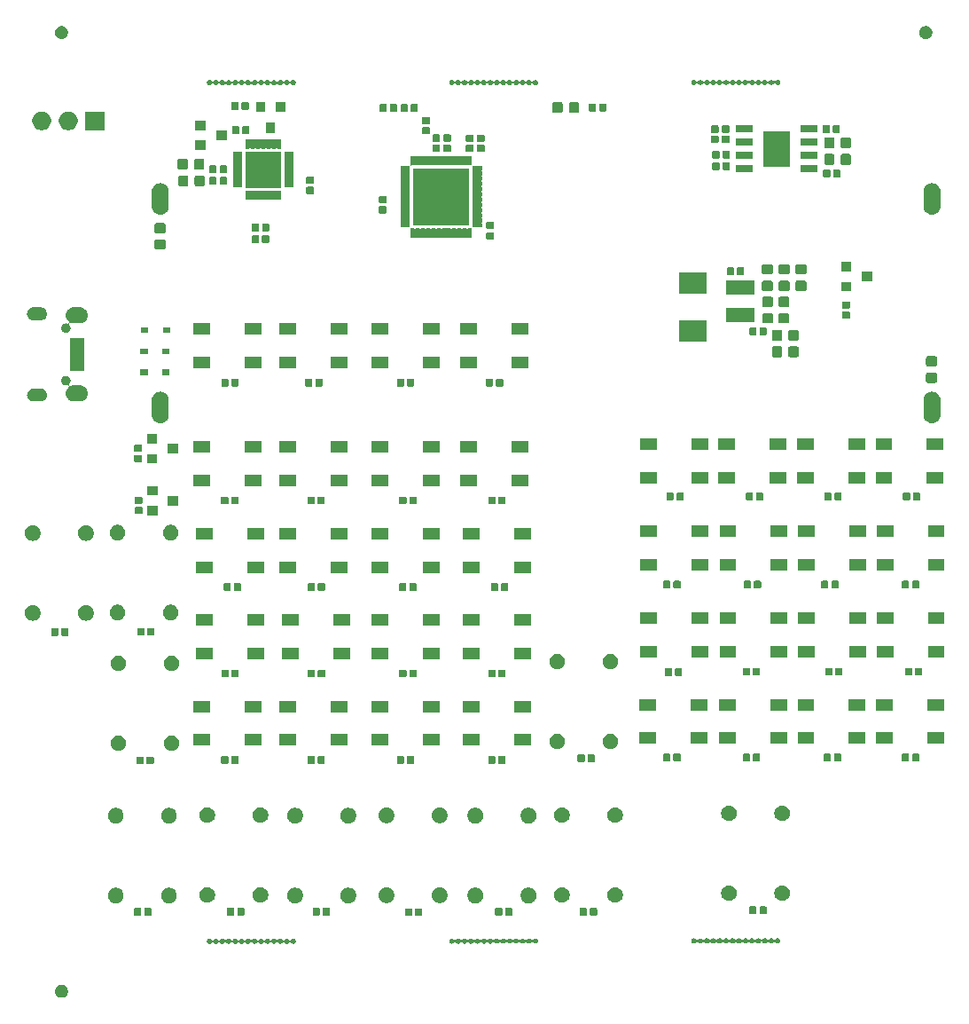
<source format=gbr>
G04 #@! TF.GenerationSoftware,KiCad,Pcbnew,5.1.5+dfsg1-2build2*
G04 #@! TF.CreationDate,2020-10-08T13:47:44+02:00*
G04 #@! TF.ProjectId,Logic_panel,4c6f6769-635f-4706-916e-656c2e6b6963,rev?*
G04 #@! TF.SameCoordinates,Original*
G04 #@! TF.FileFunction,Soldermask,Top*
G04 #@! TF.FilePolarity,Negative*
%FSLAX46Y46*%
G04 Gerber Fmt 4.6, Leading zero omitted, Abs format (unit mm)*
G04 Created by KiCad (PCBNEW 5.1.5+dfsg1-2build2) date 2020-10-08 13:47:44*
%MOMM*%
%LPD*%
G04 APERTURE LIST*
%ADD10C,0.350000*%
G04 APERTURE END LIST*
D10*
G36*
X55121322Y-136359174D02*
G01*
X55181890Y-136371222D01*
X55238943Y-136394854D01*
X55295998Y-136418487D01*
X55398688Y-136487102D01*
X55486026Y-136574440D01*
X55554641Y-136677130D01*
X55601906Y-136791239D01*
X55626001Y-136912372D01*
X55626001Y-137035882D01*
X55601906Y-137157015D01*
X55554641Y-137271124D01*
X55486026Y-137373814D01*
X55398688Y-137461152D01*
X55295998Y-137529767D01*
X55238943Y-137553400D01*
X55181890Y-137577032D01*
X55121323Y-137589079D01*
X55060756Y-137601127D01*
X54937246Y-137601127D01*
X54876679Y-137589079D01*
X54816112Y-137577032D01*
X54759059Y-137553400D01*
X54702004Y-137529767D01*
X54599314Y-137461152D01*
X54511976Y-137373814D01*
X54443361Y-137271124D01*
X54396096Y-137157015D01*
X54372001Y-137035882D01*
X54372001Y-136912372D01*
X54396096Y-136791239D01*
X54443361Y-136677130D01*
X54511976Y-136574440D01*
X54599314Y-136487102D01*
X54702004Y-136418487D01*
X54759059Y-136394854D01*
X54816112Y-136371222D01*
X54876680Y-136359174D01*
X54937246Y-136347127D01*
X55060756Y-136347127D01*
X55121322Y-136359174D01*
G37*
G36*
X77205089Y-131963816D02*
G01*
X77216571Y-131968572D01*
X77250769Y-131982737D01*
X77291873Y-132010202D01*
X77291875Y-132010204D01*
X77291878Y-132010206D01*
X77326839Y-132045167D01*
X77326841Y-132045170D01*
X77326843Y-132045172D01*
X77354308Y-132086276D01*
X77366028Y-132114572D01*
X77373229Y-132131956D01*
X77382875Y-132180449D01*
X77382875Y-132229891D01*
X77373229Y-132278384D01*
X77369559Y-132287243D01*
X77354308Y-132324064D01*
X77326843Y-132365168D01*
X77326841Y-132365170D01*
X77326839Y-132365173D01*
X77291878Y-132400134D01*
X77291875Y-132400136D01*
X77291873Y-132400138D01*
X77250769Y-132427603D01*
X77233316Y-132434832D01*
X77205089Y-132446524D01*
X77156596Y-132456170D01*
X77107154Y-132456170D01*
X77058661Y-132446524D01*
X77030434Y-132434832D01*
X77012981Y-132427603D01*
X76971877Y-132400138D01*
X76971875Y-132400136D01*
X76971872Y-132400134D01*
X76936911Y-132365173D01*
X76928269Y-132352240D01*
X76912731Y-132333306D01*
X76893789Y-132317761D01*
X76872178Y-132306209D01*
X76848729Y-132299096D01*
X76824343Y-132296694D01*
X76799957Y-132299096D01*
X76776508Y-132306208D01*
X76754897Y-132317759D01*
X76735955Y-132333304D01*
X76720410Y-132352246D01*
X76717233Y-132357001D01*
X76711455Y-132365648D01*
X76676494Y-132400609D01*
X76676491Y-132400611D01*
X76676489Y-132400613D01*
X76635385Y-132428078D01*
X76607271Y-132439723D01*
X76589705Y-132446999D01*
X76541212Y-132456645D01*
X76491770Y-132456645D01*
X76443277Y-132446999D01*
X76425711Y-132439723D01*
X76397597Y-132428078D01*
X76356493Y-132400613D01*
X76356491Y-132400611D01*
X76356488Y-132400609D01*
X76321527Y-132365648D01*
X76312885Y-132352715D01*
X76297347Y-132333781D01*
X76278405Y-132318236D01*
X76256794Y-132306684D01*
X76233345Y-132299571D01*
X76208959Y-132297169D01*
X76184573Y-132299571D01*
X76161124Y-132306683D01*
X76139513Y-132318234D01*
X76120571Y-132333779D01*
X76105028Y-132352718D01*
X76096070Y-132366124D01*
X76061109Y-132401085D01*
X76061106Y-132401087D01*
X76061104Y-132401089D01*
X76020000Y-132428554D01*
X75995331Y-132438772D01*
X75974320Y-132447475D01*
X75925827Y-132457121D01*
X75876385Y-132457121D01*
X75827892Y-132447475D01*
X75806881Y-132438772D01*
X75782212Y-132428554D01*
X75741108Y-132401089D01*
X75741106Y-132401087D01*
X75741103Y-132401085D01*
X75706142Y-132366124D01*
X75697503Y-132353194D01*
X75681958Y-132334255D01*
X75663016Y-132318710D01*
X75641405Y-132307159D01*
X75617956Y-132300046D01*
X75593570Y-132297645D01*
X75569184Y-132300047D01*
X75545735Y-132307161D01*
X75524124Y-132318712D01*
X75505183Y-132334258D01*
X75489640Y-132353197D01*
X75486463Y-132357951D01*
X75480685Y-132366599D01*
X75445724Y-132401560D01*
X75445721Y-132401562D01*
X75445719Y-132401564D01*
X75404615Y-132429029D01*
X75376501Y-132440674D01*
X75358935Y-132447950D01*
X75310442Y-132457596D01*
X75261000Y-132457596D01*
X75212507Y-132447950D01*
X75194941Y-132440674D01*
X75166827Y-132429029D01*
X75125723Y-132401564D01*
X75125721Y-132401562D01*
X75125718Y-132401560D01*
X75090757Y-132366599D01*
X75084979Y-132357951D01*
X75082120Y-132353673D01*
X75066575Y-132334732D01*
X75047633Y-132319186D01*
X75026022Y-132307636D01*
X75002573Y-132300523D01*
X74978187Y-132298121D01*
X74953801Y-132300523D01*
X74930352Y-132307636D01*
X74908741Y-132319188D01*
X74889800Y-132334733D01*
X74874256Y-132353673D01*
X74865301Y-132367075D01*
X74830340Y-132402036D01*
X74830337Y-132402038D01*
X74830335Y-132402040D01*
X74789231Y-132429505D01*
X74764562Y-132439723D01*
X74743551Y-132448426D01*
X74695058Y-132458072D01*
X74645616Y-132458072D01*
X74597123Y-132448426D01*
X74576112Y-132439723D01*
X74551443Y-132429505D01*
X74510339Y-132402040D01*
X74510337Y-132402038D01*
X74510334Y-132402036D01*
X74475373Y-132367075D01*
X74466734Y-132354145D01*
X74451189Y-132335206D01*
X74432247Y-132319661D01*
X74410636Y-132308110D01*
X74387187Y-132300997D01*
X74362801Y-132298596D01*
X74338415Y-132300998D01*
X74314966Y-132308112D01*
X74293355Y-132319663D01*
X74274414Y-132335209D01*
X74258872Y-132354147D01*
X74249916Y-132367550D01*
X74214955Y-132402511D01*
X74214952Y-132402513D01*
X74214950Y-132402515D01*
X74173846Y-132429980D01*
X74145732Y-132441625D01*
X74128166Y-132448901D01*
X74079673Y-132458547D01*
X74030231Y-132458547D01*
X73981738Y-132448901D01*
X73964172Y-132441625D01*
X73936058Y-132429980D01*
X73894954Y-132402515D01*
X73894952Y-132402513D01*
X73894949Y-132402511D01*
X73859988Y-132367550D01*
X73859035Y-132366124D01*
X73851351Y-132354624D01*
X73835806Y-132335683D01*
X73816864Y-132320137D01*
X73795253Y-132308587D01*
X73771804Y-132301474D01*
X73747418Y-132299072D01*
X73723032Y-132301474D01*
X73699583Y-132308587D01*
X73677972Y-132320139D01*
X73659031Y-132335684D01*
X73643487Y-132354624D01*
X73634532Y-132368026D01*
X73599571Y-132402987D01*
X73599568Y-132402989D01*
X73599566Y-132402991D01*
X73558462Y-132430456D01*
X73533793Y-132440674D01*
X73512782Y-132449377D01*
X73464289Y-132459023D01*
X73414847Y-132459023D01*
X73366354Y-132449377D01*
X73345343Y-132440674D01*
X73320674Y-132430456D01*
X73279570Y-132402991D01*
X73279568Y-132402989D01*
X73279565Y-132402987D01*
X73244604Y-132368026D01*
X73235965Y-132355096D01*
X73220420Y-132336157D01*
X73201478Y-132320612D01*
X73179867Y-132309061D01*
X73156418Y-132301948D01*
X73132032Y-132299547D01*
X73107646Y-132301949D01*
X73084197Y-132309063D01*
X73062586Y-132320614D01*
X73043645Y-132336160D01*
X73028103Y-132355098D01*
X73019147Y-132368501D01*
X72984186Y-132403462D01*
X72984183Y-132403464D01*
X72984181Y-132403466D01*
X72943077Y-132430931D01*
X72914963Y-132442576D01*
X72897397Y-132449852D01*
X72848904Y-132459498D01*
X72799462Y-132459498D01*
X72750969Y-132449852D01*
X72733403Y-132442576D01*
X72705289Y-132430931D01*
X72664185Y-132403466D01*
X72664183Y-132403464D01*
X72664180Y-132403462D01*
X72629219Y-132368501D01*
X72620577Y-132355568D01*
X72605039Y-132336634D01*
X72586097Y-132321089D01*
X72564486Y-132309537D01*
X72541037Y-132302424D01*
X72516651Y-132300022D01*
X72492265Y-132302424D01*
X72468816Y-132309536D01*
X72447205Y-132321087D01*
X72428263Y-132336632D01*
X72412720Y-132355571D01*
X72403762Y-132368977D01*
X72368801Y-132403938D01*
X72368798Y-132403940D01*
X72368796Y-132403942D01*
X72327692Y-132431407D01*
X72303023Y-132441625D01*
X72282012Y-132450328D01*
X72233519Y-132459974D01*
X72184077Y-132459974D01*
X72135584Y-132450328D01*
X72114573Y-132441625D01*
X72089904Y-132431407D01*
X72048800Y-132403942D01*
X72048798Y-132403940D01*
X72048795Y-132403938D01*
X72013834Y-132368977D01*
X72005192Y-132356044D01*
X71989654Y-132337110D01*
X71970712Y-132321565D01*
X71949101Y-132310013D01*
X71925652Y-132302900D01*
X71901266Y-132300498D01*
X71876880Y-132302900D01*
X71853431Y-132310012D01*
X71831820Y-132321563D01*
X71812878Y-132337108D01*
X71797333Y-132356050D01*
X71788378Y-132369452D01*
X71753417Y-132404413D01*
X71753414Y-132404415D01*
X71753412Y-132404417D01*
X71712308Y-132431882D01*
X71684194Y-132443527D01*
X71666628Y-132450803D01*
X71618135Y-132460449D01*
X71568693Y-132460449D01*
X71520200Y-132450803D01*
X71502634Y-132443527D01*
X71474520Y-132431882D01*
X71433416Y-132404417D01*
X71433414Y-132404415D01*
X71433411Y-132404413D01*
X71398450Y-132369452D01*
X71389808Y-132356519D01*
X71374270Y-132337585D01*
X71355328Y-132322040D01*
X71333717Y-132310488D01*
X71310268Y-132303375D01*
X71285882Y-132300973D01*
X71261496Y-132303375D01*
X71238047Y-132310487D01*
X71216436Y-132322038D01*
X71197494Y-132337583D01*
X71181951Y-132356522D01*
X71172993Y-132369928D01*
X71138032Y-132404889D01*
X71138029Y-132404891D01*
X71138027Y-132404893D01*
X71096923Y-132432358D01*
X71072254Y-132442576D01*
X71051243Y-132451279D01*
X71002750Y-132460925D01*
X70953308Y-132460925D01*
X70904815Y-132451279D01*
X70883804Y-132442576D01*
X70859135Y-132432358D01*
X70818031Y-132404893D01*
X70818029Y-132404891D01*
X70818026Y-132404889D01*
X70783065Y-132369928D01*
X70774423Y-132356995D01*
X70758885Y-132338061D01*
X70739943Y-132322516D01*
X70718332Y-132310964D01*
X70694883Y-132303851D01*
X70670497Y-132301449D01*
X70646111Y-132303851D01*
X70622662Y-132310963D01*
X70601051Y-132322514D01*
X70582109Y-132338059D01*
X70566564Y-132357001D01*
X70557609Y-132370403D01*
X70522648Y-132405364D01*
X70522645Y-132405366D01*
X70522643Y-132405368D01*
X70481539Y-132432833D01*
X70453425Y-132444478D01*
X70435859Y-132451754D01*
X70387366Y-132461400D01*
X70337924Y-132461400D01*
X70289431Y-132451754D01*
X70271865Y-132444478D01*
X70243751Y-132432833D01*
X70202647Y-132405368D01*
X70202645Y-132405366D01*
X70202642Y-132405364D01*
X70167681Y-132370403D01*
X70159039Y-132357470D01*
X70143501Y-132338536D01*
X70124559Y-132322991D01*
X70102948Y-132311439D01*
X70079499Y-132304326D01*
X70055113Y-132301924D01*
X70030727Y-132304326D01*
X70007278Y-132311438D01*
X69985667Y-132322989D01*
X69966725Y-132338534D01*
X69951182Y-132357473D01*
X69942224Y-132370879D01*
X69907263Y-132405840D01*
X69907260Y-132405842D01*
X69907258Y-132405844D01*
X69866154Y-132433309D01*
X69841485Y-132443527D01*
X69820474Y-132452230D01*
X69771981Y-132461876D01*
X69722539Y-132461876D01*
X69674046Y-132452230D01*
X69653035Y-132443527D01*
X69628366Y-132433309D01*
X69587262Y-132405844D01*
X69587260Y-132405842D01*
X69587257Y-132405840D01*
X69552296Y-132370879D01*
X69543657Y-132357949D01*
X69528112Y-132339010D01*
X69509170Y-132323465D01*
X69487559Y-132311914D01*
X69464110Y-132304801D01*
X69439724Y-132302400D01*
X69415338Y-132304802D01*
X69391889Y-132311916D01*
X69370278Y-132323467D01*
X69351337Y-132339013D01*
X69335795Y-132357951D01*
X69326839Y-132371354D01*
X69291878Y-132406315D01*
X69291875Y-132406317D01*
X69291873Y-132406319D01*
X69250769Y-132433784D01*
X69224951Y-132444478D01*
X69205089Y-132452705D01*
X69156596Y-132462351D01*
X69107154Y-132462351D01*
X69058661Y-132452705D01*
X69038799Y-132444478D01*
X69012981Y-132433784D01*
X68971877Y-132406319D01*
X68971875Y-132406317D01*
X68971872Y-132406315D01*
X68936911Y-132371354D01*
X68936909Y-132371351D01*
X68936907Y-132371349D01*
X68909442Y-132330245D01*
X68894249Y-132293565D01*
X68890521Y-132284565D01*
X68880875Y-132236072D01*
X68880875Y-132186630D01*
X68890521Y-132138137D01*
X68900272Y-132114597D01*
X68909442Y-132092457D01*
X68936907Y-132051353D01*
X68936909Y-132051351D01*
X68936911Y-132051348D01*
X68971872Y-132016387D01*
X68971875Y-132016385D01*
X68971877Y-132016383D01*
X69012981Y-131988918D01*
X69046747Y-131974932D01*
X69058661Y-131969997D01*
X69107154Y-131960351D01*
X69156596Y-131960351D01*
X69205089Y-131969997D01*
X69217003Y-131974932D01*
X69250769Y-131988918D01*
X69291873Y-132016383D01*
X69291875Y-132016385D01*
X69291878Y-132016387D01*
X69326839Y-132051348D01*
X69335477Y-132064276D01*
X69351023Y-132083217D01*
X69369965Y-132098762D01*
X69391576Y-132110313D01*
X69415025Y-132117426D01*
X69439411Y-132119827D01*
X69463797Y-132117425D01*
X69487246Y-132110311D01*
X69508857Y-132098760D01*
X69527798Y-132083214D01*
X69543341Y-132064275D01*
X69552294Y-132050876D01*
X69552296Y-132050873D01*
X69587257Y-132015912D01*
X69587260Y-132015910D01*
X69587262Y-132015908D01*
X69628366Y-131988443D01*
X69672897Y-131969998D01*
X69674046Y-131969522D01*
X69722539Y-131959876D01*
X69771981Y-131959876D01*
X69820474Y-131969522D01*
X69821623Y-131969998D01*
X69866154Y-131988443D01*
X69907258Y-132015908D01*
X69907260Y-132015910D01*
X69907263Y-132015912D01*
X69942224Y-132050873D01*
X69950866Y-132063806D01*
X69966404Y-132082740D01*
X69985346Y-132098285D01*
X70006957Y-132109837D01*
X70030406Y-132116950D01*
X70054792Y-132119352D01*
X70079178Y-132116950D01*
X70102627Y-132109838D01*
X70124238Y-132098287D01*
X70143180Y-132082742D01*
X70158725Y-132063801D01*
X70158966Y-132063440D01*
X70167681Y-132050397D01*
X70202642Y-132015436D01*
X70202645Y-132015434D01*
X70202647Y-132015432D01*
X70243751Y-131987967D01*
X70288048Y-131969619D01*
X70289431Y-131969046D01*
X70337924Y-131959400D01*
X70387366Y-131959400D01*
X70435859Y-131969046D01*
X70437242Y-131969619D01*
X70481539Y-131987967D01*
X70522643Y-132015432D01*
X70522645Y-132015434D01*
X70522648Y-132015436D01*
X70557609Y-132050397D01*
X70566251Y-132063330D01*
X70581789Y-132082264D01*
X70600731Y-132097809D01*
X70622342Y-132109361D01*
X70645791Y-132116474D01*
X70670177Y-132118876D01*
X70694563Y-132116474D01*
X70718012Y-132109362D01*
X70739623Y-132097811D01*
X70758565Y-132082266D01*
X70774110Y-132063324D01*
X70783063Y-132049925D01*
X70783065Y-132049922D01*
X70818026Y-132014961D01*
X70818029Y-132014959D01*
X70818031Y-132014957D01*
X70859135Y-131987492D01*
X70891435Y-131974113D01*
X70904815Y-131968571D01*
X70953308Y-131958925D01*
X71002750Y-131958925D01*
X71051243Y-131968571D01*
X71064623Y-131974113D01*
X71096923Y-131987492D01*
X71138027Y-132014957D01*
X71138029Y-132014959D01*
X71138032Y-132014961D01*
X71172993Y-132049922D01*
X71181635Y-132062855D01*
X71197173Y-132081789D01*
X71216115Y-132097334D01*
X71237726Y-132108886D01*
X71261175Y-132115999D01*
X71285561Y-132118401D01*
X71309947Y-132115999D01*
X71333396Y-132108887D01*
X71355007Y-132097336D01*
X71373949Y-132081791D01*
X71389494Y-132062850D01*
X71389700Y-132062541D01*
X71398450Y-132049446D01*
X71433411Y-132014485D01*
X71433414Y-132014483D01*
X71433416Y-132014481D01*
X71474520Y-131987016D01*
X71518817Y-131968668D01*
X71520200Y-131968095D01*
X71568693Y-131958449D01*
X71618135Y-131958449D01*
X71666628Y-131968095D01*
X71668011Y-131968668D01*
X71712308Y-131987016D01*
X71753412Y-132014481D01*
X71753414Y-132014483D01*
X71753417Y-132014485D01*
X71788378Y-132049446D01*
X71797020Y-132062379D01*
X71812558Y-132081313D01*
X71831500Y-132096858D01*
X71853111Y-132108410D01*
X71876560Y-132115523D01*
X71900946Y-132117925D01*
X71925332Y-132115523D01*
X71948781Y-132108411D01*
X71970392Y-132096860D01*
X71989334Y-132081315D01*
X72004879Y-132062373D01*
X72013832Y-132048974D01*
X72013834Y-132048971D01*
X72048795Y-132014010D01*
X72048798Y-132014008D01*
X72048800Y-132014006D01*
X72089904Y-131986541D01*
X72122204Y-131973162D01*
X72135584Y-131967620D01*
X72184077Y-131957974D01*
X72233519Y-131957974D01*
X72282012Y-131967620D01*
X72295392Y-131973162D01*
X72327692Y-131986541D01*
X72368796Y-132014006D01*
X72368798Y-132014008D01*
X72368801Y-132014010D01*
X72403762Y-132048971D01*
X72412404Y-132061904D01*
X72427942Y-132080838D01*
X72446884Y-132096383D01*
X72468495Y-132107935D01*
X72491944Y-132115048D01*
X72516330Y-132117450D01*
X72540716Y-132115048D01*
X72564165Y-132107936D01*
X72585776Y-132096385D01*
X72604718Y-132080840D01*
X72620263Y-132061899D01*
X72620469Y-132061590D01*
X72629219Y-132048495D01*
X72664180Y-132013534D01*
X72664183Y-132013532D01*
X72664185Y-132013530D01*
X72705289Y-131986065D01*
X72744079Y-131969998D01*
X72750969Y-131967144D01*
X72799462Y-131957498D01*
X72848904Y-131957498D01*
X72897397Y-131967144D01*
X72904287Y-131969998D01*
X72943077Y-131986065D01*
X72984181Y-132013530D01*
X72984183Y-132013532D01*
X72984186Y-132013534D01*
X73019147Y-132048495D01*
X73027785Y-132061423D01*
X73043331Y-132080364D01*
X73062273Y-132095909D01*
X73083884Y-132107460D01*
X73107333Y-132114573D01*
X73131719Y-132116974D01*
X73156105Y-132114572D01*
X73179554Y-132107458D01*
X73201165Y-132095907D01*
X73220106Y-132080361D01*
X73235649Y-132061422D01*
X73244602Y-132048023D01*
X73244604Y-132048020D01*
X73279565Y-132013059D01*
X73279568Y-132013057D01*
X73279570Y-132013055D01*
X73320674Y-131985590D01*
X73352974Y-131972211D01*
X73366354Y-131966669D01*
X73414847Y-131957023D01*
X73464289Y-131957023D01*
X73512782Y-131966669D01*
X73526162Y-131972211D01*
X73558462Y-131985590D01*
X73599566Y-132013055D01*
X73599568Y-132013057D01*
X73599571Y-132013059D01*
X73634532Y-132048020D01*
X73634534Y-132048023D01*
X73643169Y-132060946D01*
X73658714Y-132079887D01*
X73677656Y-132095433D01*
X73699267Y-132106983D01*
X73722716Y-132114096D01*
X73747102Y-132116498D01*
X73771488Y-132114096D01*
X73794937Y-132106983D01*
X73816548Y-132095431D01*
X73835489Y-132079886D01*
X73851033Y-132060946D01*
X73858717Y-132049446D01*
X73859988Y-132047544D01*
X73894949Y-132012583D01*
X73894952Y-132012581D01*
X73894954Y-132012579D01*
X73936058Y-131985114D01*
X73972552Y-131969998D01*
X73981738Y-131966193D01*
X74030231Y-131956547D01*
X74079673Y-131956547D01*
X74128166Y-131966193D01*
X74137352Y-131969998D01*
X74173846Y-131985114D01*
X74214950Y-132012579D01*
X74214952Y-132012581D01*
X74214955Y-132012583D01*
X74249916Y-132047544D01*
X74258554Y-132060472D01*
X74274100Y-132079413D01*
X74293042Y-132094958D01*
X74314653Y-132106509D01*
X74338102Y-132113622D01*
X74362488Y-132116023D01*
X74386874Y-132113621D01*
X74410323Y-132106507D01*
X74431934Y-132094956D01*
X74450875Y-132079410D01*
X74466418Y-132060471D01*
X74475371Y-132047072D01*
X74475373Y-132047069D01*
X74510334Y-132012108D01*
X74510337Y-132012106D01*
X74510339Y-132012104D01*
X74551443Y-131984639D01*
X74585409Y-131970570D01*
X74597123Y-131965718D01*
X74645616Y-131956072D01*
X74695058Y-131956072D01*
X74743551Y-131965718D01*
X74755265Y-131970570D01*
X74789231Y-131984639D01*
X74830335Y-132012104D01*
X74830337Y-132012106D01*
X74830340Y-132012108D01*
X74865301Y-132047069D01*
X74865303Y-132047072D01*
X74873938Y-132059995D01*
X74889483Y-132078936D01*
X74908425Y-132094482D01*
X74930036Y-132106032D01*
X74953485Y-132113145D01*
X74977871Y-132115547D01*
X75002257Y-132113145D01*
X75025706Y-132106032D01*
X75047317Y-132094480D01*
X75066258Y-132078935D01*
X75081802Y-132059995D01*
X75089486Y-132048495D01*
X75090757Y-132046593D01*
X75125718Y-132011632D01*
X75125721Y-132011630D01*
X75125723Y-132011628D01*
X75166827Y-131984163D01*
X75201025Y-131969998D01*
X75212507Y-131965242D01*
X75261000Y-131955596D01*
X75310442Y-131955596D01*
X75358935Y-131965242D01*
X75370417Y-131969998D01*
X75404615Y-131984163D01*
X75445719Y-132011628D01*
X75445721Y-132011630D01*
X75445724Y-132011632D01*
X75480685Y-132046593D01*
X75489323Y-132059521D01*
X75504869Y-132078462D01*
X75523811Y-132094007D01*
X75545422Y-132105558D01*
X75568871Y-132112671D01*
X75593257Y-132115072D01*
X75617643Y-132112670D01*
X75641092Y-132105556D01*
X75662703Y-132094005D01*
X75681644Y-132078459D01*
X75697187Y-132059520D01*
X75706140Y-132046121D01*
X75706142Y-132046118D01*
X75741103Y-132011157D01*
X75741106Y-132011155D01*
X75741108Y-132011153D01*
X75782212Y-131983688D01*
X75816410Y-131969523D01*
X75827892Y-131964767D01*
X75876385Y-131955121D01*
X75925827Y-131955121D01*
X75974320Y-131964767D01*
X75985802Y-131969523D01*
X76020000Y-131983688D01*
X76061104Y-132011153D01*
X76061106Y-132011155D01*
X76061109Y-132011157D01*
X76096070Y-132046118D01*
X76104712Y-132059051D01*
X76120250Y-132077985D01*
X76139192Y-132093530D01*
X76160803Y-132105082D01*
X76184252Y-132112195D01*
X76208638Y-132114597D01*
X76233024Y-132112195D01*
X76256473Y-132105083D01*
X76278084Y-132093532D01*
X76297026Y-132077987D01*
X76312571Y-132059046D01*
X76312777Y-132058737D01*
X76321527Y-132045642D01*
X76356488Y-132010681D01*
X76356491Y-132010679D01*
X76356493Y-132010677D01*
X76397597Y-131983212D01*
X76431795Y-131969047D01*
X76443277Y-131964291D01*
X76491770Y-131954645D01*
X76541212Y-131954645D01*
X76589705Y-131964291D01*
X76601187Y-131969047D01*
X76635385Y-131983212D01*
X76676489Y-132010677D01*
X76676491Y-132010679D01*
X76676494Y-132010681D01*
X76711455Y-132045642D01*
X76720097Y-132058575D01*
X76735635Y-132077509D01*
X76754577Y-132093054D01*
X76776188Y-132104606D01*
X76799637Y-132111719D01*
X76824023Y-132114121D01*
X76848409Y-132111719D01*
X76871858Y-132104607D01*
X76893469Y-132093056D01*
X76912411Y-132077511D01*
X76927956Y-132058569D01*
X76936909Y-132045170D01*
X76936911Y-132045167D01*
X76971872Y-132010206D01*
X76971875Y-132010204D01*
X76971877Y-132010202D01*
X77012981Y-131982737D01*
X77047179Y-131968572D01*
X77058661Y-131963816D01*
X77107154Y-131954170D01*
X77156596Y-131954170D01*
X77205089Y-131963816D01*
G37*
G36*
X100337159Y-131945943D02*
G01*
X100348641Y-131950699D01*
X100382839Y-131964864D01*
X100423943Y-131992329D01*
X100423945Y-131992331D01*
X100423948Y-131992333D01*
X100458909Y-132027294D01*
X100458911Y-132027297D01*
X100458913Y-132027299D01*
X100486378Y-132068403D01*
X100497967Y-132096383D01*
X100505299Y-132114083D01*
X100514945Y-132162576D01*
X100514945Y-132212018D01*
X100505299Y-132260511D01*
X100501176Y-132270464D01*
X100486378Y-132306191D01*
X100458913Y-132347295D01*
X100458911Y-132347297D01*
X100458909Y-132347300D01*
X100423948Y-132382261D01*
X100423945Y-132382263D01*
X100423943Y-132382265D01*
X100382839Y-132409730D01*
X100354725Y-132421375D01*
X100337159Y-132428651D01*
X100288666Y-132438297D01*
X100239224Y-132438297D01*
X100190731Y-132428651D01*
X100173165Y-132421375D01*
X100145051Y-132409730D01*
X100103947Y-132382265D01*
X100103945Y-132382263D01*
X100103942Y-132382261D01*
X100068981Y-132347300D01*
X100060339Y-132334367D01*
X100044801Y-132315433D01*
X100025859Y-132299888D01*
X100004248Y-132288336D01*
X99980799Y-132281223D01*
X99956413Y-132278821D01*
X99932027Y-132281223D01*
X99908578Y-132288335D01*
X99886967Y-132299886D01*
X99868025Y-132315431D01*
X99852480Y-132334373D01*
X99849382Y-132339010D01*
X99843525Y-132347775D01*
X99808564Y-132382736D01*
X99808561Y-132382738D01*
X99808559Y-132382740D01*
X99767455Y-132410205D01*
X99739338Y-132421851D01*
X99721775Y-132429126D01*
X99673282Y-132438772D01*
X99623840Y-132438772D01*
X99575347Y-132429126D01*
X99557784Y-132421851D01*
X99529667Y-132410205D01*
X99488563Y-132382740D01*
X99488561Y-132382738D01*
X99488558Y-132382736D01*
X99453597Y-132347775D01*
X99444955Y-132334842D01*
X99429417Y-132315908D01*
X99410475Y-132300363D01*
X99388864Y-132288811D01*
X99365415Y-132281698D01*
X99341029Y-132279296D01*
X99316643Y-132281698D01*
X99293194Y-132288810D01*
X99271583Y-132300361D01*
X99252641Y-132315906D01*
X99237098Y-132334845D01*
X99228140Y-132348251D01*
X99193179Y-132383212D01*
X99193176Y-132383214D01*
X99193174Y-132383216D01*
X99152070Y-132410681D01*
X99123956Y-132422326D01*
X99106390Y-132429602D01*
X99057897Y-132439248D01*
X99008455Y-132439248D01*
X98959962Y-132429602D01*
X98942396Y-132422326D01*
X98914282Y-132410681D01*
X98873178Y-132383216D01*
X98873176Y-132383214D01*
X98873173Y-132383212D01*
X98838212Y-132348251D01*
X98829573Y-132335321D01*
X98814028Y-132316382D01*
X98795086Y-132300837D01*
X98773475Y-132289286D01*
X98750026Y-132282173D01*
X98725640Y-132279772D01*
X98701254Y-132282174D01*
X98677805Y-132289288D01*
X98656194Y-132300839D01*
X98637253Y-132316385D01*
X98621710Y-132335324D01*
X98618533Y-132340078D01*
X98612755Y-132348726D01*
X98577794Y-132383687D01*
X98577791Y-132383689D01*
X98577789Y-132383691D01*
X98536685Y-132411156D01*
X98508571Y-132422801D01*
X98491005Y-132430077D01*
X98442512Y-132439723D01*
X98393070Y-132439723D01*
X98344577Y-132430077D01*
X98327011Y-132422801D01*
X98298897Y-132411156D01*
X98257793Y-132383691D01*
X98257791Y-132383689D01*
X98257788Y-132383687D01*
X98222827Y-132348726D01*
X98217049Y-132340078D01*
X98214190Y-132335800D01*
X98198645Y-132316859D01*
X98179703Y-132301313D01*
X98158092Y-132289763D01*
X98134643Y-132282650D01*
X98110257Y-132280248D01*
X98085871Y-132282650D01*
X98062422Y-132289763D01*
X98040811Y-132301315D01*
X98021870Y-132316860D01*
X98006326Y-132335800D01*
X97997371Y-132349202D01*
X97962410Y-132384163D01*
X97962407Y-132384165D01*
X97962405Y-132384167D01*
X97921301Y-132411632D01*
X97895483Y-132422326D01*
X97875621Y-132430553D01*
X97827128Y-132440199D01*
X97777686Y-132440199D01*
X97729193Y-132430553D01*
X97709331Y-132422326D01*
X97683513Y-132411632D01*
X97642409Y-132384167D01*
X97642407Y-132384165D01*
X97642404Y-132384163D01*
X97607443Y-132349202D01*
X97598804Y-132336272D01*
X97583259Y-132317333D01*
X97564317Y-132301788D01*
X97542706Y-132290237D01*
X97519257Y-132283124D01*
X97494871Y-132280723D01*
X97470485Y-132283125D01*
X97447036Y-132290239D01*
X97425425Y-132301790D01*
X97406484Y-132317336D01*
X97390942Y-132336274D01*
X97381986Y-132349677D01*
X97347025Y-132384638D01*
X97347022Y-132384640D01*
X97347020Y-132384642D01*
X97305916Y-132412107D01*
X97277802Y-132423752D01*
X97260236Y-132431028D01*
X97211743Y-132440674D01*
X97162301Y-132440674D01*
X97113808Y-132431028D01*
X97096242Y-132423752D01*
X97068128Y-132412107D01*
X97027024Y-132384642D01*
X97027022Y-132384640D01*
X97027019Y-132384638D01*
X96992058Y-132349677D01*
X96991105Y-132348251D01*
X96983421Y-132336751D01*
X96967876Y-132317810D01*
X96948934Y-132302264D01*
X96927323Y-132290714D01*
X96903874Y-132283601D01*
X96879488Y-132281199D01*
X96855102Y-132283601D01*
X96831653Y-132290714D01*
X96810042Y-132302266D01*
X96791101Y-132317811D01*
X96775557Y-132336751D01*
X96766602Y-132350153D01*
X96731641Y-132385114D01*
X96731638Y-132385116D01*
X96731636Y-132385118D01*
X96690532Y-132412583D01*
X96665863Y-132422801D01*
X96644852Y-132431504D01*
X96596359Y-132441150D01*
X96546917Y-132441150D01*
X96498424Y-132431504D01*
X96477413Y-132422801D01*
X96452744Y-132412583D01*
X96411640Y-132385118D01*
X96411638Y-132385116D01*
X96411635Y-132385114D01*
X96376674Y-132350153D01*
X96368035Y-132337223D01*
X96352490Y-132318284D01*
X96333548Y-132302739D01*
X96311937Y-132291188D01*
X96288488Y-132284075D01*
X96264102Y-132281674D01*
X96239716Y-132284076D01*
X96216267Y-132291190D01*
X96194656Y-132302741D01*
X96175715Y-132318287D01*
X96160173Y-132337225D01*
X96151217Y-132350628D01*
X96116256Y-132385589D01*
X96116253Y-132385591D01*
X96116251Y-132385593D01*
X96075147Y-132413058D01*
X96047033Y-132424703D01*
X96029467Y-132431979D01*
X95980974Y-132441625D01*
X95931532Y-132441625D01*
X95883039Y-132431979D01*
X95865473Y-132424703D01*
X95837359Y-132413058D01*
X95796255Y-132385593D01*
X95796253Y-132385591D01*
X95796250Y-132385589D01*
X95761289Y-132350628D01*
X95752647Y-132337695D01*
X95737109Y-132318761D01*
X95718167Y-132303216D01*
X95696556Y-132291664D01*
X95673107Y-132284551D01*
X95648721Y-132282149D01*
X95624335Y-132284551D01*
X95600886Y-132291663D01*
X95579275Y-132303214D01*
X95560333Y-132318759D01*
X95544790Y-132337698D01*
X95535832Y-132351104D01*
X95500871Y-132386065D01*
X95500868Y-132386067D01*
X95500866Y-132386069D01*
X95459762Y-132413534D01*
X95435093Y-132423752D01*
X95414082Y-132432455D01*
X95365589Y-132442101D01*
X95316147Y-132442101D01*
X95267654Y-132432455D01*
X95246643Y-132423752D01*
X95221974Y-132413534D01*
X95180870Y-132386069D01*
X95180868Y-132386067D01*
X95180865Y-132386065D01*
X95145904Y-132351104D01*
X95137262Y-132338171D01*
X95121724Y-132319237D01*
X95102782Y-132303692D01*
X95081171Y-132292140D01*
X95057722Y-132285027D01*
X95033336Y-132282625D01*
X95008950Y-132285027D01*
X94985501Y-132292139D01*
X94963890Y-132303690D01*
X94944948Y-132319235D01*
X94929403Y-132338177D01*
X94920448Y-132351579D01*
X94885487Y-132386540D01*
X94885484Y-132386542D01*
X94885482Y-132386544D01*
X94844378Y-132414009D01*
X94816264Y-132425654D01*
X94798698Y-132432930D01*
X94750205Y-132442576D01*
X94700763Y-132442576D01*
X94652270Y-132432930D01*
X94634704Y-132425654D01*
X94606590Y-132414009D01*
X94565486Y-132386544D01*
X94565484Y-132386542D01*
X94565481Y-132386540D01*
X94530520Y-132351579D01*
X94521878Y-132338646D01*
X94506340Y-132319712D01*
X94487398Y-132304167D01*
X94465787Y-132292615D01*
X94442338Y-132285502D01*
X94417952Y-132283100D01*
X94393566Y-132285502D01*
X94370117Y-132292614D01*
X94348506Y-132304165D01*
X94329564Y-132319710D01*
X94314021Y-132338649D01*
X94305063Y-132352055D01*
X94270102Y-132387016D01*
X94270099Y-132387018D01*
X94270097Y-132387020D01*
X94228993Y-132414485D01*
X94204324Y-132424703D01*
X94183313Y-132433406D01*
X94134820Y-132443052D01*
X94085378Y-132443052D01*
X94036885Y-132433406D01*
X94015874Y-132424703D01*
X93991205Y-132414485D01*
X93950101Y-132387020D01*
X93950099Y-132387018D01*
X93950096Y-132387016D01*
X93915135Y-132352055D01*
X93906493Y-132339122D01*
X93890955Y-132320188D01*
X93872013Y-132304643D01*
X93850402Y-132293091D01*
X93826953Y-132285978D01*
X93802567Y-132283576D01*
X93778181Y-132285978D01*
X93754732Y-132293090D01*
X93733121Y-132304641D01*
X93714179Y-132320186D01*
X93698634Y-132339128D01*
X93689679Y-132352530D01*
X93654718Y-132387491D01*
X93654715Y-132387493D01*
X93654713Y-132387495D01*
X93613609Y-132414960D01*
X93585495Y-132426605D01*
X93567929Y-132433881D01*
X93519436Y-132443527D01*
X93469994Y-132443527D01*
X93421501Y-132433881D01*
X93403935Y-132426605D01*
X93375821Y-132414960D01*
X93334717Y-132387495D01*
X93334715Y-132387493D01*
X93334712Y-132387491D01*
X93299751Y-132352530D01*
X93291109Y-132339597D01*
X93275571Y-132320663D01*
X93256629Y-132305118D01*
X93235018Y-132293566D01*
X93211569Y-132286453D01*
X93187183Y-132284051D01*
X93162797Y-132286453D01*
X93139348Y-132293565D01*
X93117737Y-132305116D01*
X93098795Y-132320661D01*
X93083252Y-132339600D01*
X93074294Y-132353006D01*
X93039333Y-132387967D01*
X93039330Y-132387969D01*
X93039328Y-132387971D01*
X92998224Y-132415436D01*
X92967703Y-132428078D01*
X92952544Y-132434357D01*
X92904051Y-132444003D01*
X92854609Y-132444003D01*
X92806116Y-132434357D01*
X92790957Y-132428078D01*
X92760436Y-132415436D01*
X92719332Y-132387971D01*
X92719330Y-132387969D01*
X92719327Y-132387967D01*
X92684366Y-132353006D01*
X92675727Y-132340076D01*
X92660182Y-132321137D01*
X92641240Y-132305592D01*
X92619629Y-132294041D01*
X92596180Y-132286928D01*
X92571794Y-132284527D01*
X92547408Y-132286929D01*
X92523959Y-132294043D01*
X92502348Y-132305594D01*
X92483407Y-132321140D01*
X92467865Y-132340078D01*
X92458909Y-132353481D01*
X92423948Y-132388442D01*
X92423945Y-132388444D01*
X92423943Y-132388446D01*
X92382839Y-132415911D01*
X92352315Y-132428554D01*
X92337159Y-132434832D01*
X92288666Y-132444478D01*
X92239224Y-132444478D01*
X92190731Y-132434832D01*
X92175575Y-132428554D01*
X92145051Y-132415911D01*
X92103947Y-132388446D01*
X92103945Y-132388444D01*
X92103942Y-132388442D01*
X92068981Y-132353481D01*
X92068979Y-132353478D01*
X92068977Y-132353476D01*
X92041512Y-132312372D01*
X92026122Y-132275217D01*
X92022591Y-132266692D01*
X92012945Y-132218199D01*
X92012945Y-132168757D01*
X92022591Y-132120264D01*
X92032342Y-132096724D01*
X92041512Y-132074584D01*
X92068977Y-132033480D01*
X92068979Y-132033478D01*
X92068981Y-132033475D01*
X92103942Y-131998514D01*
X92103945Y-131998512D01*
X92103947Y-131998510D01*
X92145051Y-131971045D01*
X92190729Y-131952125D01*
X92190728Y-131952125D01*
X92190731Y-131952124D01*
X92239224Y-131942478D01*
X92288666Y-131942478D01*
X92337159Y-131952124D01*
X92337162Y-131952125D01*
X92337161Y-131952125D01*
X92382839Y-131971045D01*
X92423943Y-131998510D01*
X92423945Y-131998512D01*
X92423948Y-131998514D01*
X92458909Y-132033475D01*
X92467547Y-132046403D01*
X92483093Y-132065344D01*
X92502035Y-132080889D01*
X92523646Y-132092440D01*
X92547095Y-132099553D01*
X92571481Y-132101954D01*
X92595867Y-132099552D01*
X92619316Y-132092438D01*
X92640927Y-132080887D01*
X92659868Y-132065341D01*
X92675411Y-132046402D01*
X92684364Y-132033003D01*
X92684366Y-132033000D01*
X92719327Y-131998039D01*
X92719330Y-131998037D01*
X92719332Y-131998035D01*
X92760436Y-131970570D01*
X92804967Y-131952125D01*
X92806116Y-131951649D01*
X92854609Y-131942003D01*
X92904051Y-131942003D01*
X92952544Y-131951649D01*
X92953693Y-131952125D01*
X92998224Y-131970570D01*
X93039328Y-131998035D01*
X93039330Y-131998037D01*
X93039333Y-131998039D01*
X93074294Y-132033000D01*
X93082936Y-132045933D01*
X93098474Y-132064867D01*
X93117416Y-132080412D01*
X93139027Y-132091964D01*
X93162476Y-132099077D01*
X93186862Y-132101479D01*
X93211248Y-132099077D01*
X93234697Y-132091965D01*
X93256308Y-132080414D01*
X93275250Y-132064869D01*
X93290795Y-132045928D01*
X93291036Y-132045567D01*
X93299751Y-132032524D01*
X93334712Y-131997563D01*
X93334715Y-131997561D01*
X93334717Y-131997559D01*
X93375821Y-131970094D01*
X93420118Y-131951746D01*
X93421501Y-131951173D01*
X93469994Y-131941527D01*
X93519436Y-131941527D01*
X93567929Y-131951173D01*
X93569312Y-131951746D01*
X93613609Y-131970094D01*
X93654713Y-131997559D01*
X93654715Y-131997561D01*
X93654718Y-131997563D01*
X93689679Y-132032524D01*
X93698321Y-132045457D01*
X93713859Y-132064391D01*
X93732801Y-132079936D01*
X93754412Y-132091488D01*
X93777861Y-132098601D01*
X93802247Y-132101003D01*
X93826633Y-132098601D01*
X93850082Y-132091489D01*
X93871693Y-132079938D01*
X93890635Y-132064393D01*
X93906180Y-132045451D01*
X93915133Y-132032052D01*
X93915135Y-132032049D01*
X93950096Y-131997088D01*
X93950099Y-131997086D01*
X93950101Y-131997084D01*
X93991205Y-131969619D01*
X94028503Y-131954170D01*
X94036885Y-131950698D01*
X94085378Y-131941052D01*
X94134820Y-131941052D01*
X94183313Y-131950698D01*
X94191695Y-131954170D01*
X94228993Y-131969619D01*
X94270097Y-131997084D01*
X94270099Y-131997086D01*
X94270102Y-131997088D01*
X94305063Y-132032049D01*
X94313705Y-132044982D01*
X94329243Y-132063916D01*
X94348185Y-132079461D01*
X94369796Y-132091013D01*
X94393245Y-132098126D01*
X94417631Y-132100528D01*
X94442017Y-132098126D01*
X94465466Y-132091014D01*
X94487077Y-132079463D01*
X94506019Y-132063918D01*
X94521564Y-132044977D01*
X94521806Y-132044615D01*
X94530520Y-132031573D01*
X94565481Y-131996612D01*
X94565484Y-131996610D01*
X94565486Y-131996608D01*
X94606590Y-131969143D01*
X94650887Y-131950795D01*
X94652270Y-131950222D01*
X94700763Y-131940576D01*
X94750205Y-131940576D01*
X94798698Y-131950222D01*
X94800081Y-131950795D01*
X94844378Y-131969143D01*
X94885482Y-131996608D01*
X94885484Y-131996610D01*
X94885487Y-131996612D01*
X94920448Y-132031573D01*
X94929090Y-132044506D01*
X94944628Y-132063440D01*
X94963570Y-132078985D01*
X94985181Y-132090537D01*
X95008630Y-132097650D01*
X95033016Y-132100052D01*
X95057402Y-132097650D01*
X95080851Y-132090538D01*
X95102462Y-132078987D01*
X95121404Y-132063442D01*
X95136949Y-132044500D01*
X95145902Y-132031101D01*
X95145904Y-132031098D01*
X95180865Y-131996137D01*
X95180868Y-131996135D01*
X95180870Y-131996133D01*
X95221974Y-131968668D01*
X95256976Y-131954170D01*
X95267654Y-131949747D01*
X95316147Y-131940101D01*
X95365589Y-131940101D01*
X95414082Y-131949747D01*
X95424760Y-131954170D01*
X95459762Y-131968668D01*
X95500866Y-131996133D01*
X95500868Y-131996135D01*
X95500871Y-131996137D01*
X95535832Y-132031098D01*
X95544474Y-132044031D01*
X95560012Y-132062965D01*
X95578954Y-132078510D01*
X95600565Y-132090062D01*
X95624014Y-132097175D01*
X95648400Y-132099577D01*
X95672786Y-132097175D01*
X95696235Y-132090063D01*
X95717846Y-132078512D01*
X95736788Y-132062967D01*
X95752333Y-132044026D01*
X95752651Y-132043550D01*
X95761289Y-132030622D01*
X95796250Y-131995661D01*
X95796253Y-131995659D01*
X95796255Y-131995657D01*
X95837359Y-131968192D01*
X95876149Y-131952125D01*
X95883039Y-131949271D01*
X95931532Y-131939625D01*
X95980974Y-131939625D01*
X96029467Y-131949271D01*
X96036357Y-131952125D01*
X96075147Y-131968192D01*
X96116251Y-131995657D01*
X96116253Y-131995659D01*
X96116256Y-131995661D01*
X96151217Y-132030622D01*
X96159855Y-132043550D01*
X96175401Y-132062491D01*
X96194343Y-132078036D01*
X96215954Y-132089587D01*
X96239403Y-132096700D01*
X96263789Y-132099101D01*
X96288175Y-132096699D01*
X96311624Y-132089585D01*
X96333235Y-132078034D01*
X96352176Y-132062488D01*
X96367719Y-132043549D01*
X96376672Y-132030150D01*
X96376674Y-132030147D01*
X96411635Y-131995186D01*
X96411638Y-131995184D01*
X96411640Y-131995182D01*
X96452744Y-131967717D01*
X96485450Y-131954170D01*
X96498424Y-131948796D01*
X96546917Y-131939150D01*
X96596359Y-131939150D01*
X96644852Y-131948796D01*
X96657826Y-131954170D01*
X96690532Y-131967717D01*
X96731636Y-131995182D01*
X96731638Y-131995184D01*
X96731641Y-131995186D01*
X96766602Y-132030147D01*
X96766604Y-132030150D01*
X96775239Y-132043073D01*
X96790784Y-132062014D01*
X96809726Y-132077560D01*
X96831337Y-132089110D01*
X96854786Y-132096223D01*
X96879172Y-132098625D01*
X96903558Y-132096223D01*
X96927007Y-132089110D01*
X96948618Y-132077558D01*
X96967559Y-132062013D01*
X96983103Y-132043073D01*
X96990787Y-132031573D01*
X96992058Y-132029671D01*
X97027019Y-131994710D01*
X97027022Y-131994708D01*
X97027024Y-131994706D01*
X97068128Y-131967241D01*
X97104622Y-131952125D01*
X97113808Y-131948320D01*
X97162301Y-131938674D01*
X97211743Y-131938674D01*
X97260236Y-131948320D01*
X97269422Y-131952125D01*
X97305916Y-131967241D01*
X97347020Y-131994706D01*
X97347022Y-131994708D01*
X97347025Y-131994710D01*
X97381986Y-132029671D01*
X97390624Y-132042599D01*
X97406170Y-132061540D01*
X97425112Y-132077085D01*
X97446723Y-132088636D01*
X97470172Y-132095749D01*
X97494558Y-132098150D01*
X97518944Y-132095748D01*
X97542393Y-132088634D01*
X97564004Y-132077083D01*
X97582945Y-132061537D01*
X97598488Y-132042598D01*
X97607441Y-132029199D01*
X97607443Y-132029196D01*
X97642404Y-131994235D01*
X97642407Y-131994233D01*
X97642409Y-131994231D01*
X97683513Y-131966766D01*
X97717479Y-131952697D01*
X97729193Y-131947845D01*
X97777686Y-131938199D01*
X97827128Y-131938199D01*
X97875621Y-131947845D01*
X97887335Y-131952697D01*
X97921301Y-131966766D01*
X97962405Y-131994231D01*
X97962407Y-131994233D01*
X97962410Y-131994235D01*
X97997371Y-132029196D01*
X97997373Y-132029199D01*
X98006008Y-132042122D01*
X98021553Y-132061063D01*
X98040495Y-132076609D01*
X98062106Y-132088159D01*
X98085555Y-132095272D01*
X98109941Y-132097674D01*
X98134327Y-132095272D01*
X98157776Y-132088159D01*
X98179387Y-132076607D01*
X98198328Y-132061062D01*
X98213872Y-132042122D01*
X98221556Y-132030622D01*
X98222827Y-132028720D01*
X98257788Y-131993759D01*
X98257791Y-131993757D01*
X98257793Y-131993755D01*
X98298897Y-131966290D01*
X98333095Y-131952125D01*
X98344577Y-131947369D01*
X98393070Y-131937723D01*
X98442512Y-131937723D01*
X98491005Y-131947369D01*
X98502487Y-131952125D01*
X98536685Y-131966290D01*
X98577789Y-131993755D01*
X98577791Y-131993757D01*
X98577794Y-131993759D01*
X98612755Y-132028720D01*
X98621393Y-132041648D01*
X98636939Y-132060589D01*
X98655881Y-132076134D01*
X98677492Y-132087685D01*
X98700941Y-132094798D01*
X98725327Y-132097199D01*
X98749713Y-132094797D01*
X98773162Y-132087683D01*
X98794773Y-132076132D01*
X98813714Y-132060586D01*
X98829257Y-132041647D01*
X98838210Y-132028248D01*
X98838212Y-132028245D01*
X98873173Y-131993284D01*
X98873176Y-131993282D01*
X98873178Y-131993280D01*
X98914282Y-131965815D01*
X98948480Y-131951650D01*
X98959962Y-131946894D01*
X99008455Y-131937248D01*
X99057897Y-131937248D01*
X99106390Y-131946894D01*
X99117872Y-131951650D01*
X99152070Y-131965815D01*
X99193174Y-131993280D01*
X99193176Y-131993282D01*
X99193179Y-131993284D01*
X99228140Y-132028245D01*
X99236782Y-132041178D01*
X99252320Y-132060112D01*
X99271262Y-132075657D01*
X99292873Y-132087209D01*
X99316322Y-132094322D01*
X99340708Y-132096724D01*
X99365094Y-132094322D01*
X99388543Y-132087210D01*
X99410154Y-132075659D01*
X99429096Y-132060114D01*
X99444641Y-132041173D01*
X99444643Y-132041170D01*
X99453597Y-132027769D01*
X99488558Y-131992808D01*
X99488561Y-131992806D01*
X99488563Y-131992804D01*
X99529667Y-131965339D01*
X99563865Y-131951174D01*
X99575347Y-131946418D01*
X99623840Y-131936772D01*
X99673282Y-131936772D01*
X99721775Y-131946418D01*
X99733257Y-131951174D01*
X99767455Y-131965339D01*
X99808559Y-131992804D01*
X99808561Y-131992806D01*
X99808564Y-131992808D01*
X99843525Y-132027769D01*
X99852167Y-132040702D01*
X99867705Y-132059636D01*
X99886647Y-132075181D01*
X99908258Y-132086733D01*
X99931707Y-132093846D01*
X99956093Y-132096248D01*
X99980479Y-132093846D01*
X100003928Y-132086734D01*
X100025539Y-132075183D01*
X100044481Y-132059638D01*
X100060026Y-132040696D01*
X100068979Y-132027297D01*
X100068981Y-132027294D01*
X100103942Y-131992333D01*
X100103945Y-131992331D01*
X100103947Y-131992329D01*
X100145051Y-131964864D01*
X100179249Y-131950699D01*
X100190731Y-131945943D01*
X100239224Y-131936297D01*
X100288666Y-131936297D01*
X100337159Y-131945943D01*
G37*
G36*
X123469228Y-131928070D02*
G01*
X123480710Y-131932826D01*
X123514908Y-131946991D01*
X123556012Y-131974456D01*
X123556014Y-131974458D01*
X123556017Y-131974460D01*
X123590978Y-132009421D01*
X123590980Y-132009424D01*
X123590982Y-132009426D01*
X123618447Y-132050530D01*
X123631021Y-132080887D01*
X123637368Y-132096210D01*
X123647014Y-132144703D01*
X123647014Y-132194145D01*
X123637368Y-132242638D01*
X123635398Y-132247393D01*
X123618447Y-132288318D01*
X123590982Y-132329422D01*
X123590980Y-132329424D01*
X123590978Y-132329427D01*
X123556017Y-132364388D01*
X123556014Y-132364390D01*
X123556012Y-132364392D01*
X123514908Y-132391857D01*
X123484594Y-132404413D01*
X123469228Y-132410778D01*
X123420735Y-132420424D01*
X123371293Y-132420424D01*
X123322800Y-132410778D01*
X123307434Y-132404413D01*
X123277120Y-132391857D01*
X123236016Y-132364392D01*
X123236014Y-132364390D01*
X123236011Y-132364388D01*
X123201050Y-132329427D01*
X123195160Y-132320612D01*
X123192413Y-132316501D01*
X123176868Y-132297560D01*
X123157926Y-132282014D01*
X123136315Y-132270464D01*
X123112866Y-132263351D01*
X123088480Y-132260949D01*
X123064094Y-132263351D01*
X123040645Y-132270464D01*
X123019034Y-132282016D01*
X123000093Y-132297561D01*
X122984549Y-132316501D01*
X122975594Y-132329903D01*
X122940633Y-132364864D01*
X122940630Y-132364866D01*
X122940628Y-132364868D01*
X122899524Y-132392333D01*
X122872646Y-132403466D01*
X122853844Y-132411254D01*
X122805351Y-132420900D01*
X122755909Y-132420900D01*
X122707416Y-132411254D01*
X122688614Y-132403466D01*
X122661736Y-132392333D01*
X122620632Y-132364868D01*
X122620630Y-132364866D01*
X122620627Y-132364864D01*
X122585666Y-132329903D01*
X122577027Y-132316973D01*
X122561482Y-132298034D01*
X122542540Y-132282489D01*
X122520929Y-132270938D01*
X122497480Y-132263825D01*
X122473094Y-132261424D01*
X122448708Y-132263826D01*
X122425259Y-132270940D01*
X122403648Y-132282491D01*
X122384707Y-132298037D01*
X122369164Y-132316976D01*
X122366099Y-132321563D01*
X122360209Y-132330378D01*
X122325248Y-132365339D01*
X122325245Y-132365341D01*
X122325243Y-132365343D01*
X122284139Y-132392808D01*
X122253825Y-132405364D01*
X122238459Y-132411729D01*
X122189966Y-132421375D01*
X122140524Y-132421375D01*
X122092031Y-132411729D01*
X122076665Y-132405364D01*
X122046351Y-132392808D01*
X122005247Y-132365343D01*
X122005245Y-132365341D01*
X122005242Y-132365339D01*
X121970281Y-132330378D01*
X121961639Y-132317445D01*
X121946101Y-132298511D01*
X121927159Y-132282966D01*
X121905548Y-132271414D01*
X121882099Y-132264301D01*
X121857713Y-132261899D01*
X121833327Y-132264301D01*
X121809878Y-132271413D01*
X121788267Y-132282964D01*
X121769325Y-132298509D01*
X121753782Y-132317448D01*
X121744824Y-132330854D01*
X121709863Y-132365815D01*
X121709860Y-132365817D01*
X121709858Y-132365819D01*
X121668754Y-132393284D01*
X121641876Y-132404417D01*
X121623074Y-132412205D01*
X121574581Y-132421851D01*
X121525139Y-132421851D01*
X121476646Y-132412205D01*
X121457844Y-132404417D01*
X121430966Y-132393284D01*
X121389862Y-132365819D01*
X121389860Y-132365817D01*
X121389857Y-132365815D01*
X121354896Y-132330854D01*
X121346254Y-132317921D01*
X121330716Y-132298987D01*
X121311774Y-132283442D01*
X121290163Y-132271890D01*
X121266714Y-132264777D01*
X121242328Y-132262375D01*
X121217942Y-132264777D01*
X121194493Y-132271889D01*
X121172882Y-132283440D01*
X121153940Y-132298985D01*
X121138395Y-132317927D01*
X121129440Y-132331329D01*
X121094479Y-132366290D01*
X121094476Y-132366292D01*
X121094474Y-132366294D01*
X121053370Y-132393759D01*
X121023056Y-132406315D01*
X121007690Y-132412680D01*
X120959197Y-132422326D01*
X120909755Y-132422326D01*
X120861262Y-132412680D01*
X120845896Y-132406315D01*
X120815582Y-132393759D01*
X120774478Y-132366294D01*
X120774476Y-132366292D01*
X120774473Y-132366290D01*
X120739512Y-132331329D01*
X120730873Y-132318399D01*
X120715328Y-132299460D01*
X120696386Y-132283915D01*
X120674775Y-132272364D01*
X120651326Y-132265251D01*
X120626940Y-132262850D01*
X120602554Y-132265252D01*
X120579105Y-132272366D01*
X120557494Y-132283917D01*
X120538553Y-132299463D01*
X120523011Y-132318401D01*
X120514055Y-132331804D01*
X120479094Y-132366765D01*
X120479091Y-132366767D01*
X120479089Y-132366769D01*
X120437985Y-132394234D01*
X120405685Y-132407613D01*
X120392305Y-132413155D01*
X120343812Y-132422801D01*
X120294370Y-132422801D01*
X120245877Y-132413155D01*
X120232497Y-132407613D01*
X120200197Y-132394234D01*
X120159093Y-132366769D01*
X120159091Y-132366767D01*
X120159088Y-132366765D01*
X120124127Y-132331804D01*
X120117603Y-132322040D01*
X120115490Y-132318878D01*
X120099945Y-132299937D01*
X120081003Y-132284391D01*
X120059392Y-132272841D01*
X120035943Y-132265728D01*
X120011557Y-132263326D01*
X119987171Y-132265728D01*
X119963722Y-132272841D01*
X119942111Y-132284393D01*
X119923170Y-132299938D01*
X119907626Y-132318878D01*
X119898671Y-132332280D01*
X119863710Y-132367241D01*
X119863707Y-132367243D01*
X119863705Y-132367245D01*
X119822601Y-132394710D01*
X119794583Y-132406315D01*
X119776921Y-132413631D01*
X119728428Y-132423277D01*
X119678986Y-132423277D01*
X119630493Y-132413631D01*
X119612831Y-132406315D01*
X119584813Y-132394710D01*
X119543709Y-132367245D01*
X119543707Y-132367243D01*
X119543704Y-132367241D01*
X119508743Y-132332280D01*
X119500104Y-132319350D01*
X119484559Y-132300411D01*
X119465617Y-132284866D01*
X119444006Y-132273315D01*
X119420557Y-132266202D01*
X119396171Y-132263801D01*
X119371785Y-132266203D01*
X119348336Y-132273317D01*
X119326725Y-132284868D01*
X119307784Y-132300414D01*
X119292242Y-132319352D01*
X119283286Y-132332755D01*
X119248325Y-132367716D01*
X119248322Y-132367718D01*
X119248320Y-132367720D01*
X119207216Y-132395185D01*
X119174916Y-132408564D01*
X119161536Y-132414106D01*
X119113043Y-132423752D01*
X119063601Y-132423752D01*
X119015108Y-132414106D01*
X119001728Y-132408564D01*
X118969428Y-132395185D01*
X118928324Y-132367720D01*
X118928322Y-132367718D01*
X118928319Y-132367716D01*
X118893358Y-132332755D01*
X118884716Y-132319822D01*
X118869178Y-132300888D01*
X118850236Y-132285343D01*
X118828625Y-132273791D01*
X118805176Y-132266678D01*
X118780790Y-132264276D01*
X118756404Y-132266678D01*
X118732955Y-132273790D01*
X118711344Y-132285341D01*
X118692402Y-132300886D01*
X118676859Y-132319825D01*
X118667901Y-132333231D01*
X118632940Y-132368192D01*
X118632937Y-132368194D01*
X118632935Y-132368196D01*
X118591831Y-132395661D01*
X118567256Y-132405840D01*
X118546151Y-132414582D01*
X118497658Y-132424228D01*
X118448216Y-132424228D01*
X118399723Y-132414582D01*
X118378618Y-132405840D01*
X118354043Y-132395661D01*
X118312939Y-132368196D01*
X118312937Y-132368194D01*
X118312934Y-132368192D01*
X118277973Y-132333231D01*
X118269331Y-132320298D01*
X118253793Y-132301364D01*
X118234851Y-132285819D01*
X118213240Y-132274267D01*
X118189791Y-132267154D01*
X118165405Y-132264752D01*
X118141019Y-132267154D01*
X118117570Y-132274266D01*
X118095959Y-132285817D01*
X118077017Y-132301362D01*
X118061472Y-132320304D01*
X118052517Y-132333706D01*
X118017556Y-132368667D01*
X118017553Y-132368669D01*
X118017551Y-132368671D01*
X117976447Y-132396136D01*
X117957601Y-132403942D01*
X117930767Y-132415057D01*
X117882274Y-132424703D01*
X117832832Y-132424703D01*
X117784339Y-132415057D01*
X117757505Y-132403942D01*
X117738659Y-132396136D01*
X117697555Y-132368671D01*
X117697553Y-132368669D01*
X117697550Y-132368667D01*
X117662589Y-132333706D01*
X117653947Y-132320773D01*
X117638409Y-132301839D01*
X117619467Y-132286294D01*
X117597856Y-132274742D01*
X117574407Y-132267629D01*
X117550021Y-132265227D01*
X117525635Y-132267629D01*
X117502186Y-132274741D01*
X117480575Y-132286292D01*
X117461633Y-132301837D01*
X117446090Y-132320776D01*
X117437132Y-132334182D01*
X117402171Y-132369143D01*
X117402168Y-132369145D01*
X117402166Y-132369147D01*
X117361062Y-132396612D01*
X117329392Y-132409730D01*
X117315382Y-132415533D01*
X117266889Y-132425179D01*
X117217447Y-132425179D01*
X117168954Y-132415533D01*
X117154944Y-132409730D01*
X117123274Y-132396612D01*
X117082170Y-132369147D01*
X117082168Y-132369145D01*
X117082165Y-132369143D01*
X117047204Y-132334182D01*
X117038562Y-132321249D01*
X117023024Y-132302315D01*
X117004082Y-132286770D01*
X116982471Y-132275218D01*
X116959022Y-132268105D01*
X116934636Y-132265703D01*
X116910250Y-132268105D01*
X116886801Y-132275217D01*
X116865190Y-132286768D01*
X116846248Y-132302313D01*
X116830703Y-132321255D01*
X116821748Y-132334657D01*
X116786787Y-132369618D01*
X116786784Y-132369620D01*
X116786782Y-132369622D01*
X116745678Y-132397087D01*
X116726832Y-132404893D01*
X116699998Y-132416008D01*
X116651505Y-132425654D01*
X116602063Y-132425654D01*
X116553570Y-132416008D01*
X116526736Y-132404893D01*
X116507890Y-132397087D01*
X116466786Y-132369622D01*
X116466784Y-132369620D01*
X116466781Y-132369618D01*
X116431820Y-132334657D01*
X116423178Y-132321724D01*
X116407640Y-132302790D01*
X116388698Y-132287245D01*
X116367087Y-132275693D01*
X116343638Y-132268580D01*
X116319252Y-132266178D01*
X116294866Y-132268580D01*
X116271417Y-132275692D01*
X116249806Y-132287243D01*
X116230864Y-132302788D01*
X116215321Y-132321727D01*
X116206363Y-132335133D01*
X116171402Y-132370094D01*
X116171399Y-132370096D01*
X116171397Y-132370098D01*
X116130293Y-132397563D01*
X116099772Y-132410205D01*
X116084613Y-132416484D01*
X116036120Y-132426130D01*
X115986678Y-132426130D01*
X115938185Y-132416484D01*
X115923026Y-132410205D01*
X115892505Y-132397563D01*
X115851401Y-132370098D01*
X115851399Y-132370096D01*
X115851396Y-132370094D01*
X115816435Y-132335133D01*
X115807796Y-132322203D01*
X115792251Y-132303264D01*
X115773309Y-132287719D01*
X115751698Y-132276168D01*
X115728249Y-132269055D01*
X115703863Y-132266654D01*
X115679477Y-132269056D01*
X115656028Y-132276170D01*
X115634417Y-132287721D01*
X115615476Y-132303267D01*
X115599934Y-132322205D01*
X115590978Y-132335608D01*
X115556017Y-132370569D01*
X115556014Y-132370571D01*
X115556012Y-132370573D01*
X115514908Y-132398038D01*
X115484384Y-132410681D01*
X115469228Y-132416959D01*
X115420735Y-132426605D01*
X115371293Y-132426605D01*
X115322800Y-132416959D01*
X115307644Y-132410681D01*
X115277120Y-132398038D01*
X115236016Y-132370573D01*
X115236014Y-132370571D01*
X115236011Y-132370569D01*
X115201050Y-132335608D01*
X115201048Y-132335605D01*
X115201046Y-132335603D01*
X115173581Y-132294499D01*
X115154661Y-132248821D01*
X115154660Y-132248819D01*
X115145014Y-132200326D01*
X115145014Y-132150884D01*
X115154660Y-132102391D01*
X115163961Y-132079936D01*
X115173581Y-132056711D01*
X115201046Y-132015607D01*
X115201048Y-132015605D01*
X115201050Y-132015602D01*
X115236011Y-131980641D01*
X115236014Y-131980639D01*
X115236016Y-131980637D01*
X115277120Y-131953172D01*
X115322798Y-131934252D01*
X115322797Y-131934252D01*
X115322800Y-131934251D01*
X115371293Y-131924605D01*
X115420735Y-131924605D01*
X115469228Y-131934251D01*
X115469231Y-131934252D01*
X115469230Y-131934252D01*
X115514908Y-131953172D01*
X115556012Y-131980637D01*
X115556014Y-131980639D01*
X115556017Y-131980641D01*
X115590978Y-132015602D01*
X115599616Y-132028530D01*
X115615162Y-132047471D01*
X115634104Y-132063016D01*
X115655715Y-132074567D01*
X115679164Y-132081680D01*
X115703550Y-132084081D01*
X115727936Y-132081679D01*
X115751385Y-132074565D01*
X115772996Y-132063014D01*
X115791937Y-132047468D01*
X115807480Y-132028529D01*
X115816433Y-132015130D01*
X115816435Y-132015127D01*
X115851396Y-131980166D01*
X115851399Y-131980164D01*
X115851401Y-131980162D01*
X115892505Y-131952697D01*
X115937036Y-131934252D01*
X115938185Y-131933776D01*
X115986678Y-131924130D01*
X116036120Y-131924130D01*
X116084613Y-131933776D01*
X116085762Y-131934252D01*
X116130293Y-131952697D01*
X116171397Y-131980162D01*
X116171399Y-131980164D01*
X116171402Y-131980166D01*
X116206363Y-132015127D01*
X116215005Y-132028060D01*
X116230543Y-132046994D01*
X116249485Y-132062539D01*
X116271096Y-132074091D01*
X116294545Y-132081204D01*
X116318931Y-132083606D01*
X116343317Y-132081204D01*
X116366766Y-132074092D01*
X116388377Y-132062541D01*
X116407319Y-132046996D01*
X116422864Y-132028055D01*
X116423055Y-132027769D01*
X116431820Y-132014651D01*
X116466781Y-131979690D01*
X116466784Y-131979688D01*
X116466786Y-131979686D01*
X116507890Y-131952221D01*
X116551274Y-131934251D01*
X116553570Y-131933300D01*
X116602063Y-131923654D01*
X116651505Y-131923654D01*
X116699998Y-131933300D01*
X116702294Y-131934251D01*
X116745678Y-131952221D01*
X116786782Y-131979686D01*
X116786784Y-131979688D01*
X116786787Y-131979690D01*
X116821748Y-132014651D01*
X116830390Y-132027584D01*
X116845928Y-132046518D01*
X116864870Y-132062063D01*
X116886481Y-132073615D01*
X116909930Y-132080728D01*
X116934316Y-132083130D01*
X116958702Y-132080728D01*
X116982151Y-132073616D01*
X117003762Y-132062065D01*
X117022704Y-132046520D01*
X117038249Y-132027578D01*
X117047202Y-132014179D01*
X117047204Y-132014176D01*
X117082165Y-131979215D01*
X117082168Y-131979213D01*
X117082170Y-131979211D01*
X117123274Y-131951746D01*
X117165509Y-131934252D01*
X117168954Y-131932825D01*
X117217447Y-131923179D01*
X117266889Y-131923179D01*
X117315382Y-131932825D01*
X117318827Y-131934252D01*
X117361062Y-131951746D01*
X117402166Y-131979211D01*
X117402168Y-131979213D01*
X117402171Y-131979215D01*
X117437132Y-132014176D01*
X117445774Y-132027109D01*
X117461312Y-132046043D01*
X117480254Y-132061588D01*
X117501865Y-132073140D01*
X117525314Y-132080253D01*
X117549700Y-132082655D01*
X117574086Y-132080253D01*
X117597535Y-132073141D01*
X117619146Y-132061590D01*
X117638088Y-132046045D01*
X117653633Y-132027104D01*
X117653635Y-132027101D01*
X117662589Y-132013700D01*
X117697550Y-131978739D01*
X117697553Y-131978737D01*
X117697555Y-131978735D01*
X117738659Y-131951270D01*
X117782043Y-131933300D01*
X117784339Y-131932349D01*
X117832832Y-131922703D01*
X117882274Y-131922703D01*
X117930767Y-131932349D01*
X117933063Y-131933300D01*
X117976447Y-131951270D01*
X118017551Y-131978735D01*
X118017553Y-131978737D01*
X118017556Y-131978739D01*
X118052517Y-132013700D01*
X118061159Y-132026633D01*
X118076697Y-132045567D01*
X118095639Y-132061112D01*
X118117250Y-132072664D01*
X118140699Y-132079777D01*
X118165085Y-132082179D01*
X118189471Y-132079777D01*
X118212920Y-132072665D01*
X118234531Y-132061114D01*
X118253473Y-132045569D01*
X118269018Y-132026627D01*
X118277971Y-132013228D01*
X118277973Y-132013225D01*
X118312934Y-131978264D01*
X118312937Y-131978262D01*
X118312939Y-131978260D01*
X118354043Y-131950795D01*
X118393982Y-131934252D01*
X118399723Y-131931874D01*
X118448216Y-131922228D01*
X118497658Y-131922228D01*
X118546151Y-131931874D01*
X118551892Y-131934252D01*
X118591831Y-131950795D01*
X118632935Y-131978260D01*
X118632937Y-131978262D01*
X118632940Y-131978264D01*
X118667901Y-132013225D01*
X118676543Y-132026158D01*
X118692081Y-132045092D01*
X118711023Y-132060637D01*
X118732634Y-132072189D01*
X118756083Y-132079302D01*
X118780469Y-132081704D01*
X118804855Y-132079302D01*
X118828304Y-132072190D01*
X118849915Y-132060639D01*
X118868857Y-132045094D01*
X118884402Y-132026153D01*
X118884720Y-132025677D01*
X118893358Y-132012749D01*
X118928319Y-131977788D01*
X118928322Y-131977786D01*
X118928324Y-131977784D01*
X118969428Y-131950319D01*
X119008218Y-131934252D01*
X119015108Y-131931398D01*
X119063601Y-131921752D01*
X119113043Y-131921752D01*
X119161536Y-131931398D01*
X119168426Y-131934252D01*
X119207216Y-131950319D01*
X119248320Y-131977784D01*
X119248322Y-131977786D01*
X119248325Y-131977788D01*
X119283286Y-132012749D01*
X119291924Y-132025677D01*
X119307470Y-132044618D01*
X119326412Y-132060163D01*
X119348023Y-132071714D01*
X119371472Y-132078827D01*
X119395858Y-132081228D01*
X119420244Y-132078826D01*
X119443693Y-132071712D01*
X119465304Y-132060161D01*
X119484245Y-132044615D01*
X119499788Y-132025676D01*
X119508741Y-132012277D01*
X119508743Y-132012274D01*
X119543704Y-131977313D01*
X119543707Y-131977311D01*
X119543709Y-131977309D01*
X119584813Y-131949844D01*
X119623603Y-131933777D01*
X119630493Y-131930923D01*
X119678986Y-131921277D01*
X119728428Y-131921277D01*
X119776921Y-131930923D01*
X119783811Y-131933777D01*
X119822601Y-131949844D01*
X119863705Y-131977309D01*
X119863707Y-131977311D01*
X119863710Y-131977313D01*
X119898671Y-132012274D01*
X119898673Y-132012277D01*
X119907308Y-132025200D01*
X119922853Y-132044141D01*
X119941795Y-132059687D01*
X119963406Y-132071237D01*
X119986855Y-132078350D01*
X120011241Y-132080752D01*
X120035627Y-132078350D01*
X120059076Y-132071237D01*
X120080687Y-132059685D01*
X120099628Y-132044140D01*
X120115172Y-132025200D01*
X120122970Y-132013530D01*
X120124127Y-132011798D01*
X120159088Y-131976837D01*
X120159091Y-131976835D01*
X120159093Y-131976833D01*
X120200197Y-131949368D01*
X120236691Y-131934252D01*
X120245877Y-131930447D01*
X120294370Y-131920801D01*
X120343812Y-131920801D01*
X120392305Y-131930447D01*
X120401491Y-131934252D01*
X120437985Y-131949368D01*
X120479089Y-131976833D01*
X120479091Y-131976835D01*
X120479094Y-131976837D01*
X120514055Y-132011798D01*
X120522693Y-132024726D01*
X120538239Y-132043667D01*
X120557181Y-132059212D01*
X120578792Y-132070763D01*
X120602241Y-132077876D01*
X120626627Y-132080277D01*
X120651013Y-132077875D01*
X120674462Y-132070761D01*
X120696073Y-132059210D01*
X120715014Y-132043664D01*
X120730557Y-132024725D01*
X120739510Y-132011326D01*
X120739512Y-132011323D01*
X120774473Y-131976362D01*
X120774476Y-131976360D01*
X120774478Y-131976358D01*
X120815582Y-131948893D01*
X120852076Y-131933777D01*
X120861262Y-131929972D01*
X120909755Y-131920326D01*
X120959197Y-131920326D01*
X121007690Y-131929972D01*
X121016876Y-131933777D01*
X121053370Y-131948893D01*
X121094474Y-131976358D01*
X121094476Y-131976360D01*
X121094479Y-131976362D01*
X121129440Y-132011323D01*
X121138082Y-132024256D01*
X121153620Y-132043190D01*
X121172562Y-132058735D01*
X121194173Y-132070287D01*
X121217622Y-132077400D01*
X121242008Y-132079802D01*
X121266394Y-132077400D01*
X121289843Y-132070288D01*
X121311454Y-132058737D01*
X121330396Y-132043192D01*
X121345941Y-132024250D01*
X121354894Y-132010851D01*
X121354896Y-132010848D01*
X121389857Y-131975887D01*
X121389860Y-131975885D01*
X121389862Y-131975883D01*
X121430966Y-131948418D01*
X121463266Y-131935039D01*
X121476646Y-131929497D01*
X121525139Y-131919851D01*
X121574581Y-131919851D01*
X121623074Y-131929497D01*
X121636454Y-131935039D01*
X121668754Y-131948418D01*
X121709858Y-131975883D01*
X121709860Y-131975885D01*
X121709863Y-131975887D01*
X121744824Y-132010848D01*
X121753466Y-132023781D01*
X121769004Y-132042715D01*
X121787946Y-132058260D01*
X121809557Y-132069812D01*
X121833006Y-132076925D01*
X121857392Y-132079327D01*
X121881778Y-132076925D01*
X121905227Y-132069813D01*
X121926838Y-132058262D01*
X121945780Y-132042717D01*
X121961325Y-132023776D01*
X121961643Y-132023300D01*
X121970281Y-132010372D01*
X122005242Y-131975411D01*
X122005245Y-131975409D01*
X122005247Y-131975407D01*
X122046351Y-131947942D01*
X122080549Y-131933777D01*
X122092031Y-131929021D01*
X122140524Y-131919375D01*
X122189966Y-131919375D01*
X122238459Y-131929021D01*
X122249941Y-131933777D01*
X122284139Y-131947942D01*
X122325243Y-131975407D01*
X122325245Y-131975409D01*
X122325248Y-131975411D01*
X122360209Y-132010372D01*
X122368847Y-132023300D01*
X122384393Y-132042241D01*
X122403335Y-132057786D01*
X122424946Y-132069337D01*
X122448395Y-132076450D01*
X122472781Y-132078851D01*
X122497167Y-132076449D01*
X122520616Y-132069335D01*
X122542227Y-132057784D01*
X122561168Y-132042238D01*
X122576711Y-132023299D01*
X122585664Y-132009900D01*
X122585666Y-132009897D01*
X122620627Y-131974936D01*
X122620630Y-131974934D01*
X122620632Y-131974932D01*
X122661736Y-131947467D01*
X122694790Y-131933776D01*
X122707416Y-131928546D01*
X122755909Y-131918900D01*
X122805351Y-131918900D01*
X122853844Y-131928546D01*
X122866470Y-131933776D01*
X122899524Y-131947467D01*
X122940628Y-131974932D01*
X122940630Y-131974934D01*
X122940633Y-131974936D01*
X122975594Y-132009897D01*
X122975596Y-132009900D01*
X122984231Y-132022823D01*
X122999776Y-132041764D01*
X123018718Y-132057310D01*
X123040329Y-132068860D01*
X123063778Y-132075973D01*
X123088164Y-132078375D01*
X123112550Y-132075973D01*
X123135999Y-132068860D01*
X123157610Y-132057308D01*
X123176551Y-132041763D01*
X123192095Y-132022823D01*
X123199893Y-132011153D01*
X123201050Y-132009421D01*
X123236011Y-131974460D01*
X123236014Y-131974458D01*
X123236016Y-131974456D01*
X123277120Y-131946991D01*
X123311318Y-131932826D01*
X123322800Y-131928070D01*
X123371293Y-131918424D01*
X123420735Y-131918424D01*
X123469228Y-131928070D01*
G37*
G36*
X88409838Y-129062965D02*
G01*
X88430457Y-129069220D01*
X88449453Y-129079373D01*
X88466108Y-129093041D01*
X88479776Y-129109696D01*
X88489929Y-129128692D01*
X88496184Y-129149311D01*
X88498900Y-129176889D01*
X88498900Y-129685609D01*
X88496184Y-129713187D01*
X88489929Y-129733806D01*
X88479776Y-129752802D01*
X88466108Y-129769457D01*
X88449453Y-129783125D01*
X88430457Y-129793278D01*
X88409838Y-129799533D01*
X88382260Y-129802249D01*
X87923540Y-129802249D01*
X87895962Y-129799533D01*
X87875343Y-129793278D01*
X87856347Y-129783125D01*
X87839692Y-129769457D01*
X87826024Y-129752802D01*
X87815871Y-129733806D01*
X87809616Y-129713187D01*
X87806900Y-129685609D01*
X87806900Y-129176889D01*
X87809616Y-129149311D01*
X87815871Y-129128692D01*
X87826024Y-129109696D01*
X87839692Y-129093041D01*
X87856347Y-129079373D01*
X87875343Y-129069220D01*
X87895962Y-129062965D01*
X87923540Y-129060249D01*
X88382260Y-129060249D01*
X88409838Y-129062965D01*
G37*
G36*
X89379838Y-129062965D02*
G01*
X89400457Y-129069220D01*
X89419453Y-129079373D01*
X89436108Y-129093041D01*
X89449776Y-129109696D01*
X89459929Y-129128692D01*
X89466184Y-129149311D01*
X89468900Y-129176889D01*
X89468900Y-129685609D01*
X89466184Y-129713187D01*
X89459929Y-129733806D01*
X89449776Y-129752802D01*
X89436108Y-129769457D01*
X89419453Y-129783125D01*
X89400457Y-129793278D01*
X89379838Y-129799533D01*
X89352260Y-129802249D01*
X88893540Y-129802249D01*
X88865962Y-129799533D01*
X88845343Y-129793278D01*
X88826347Y-129783125D01*
X88809692Y-129769457D01*
X88796024Y-129752802D01*
X88785871Y-129733806D01*
X88779616Y-129713187D01*
X88776900Y-129685609D01*
X88776900Y-129176889D01*
X88779616Y-129149311D01*
X88785871Y-129128692D01*
X88796024Y-129109696D01*
X88809692Y-129093041D01*
X88826347Y-129079373D01*
X88845343Y-129069220D01*
X88865962Y-129062965D01*
X88893540Y-129060249D01*
X89352260Y-129060249D01*
X89379838Y-129062965D01*
G37*
G36*
X97979838Y-129037965D02*
G01*
X98000457Y-129044220D01*
X98019453Y-129054373D01*
X98036108Y-129068041D01*
X98049776Y-129084696D01*
X98059929Y-129103692D01*
X98066184Y-129124311D01*
X98068900Y-129151889D01*
X98068900Y-129660609D01*
X98066184Y-129688187D01*
X98059929Y-129708806D01*
X98049776Y-129727802D01*
X98036108Y-129744457D01*
X98019453Y-129758125D01*
X98000457Y-129768278D01*
X97979838Y-129774533D01*
X97952260Y-129777249D01*
X97493540Y-129777249D01*
X97465962Y-129774533D01*
X97445343Y-129768278D01*
X97426347Y-129758125D01*
X97409692Y-129744457D01*
X97396024Y-129727802D01*
X97385871Y-129708806D01*
X97379616Y-129688187D01*
X97376900Y-129660609D01*
X97376900Y-129151889D01*
X97379616Y-129124311D01*
X97385871Y-129103692D01*
X97396024Y-129084696D01*
X97409692Y-129068041D01*
X97426347Y-129054373D01*
X97445343Y-129044220D01*
X97465962Y-129037965D01*
X97493540Y-129035249D01*
X97952260Y-129035249D01*
X97979838Y-129037965D01*
G37*
G36*
X105094838Y-129037965D02*
G01*
X105115457Y-129044220D01*
X105134453Y-129054373D01*
X105151108Y-129068041D01*
X105164776Y-129084696D01*
X105174929Y-129103692D01*
X105181184Y-129124311D01*
X105183900Y-129151889D01*
X105183900Y-129660609D01*
X105181184Y-129688187D01*
X105174929Y-129708806D01*
X105164776Y-129727802D01*
X105151108Y-129744457D01*
X105134453Y-129758125D01*
X105115457Y-129768278D01*
X105094838Y-129774533D01*
X105067260Y-129777249D01*
X104608540Y-129777249D01*
X104580962Y-129774533D01*
X104560343Y-129768278D01*
X104541347Y-129758125D01*
X104524692Y-129744457D01*
X104511024Y-129727802D01*
X104500871Y-129708806D01*
X104494616Y-129688187D01*
X104491900Y-129660609D01*
X104491900Y-129151889D01*
X104494616Y-129124311D01*
X104500871Y-129103692D01*
X104511024Y-129084696D01*
X104524692Y-129068041D01*
X104541347Y-129054373D01*
X104560343Y-129044220D01*
X104580962Y-129037965D01*
X104608540Y-129035249D01*
X105067260Y-129035249D01*
X105094838Y-129037965D01*
G37*
G36*
X106064838Y-129037965D02*
G01*
X106085457Y-129044220D01*
X106104453Y-129054373D01*
X106121108Y-129068041D01*
X106134776Y-129084696D01*
X106144929Y-129103692D01*
X106151184Y-129124311D01*
X106153900Y-129151889D01*
X106153900Y-129660609D01*
X106151184Y-129688187D01*
X106144929Y-129708806D01*
X106134776Y-129727802D01*
X106121108Y-129744457D01*
X106104453Y-129758125D01*
X106085457Y-129768278D01*
X106064838Y-129774533D01*
X106037260Y-129777249D01*
X105578540Y-129777249D01*
X105550962Y-129774533D01*
X105530343Y-129768278D01*
X105511347Y-129758125D01*
X105494692Y-129744457D01*
X105481024Y-129727802D01*
X105470871Y-129708806D01*
X105464616Y-129688187D01*
X105461900Y-129660609D01*
X105461900Y-129151889D01*
X105464616Y-129124311D01*
X105470871Y-129103692D01*
X105481024Y-129084696D01*
X105494692Y-129068041D01*
X105511347Y-129054373D01*
X105530343Y-129044220D01*
X105550962Y-129037965D01*
X105578540Y-129035249D01*
X106037260Y-129035249D01*
X106064838Y-129037965D01*
G37*
G36*
X97009838Y-129037965D02*
G01*
X97030457Y-129044220D01*
X97049453Y-129054373D01*
X97066108Y-129068041D01*
X97079776Y-129084696D01*
X97089929Y-129103692D01*
X97096184Y-129124311D01*
X97098900Y-129151889D01*
X97098900Y-129660609D01*
X97096184Y-129688187D01*
X97089929Y-129708806D01*
X97079776Y-129727802D01*
X97066108Y-129744457D01*
X97049453Y-129758125D01*
X97030457Y-129768278D01*
X97009838Y-129774533D01*
X96982260Y-129777249D01*
X96523540Y-129777249D01*
X96495962Y-129774533D01*
X96475343Y-129768278D01*
X96456347Y-129758125D01*
X96439692Y-129744457D01*
X96426024Y-129727802D01*
X96415871Y-129708806D01*
X96409616Y-129688187D01*
X96406900Y-129660609D01*
X96406900Y-129151889D01*
X96409616Y-129124311D01*
X96415871Y-129103692D01*
X96426024Y-129084696D01*
X96439692Y-129068041D01*
X96456347Y-129054373D01*
X96475343Y-129044220D01*
X96495962Y-129037965D01*
X96523540Y-129035249D01*
X96982260Y-129035249D01*
X97009838Y-129037965D01*
G37*
G36*
X63504838Y-129037965D02*
G01*
X63525457Y-129044220D01*
X63544453Y-129054373D01*
X63561108Y-129068041D01*
X63574776Y-129084696D01*
X63584929Y-129103692D01*
X63591184Y-129124311D01*
X63593900Y-129151889D01*
X63593900Y-129660609D01*
X63591184Y-129688187D01*
X63584929Y-129708806D01*
X63574776Y-129727802D01*
X63561108Y-129744457D01*
X63544453Y-129758125D01*
X63525457Y-129768278D01*
X63504838Y-129774533D01*
X63477260Y-129777249D01*
X63018540Y-129777249D01*
X62990962Y-129774533D01*
X62970343Y-129768278D01*
X62951347Y-129758125D01*
X62934692Y-129744457D01*
X62921024Y-129727802D01*
X62910871Y-129708806D01*
X62904616Y-129688187D01*
X62901900Y-129660609D01*
X62901900Y-129151889D01*
X62904616Y-129124311D01*
X62910871Y-129103692D01*
X62921024Y-129084696D01*
X62934692Y-129068041D01*
X62951347Y-129054373D01*
X62970343Y-129044220D01*
X62990962Y-129037965D01*
X63018540Y-129035249D01*
X63477260Y-129035249D01*
X63504838Y-129037965D01*
G37*
G36*
X62534838Y-129037965D02*
G01*
X62555457Y-129044220D01*
X62574453Y-129054373D01*
X62591108Y-129068041D01*
X62604776Y-129084696D01*
X62614929Y-129103692D01*
X62621184Y-129124311D01*
X62623900Y-129151889D01*
X62623900Y-129660609D01*
X62621184Y-129688187D01*
X62614929Y-129708806D01*
X62604776Y-129727802D01*
X62591108Y-129744457D01*
X62574453Y-129758125D01*
X62555457Y-129768278D01*
X62534838Y-129774533D01*
X62507260Y-129777249D01*
X62048540Y-129777249D01*
X62020962Y-129774533D01*
X62000343Y-129768278D01*
X61981347Y-129758125D01*
X61964692Y-129744457D01*
X61951024Y-129727802D01*
X61940871Y-129708806D01*
X61934616Y-129688187D01*
X61931900Y-129660609D01*
X61931900Y-129151889D01*
X61934616Y-129124311D01*
X61940871Y-129103692D01*
X61951024Y-129084696D01*
X61964692Y-129068041D01*
X61981347Y-129054373D01*
X62000343Y-129044220D01*
X62020962Y-129037965D01*
X62048540Y-129035249D01*
X62507260Y-129035249D01*
X62534838Y-129037965D01*
G37*
G36*
X71409838Y-129012965D02*
G01*
X71430457Y-129019220D01*
X71449453Y-129029373D01*
X71466108Y-129043041D01*
X71479776Y-129059696D01*
X71489929Y-129078692D01*
X71496184Y-129099311D01*
X71498900Y-129126889D01*
X71498900Y-129635609D01*
X71496184Y-129663187D01*
X71489929Y-129683806D01*
X71479776Y-129702802D01*
X71466108Y-129719457D01*
X71449453Y-129733125D01*
X71430457Y-129743278D01*
X71409838Y-129749533D01*
X71382260Y-129752249D01*
X70923540Y-129752249D01*
X70895962Y-129749533D01*
X70875343Y-129743278D01*
X70856347Y-129733125D01*
X70839692Y-129719457D01*
X70826024Y-129702802D01*
X70815871Y-129683806D01*
X70809616Y-129663187D01*
X70806900Y-129635609D01*
X70806900Y-129126889D01*
X70809616Y-129099311D01*
X70815871Y-129078692D01*
X70826024Y-129059696D01*
X70839692Y-129043041D01*
X70856347Y-129029373D01*
X70875343Y-129019220D01*
X70895962Y-129012965D01*
X70923540Y-129010249D01*
X71382260Y-129010249D01*
X71409838Y-129012965D01*
G37*
G36*
X72379838Y-129012965D02*
G01*
X72400457Y-129019220D01*
X72419453Y-129029373D01*
X72436108Y-129043041D01*
X72449776Y-129059696D01*
X72459929Y-129078692D01*
X72466184Y-129099311D01*
X72468900Y-129126889D01*
X72468900Y-129635609D01*
X72466184Y-129663187D01*
X72459929Y-129683806D01*
X72449776Y-129702802D01*
X72436108Y-129719457D01*
X72419453Y-129733125D01*
X72400457Y-129743278D01*
X72379838Y-129749533D01*
X72352260Y-129752249D01*
X71893540Y-129752249D01*
X71865962Y-129749533D01*
X71845343Y-129743278D01*
X71826347Y-129733125D01*
X71809692Y-129719457D01*
X71796024Y-129702802D01*
X71785871Y-129683806D01*
X71779616Y-129663187D01*
X71776900Y-129635609D01*
X71776900Y-129126889D01*
X71779616Y-129099311D01*
X71785871Y-129078692D01*
X71796024Y-129059696D01*
X71809692Y-129043041D01*
X71826347Y-129029373D01*
X71845343Y-129019220D01*
X71865962Y-129012965D01*
X71893540Y-129010249D01*
X72352260Y-129010249D01*
X72379838Y-129012965D01*
G37*
G36*
X79584838Y-129012965D02*
G01*
X79605457Y-129019220D01*
X79624453Y-129029373D01*
X79641108Y-129043041D01*
X79654776Y-129059696D01*
X79664929Y-129078692D01*
X79671184Y-129099311D01*
X79673900Y-129126889D01*
X79673900Y-129635609D01*
X79671184Y-129663187D01*
X79664929Y-129683806D01*
X79654776Y-129702802D01*
X79641108Y-129719457D01*
X79624453Y-129733125D01*
X79605457Y-129743278D01*
X79584838Y-129749533D01*
X79557260Y-129752249D01*
X79098540Y-129752249D01*
X79070962Y-129749533D01*
X79050343Y-129743278D01*
X79031347Y-129733125D01*
X79014692Y-129719457D01*
X79001024Y-129702802D01*
X78990871Y-129683806D01*
X78984616Y-129663187D01*
X78981900Y-129635609D01*
X78981900Y-129126889D01*
X78984616Y-129099311D01*
X78990871Y-129078692D01*
X79001024Y-129059696D01*
X79014692Y-129043041D01*
X79031347Y-129029373D01*
X79050343Y-129019220D01*
X79070962Y-129012965D01*
X79098540Y-129010249D01*
X79557260Y-129010249D01*
X79584838Y-129012965D01*
G37*
G36*
X80554838Y-129012965D02*
G01*
X80575457Y-129019220D01*
X80594453Y-129029373D01*
X80611108Y-129043041D01*
X80624776Y-129059696D01*
X80634929Y-129078692D01*
X80641184Y-129099311D01*
X80643900Y-129126889D01*
X80643900Y-129635609D01*
X80641184Y-129663187D01*
X80634929Y-129683806D01*
X80624776Y-129702802D01*
X80611108Y-129719457D01*
X80594453Y-129733125D01*
X80575457Y-129743278D01*
X80554838Y-129749533D01*
X80527260Y-129752249D01*
X80068540Y-129752249D01*
X80040962Y-129749533D01*
X80020343Y-129743278D01*
X80001347Y-129733125D01*
X79984692Y-129719457D01*
X79971024Y-129702802D01*
X79960871Y-129683806D01*
X79954616Y-129663187D01*
X79951900Y-129635609D01*
X79951900Y-129126889D01*
X79954616Y-129099311D01*
X79960871Y-129078692D01*
X79971024Y-129059696D01*
X79984692Y-129043041D01*
X80001347Y-129029373D01*
X80020343Y-129019220D01*
X80040962Y-129012965D01*
X80068540Y-129010249D01*
X80527260Y-129010249D01*
X80554838Y-129012965D01*
G37*
G36*
X121284838Y-128887965D02*
G01*
X121305457Y-128894220D01*
X121324453Y-128904373D01*
X121341108Y-128918041D01*
X121354776Y-128934696D01*
X121364929Y-128953692D01*
X121371184Y-128974311D01*
X121373900Y-129001889D01*
X121373900Y-129510609D01*
X121371184Y-129538187D01*
X121364929Y-129558806D01*
X121354776Y-129577802D01*
X121341108Y-129594457D01*
X121324453Y-129608125D01*
X121305457Y-129618278D01*
X121284838Y-129624533D01*
X121257260Y-129627249D01*
X120798540Y-129627249D01*
X120770962Y-129624533D01*
X120750343Y-129618278D01*
X120731347Y-129608125D01*
X120714692Y-129594457D01*
X120701024Y-129577802D01*
X120690871Y-129558806D01*
X120684616Y-129538187D01*
X120681900Y-129510609D01*
X120681900Y-129001889D01*
X120684616Y-128974311D01*
X120690871Y-128953692D01*
X120701024Y-128934696D01*
X120714692Y-128918041D01*
X120731347Y-128904373D01*
X120750343Y-128894220D01*
X120770962Y-128887965D01*
X120798540Y-128885249D01*
X121257260Y-128885249D01*
X121284838Y-128887965D01*
G37*
G36*
X122254838Y-128887965D02*
G01*
X122275457Y-128894220D01*
X122294453Y-128904373D01*
X122311108Y-128918041D01*
X122324776Y-128934696D01*
X122334929Y-128953692D01*
X122341184Y-128974311D01*
X122343900Y-129001889D01*
X122343900Y-129510609D01*
X122341184Y-129538187D01*
X122334929Y-129558806D01*
X122324776Y-129577802D01*
X122311108Y-129594457D01*
X122294453Y-129608125D01*
X122275457Y-129618278D01*
X122254838Y-129624533D01*
X122227260Y-129627249D01*
X121768540Y-129627249D01*
X121740962Y-129624533D01*
X121720343Y-129618278D01*
X121701347Y-129608125D01*
X121684692Y-129594457D01*
X121671024Y-129577802D01*
X121660871Y-129558806D01*
X121654616Y-129538187D01*
X121651900Y-129510609D01*
X121651900Y-129001889D01*
X121654616Y-128974311D01*
X121660871Y-128953692D01*
X121671024Y-128934696D01*
X121684692Y-128918041D01*
X121701347Y-128904373D01*
X121720343Y-128894220D01*
X121740962Y-128887965D01*
X121768540Y-128885249D01*
X122227260Y-128885249D01*
X122254838Y-128887965D01*
G37*
G36*
X60280834Y-127085551D02*
G01*
X60406521Y-127110551D01*
X60542922Y-127167050D01*
X60665679Y-127249074D01*
X60770075Y-127353470D01*
X60852099Y-127476227D01*
X60908598Y-127612628D01*
X60937400Y-127757430D01*
X60937400Y-127905068D01*
X60908598Y-128049870D01*
X60852099Y-128186271D01*
X60770075Y-128309028D01*
X60665679Y-128413424D01*
X60542922Y-128495448D01*
X60406521Y-128551947D01*
X60282325Y-128576650D01*
X60261720Y-128580749D01*
X60114080Y-128580749D01*
X60093475Y-128576650D01*
X59969279Y-128551947D01*
X59832878Y-128495448D01*
X59710121Y-128413424D01*
X59605725Y-128309028D01*
X59523701Y-128186271D01*
X59467202Y-128049870D01*
X59438400Y-127905068D01*
X59438400Y-127757430D01*
X59467202Y-127612628D01*
X59523701Y-127476227D01*
X59605725Y-127353470D01*
X59710121Y-127249074D01*
X59832878Y-127167050D01*
X59969279Y-127110551D01*
X60094966Y-127085551D01*
X60114080Y-127081749D01*
X60261720Y-127081749D01*
X60280834Y-127085551D01*
G37*
G36*
X77405834Y-127085551D02*
G01*
X77531521Y-127110551D01*
X77667922Y-127167050D01*
X77790679Y-127249074D01*
X77895075Y-127353470D01*
X77977099Y-127476227D01*
X78033598Y-127612628D01*
X78062400Y-127757430D01*
X78062400Y-127905068D01*
X78033598Y-128049870D01*
X77977099Y-128186271D01*
X77895075Y-128309028D01*
X77790679Y-128413424D01*
X77667922Y-128495448D01*
X77531521Y-128551947D01*
X77407325Y-128576650D01*
X77386720Y-128580749D01*
X77239080Y-128580749D01*
X77218475Y-128576650D01*
X77094279Y-128551947D01*
X76957878Y-128495448D01*
X76835121Y-128413424D01*
X76730725Y-128309028D01*
X76648701Y-128186271D01*
X76592202Y-128049870D01*
X76563400Y-127905068D01*
X76563400Y-127757430D01*
X76592202Y-127612628D01*
X76648701Y-127476227D01*
X76730725Y-127353470D01*
X76835121Y-127249074D01*
X76957878Y-127167050D01*
X77094279Y-127110551D01*
X77219966Y-127085551D01*
X77239080Y-127081749D01*
X77386720Y-127081749D01*
X77405834Y-127085551D01*
G37*
G36*
X82485834Y-127085551D02*
G01*
X82611521Y-127110551D01*
X82747922Y-127167050D01*
X82870679Y-127249074D01*
X82975075Y-127353470D01*
X83057099Y-127476227D01*
X83113598Y-127612628D01*
X83142400Y-127757430D01*
X83142400Y-127905068D01*
X83113598Y-128049870D01*
X83057099Y-128186271D01*
X82975075Y-128309028D01*
X82870679Y-128413424D01*
X82747922Y-128495448D01*
X82611521Y-128551947D01*
X82487325Y-128576650D01*
X82466720Y-128580749D01*
X82319080Y-128580749D01*
X82298475Y-128576650D01*
X82174279Y-128551947D01*
X82037878Y-128495448D01*
X81915121Y-128413424D01*
X81810725Y-128309028D01*
X81728701Y-128186271D01*
X81672202Y-128049870D01*
X81643400Y-127905068D01*
X81643400Y-127757430D01*
X81672202Y-127612628D01*
X81728701Y-127476227D01*
X81810725Y-127353470D01*
X81915121Y-127249074D01*
X82037878Y-127167050D01*
X82174279Y-127110551D01*
X82299966Y-127085551D01*
X82319080Y-127081749D01*
X82466720Y-127081749D01*
X82485834Y-127085551D01*
G37*
G36*
X99685834Y-127085551D02*
G01*
X99811521Y-127110551D01*
X99947922Y-127167050D01*
X100070679Y-127249074D01*
X100175075Y-127353470D01*
X100257099Y-127476227D01*
X100313598Y-127612628D01*
X100342400Y-127757430D01*
X100342400Y-127905068D01*
X100313598Y-128049870D01*
X100257099Y-128186271D01*
X100175075Y-128309028D01*
X100070679Y-128413424D01*
X99947922Y-128495448D01*
X99811521Y-128551947D01*
X99687325Y-128576650D01*
X99666720Y-128580749D01*
X99519080Y-128580749D01*
X99498475Y-128576650D01*
X99374279Y-128551947D01*
X99237878Y-128495448D01*
X99115121Y-128413424D01*
X99010725Y-128309028D01*
X98928701Y-128186271D01*
X98872202Y-128049870D01*
X98843400Y-127905068D01*
X98843400Y-127757430D01*
X98872202Y-127612628D01*
X98928701Y-127476227D01*
X99010725Y-127353470D01*
X99115121Y-127249074D01*
X99237878Y-127167050D01*
X99374279Y-127110551D01*
X99499966Y-127085551D01*
X99519080Y-127081749D01*
X99666720Y-127081749D01*
X99685834Y-127085551D01*
G37*
G36*
X65360834Y-127085551D02*
G01*
X65486521Y-127110551D01*
X65622922Y-127167050D01*
X65745679Y-127249074D01*
X65850075Y-127353470D01*
X65932099Y-127476227D01*
X65988598Y-127612628D01*
X66017400Y-127757430D01*
X66017400Y-127905068D01*
X65988598Y-128049870D01*
X65932099Y-128186271D01*
X65850075Y-128309028D01*
X65745679Y-128413424D01*
X65622922Y-128495448D01*
X65486521Y-128551947D01*
X65362325Y-128576650D01*
X65341720Y-128580749D01*
X65194080Y-128580749D01*
X65173475Y-128576650D01*
X65049279Y-128551947D01*
X64912878Y-128495448D01*
X64790121Y-128413424D01*
X64685725Y-128309028D01*
X64603701Y-128186271D01*
X64547202Y-128049870D01*
X64518400Y-127905068D01*
X64518400Y-127757430D01*
X64547202Y-127612628D01*
X64603701Y-127476227D01*
X64685725Y-127353470D01*
X64790121Y-127249074D01*
X64912878Y-127167050D01*
X65049279Y-127110551D01*
X65174966Y-127085551D01*
X65194080Y-127081749D01*
X65341720Y-127081749D01*
X65360834Y-127085551D01*
G37*
G36*
X94605834Y-127085551D02*
G01*
X94731521Y-127110551D01*
X94867922Y-127167050D01*
X94990679Y-127249074D01*
X95095075Y-127353470D01*
X95177099Y-127476227D01*
X95233598Y-127612628D01*
X95262400Y-127757430D01*
X95262400Y-127905068D01*
X95233598Y-128049870D01*
X95177099Y-128186271D01*
X95095075Y-128309028D01*
X94990679Y-128413424D01*
X94867922Y-128495448D01*
X94731521Y-128551947D01*
X94607325Y-128576650D01*
X94586720Y-128580749D01*
X94439080Y-128580749D01*
X94418475Y-128576650D01*
X94294279Y-128551947D01*
X94157878Y-128495448D01*
X94035121Y-128413424D01*
X93930725Y-128309028D01*
X93848701Y-128186271D01*
X93792202Y-128049870D01*
X93763400Y-127905068D01*
X93763400Y-127757430D01*
X93792202Y-127612628D01*
X93848701Y-127476227D01*
X93930725Y-127353470D01*
X94035121Y-127249074D01*
X94157878Y-127167050D01*
X94294279Y-127110551D01*
X94419966Y-127085551D01*
X94439080Y-127081749D01*
X94586720Y-127081749D01*
X94605834Y-127085551D01*
G37*
G36*
X86130834Y-127060551D02*
G01*
X86256521Y-127085551D01*
X86392922Y-127142050D01*
X86515679Y-127224074D01*
X86620075Y-127328470D01*
X86702099Y-127451227D01*
X86758598Y-127587628D01*
X86787400Y-127732430D01*
X86787400Y-127880068D01*
X86758598Y-128024870D01*
X86702099Y-128161271D01*
X86620075Y-128284028D01*
X86515679Y-128388424D01*
X86392922Y-128470448D01*
X86256521Y-128526947D01*
X86132325Y-128551650D01*
X86111720Y-128555749D01*
X85964080Y-128555749D01*
X85943475Y-128551650D01*
X85819279Y-128526947D01*
X85682878Y-128470448D01*
X85560121Y-128388424D01*
X85455725Y-128284028D01*
X85373701Y-128161271D01*
X85317202Y-128024870D01*
X85288400Y-127880068D01*
X85288400Y-127732430D01*
X85317202Y-127587628D01*
X85373701Y-127451227D01*
X85455725Y-127328470D01*
X85560121Y-127224074D01*
X85682878Y-127142050D01*
X85819279Y-127085551D01*
X85944966Y-127060551D01*
X85964080Y-127056749D01*
X86111720Y-127056749D01*
X86130834Y-127060551D01*
G37*
G36*
X91210834Y-127060551D02*
G01*
X91336521Y-127085551D01*
X91472922Y-127142050D01*
X91595679Y-127224074D01*
X91700075Y-127328470D01*
X91782099Y-127451227D01*
X91838598Y-127587628D01*
X91867400Y-127732430D01*
X91867400Y-127880068D01*
X91838598Y-128024870D01*
X91782099Y-128161271D01*
X91700075Y-128284028D01*
X91595679Y-128388424D01*
X91472922Y-128470448D01*
X91336521Y-128526947D01*
X91212325Y-128551650D01*
X91191720Y-128555749D01*
X91044080Y-128555749D01*
X91023475Y-128551650D01*
X90899279Y-128526947D01*
X90762878Y-128470448D01*
X90640121Y-128388424D01*
X90535725Y-128284028D01*
X90453701Y-128161271D01*
X90397202Y-128024870D01*
X90368400Y-127880068D01*
X90368400Y-127732430D01*
X90397202Y-127587628D01*
X90453701Y-127451227D01*
X90535725Y-127328470D01*
X90640121Y-127224074D01*
X90762878Y-127142050D01*
X90899279Y-127085551D01*
X91024966Y-127060551D01*
X91044080Y-127056749D01*
X91191720Y-127056749D01*
X91210834Y-127060551D01*
G37*
G36*
X69007325Y-127035848D02*
G01*
X69131521Y-127060551D01*
X69267922Y-127117050D01*
X69390679Y-127199074D01*
X69495075Y-127303470D01*
X69577099Y-127426227D01*
X69633598Y-127562628D01*
X69662400Y-127707430D01*
X69662400Y-127855068D01*
X69633598Y-127999870D01*
X69577099Y-128136271D01*
X69495075Y-128259028D01*
X69390679Y-128363424D01*
X69267922Y-128445448D01*
X69131521Y-128501947D01*
X69007325Y-128526650D01*
X68986720Y-128530749D01*
X68839080Y-128530749D01*
X68818475Y-128526650D01*
X68694279Y-128501947D01*
X68557878Y-128445448D01*
X68435121Y-128363424D01*
X68330725Y-128259028D01*
X68248701Y-128136271D01*
X68192202Y-127999870D01*
X68163400Y-127855068D01*
X68163400Y-127707430D01*
X68192202Y-127562628D01*
X68248701Y-127426227D01*
X68330725Y-127303470D01*
X68435121Y-127199074D01*
X68557878Y-127117050D01*
X68694279Y-127060551D01*
X68818475Y-127035848D01*
X68839080Y-127031749D01*
X68986720Y-127031749D01*
X69007325Y-127035848D01*
G37*
G36*
X107962325Y-127035848D02*
G01*
X108086521Y-127060551D01*
X108222922Y-127117050D01*
X108345679Y-127199074D01*
X108450075Y-127303470D01*
X108532099Y-127426227D01*
X108588598Y-127562628D01*
X108617400Y-127707430D01*
X108617400Y-127855068D01*
X108588598Y-127999870D01*
X108532099Y-128136271D01*
X108450075Y-128259028D01*
X108345679Y-128363424D01*
X108222922Y-128445448D01*
X108086521Y-128501947D01*
X107962325Y-128526650D01*
X107941720Y-128530749D01*
X107794080Y-128530749D01*
X107773475Y-128526650D01*
X107649279Y-128501947D01*
X107512878Y-128445448D01*
X107390121Y-128363424D01*
X107285725Y-128259028D01*
X107203701Y-128136271D01*
X107147202Y-127999870D01*
X107118400Y-127855068D01*
X107118400Y-127707430D01*
X107147202Y-127562628D01*
X107203701Y-127426227D01*
X107285725Y-127303470D01*
X107390121Y-127199074D01*
X107512878Y-127117050D01*
X107649279Y-127060551D01*
X107773475Y-127035848D01*
X107794080Y-127031749D01*
X107941720Y-127031749D01*
X107962325Y-127035848D01*
G37*
G36*
X74087325Y-127035848D02*
G01*
X74211521Y-127060551D01*
X74347922Y-127117050D01*
X74470679Y-127199074D01*
X74575075Y-127303470D01*
X74657099Y-127426227D01*
X74713598Y-127562628D01*
X74742400Y-127707430D01*
X74742400Y-127855068D01*
X74713598Y-127999870D01*
X74657099Y-128136271D01*
X74575075Y-128259028D01*
X74470679Y-128363424D01*
X74347922Y-128445448D01*
X74211521Y-128501947D01*
X74087325Y-128526650D01*
X74066720Y-128530749D01*
X73919080Y-128530749D01*
X73898475Y-128526650D01*
X73774279Y-128501947D01*
X73637878Y-128445448D01*
X73515121Y-128363424D01*
X73410725Y-128259028D01*
X73328701Y-128136271D01*
X73272202Y-127999870D01*
X73243400Y-127855068D01*
X73243400Y-127707430D01*
X73272202Y-127562628D01*
X73328701Y-127426227D01*
X73410725Y-127303470D01*
X73515121Y-127199074D01*
X73637878Y-127117050D01*
X73774279Y-127060551D01*
X73898475Y-127035848D01*
X73919080Y-127031749D01*
X74066720Y-127031749D01*
X74087325Y-127035848D01*
G37*
G36*
X102882325Y-127035848D02*
G01*
X103006521Y-127060551D01*
X103142922Y-127117050D01*
X103265679Y-127199074D01*
X103370075Y-127303470D01*
X103452099Y-127426227D01*
X103508598Y-127562628D01*
X103537400Y-127707430D01*
X103537400Y-127855068D01*
X103508598Y-127999870D01*
X103452099Y-128136271D01*
X103370075Y-128259028D01*
X103265679Y-128363424D01*
X103142922Y-128445448D01*
X103006521Y-128501947D01*
X102882325Y-128526650D01*
X102861720Y-128530749D01*
X102714080Y-128530749D01*
X102693475Y-128526650D01*
X102569279Y-128501947D01*
X102432878Y-128445448D01*
X102310121Y-128363424D01*
X102205725Y-128259028D01*
X102123701Y-128136271D01*
X102067202Y-127999870D01*
X102038400Y-127855068D01*
X102038400Y-127707430D01*
X102067202Y-127562628D01*
X102123701Y-127426227D01*
X102205725Y-127303470D01*
X102310121Y-127199074D01*
X102432878Y-127117050D01*
X102569279Y-127060551D01*
X102693475Y-127035848D01*
X102714080Y-127031749D01*
X102861720Y-127031749D01*
X102882325Y-127035848D01*
G37*
G36*
X123912325Y-126860848D02*
G01*
X124036521Y-126885551D01*
X124172922Y-126942050D01*
X124295679Y-127024074D01*
X124400075Y-127128470D01*
X124482099Y-127251227D01*
X124538598Y-127387628D01*
X124567400Y-127532430D01*
X124567400Y-127680068D01*
X124538598Y-127824870D01*
X124482099Y-127961271D01*
X124400075Y-128084028D01*
X124295679Y-128188424D01*
X124172922Y-128270448D01*
X124036521Y-128326947D01*
X123912325Y-128351650D01*
X123891720Y-128355749D01*
X123744080Y-128355749D01*
X123723475Y-128351650D01*
X123599279Y-128326947D01*
X123462878Y-128270448D01*
X123340121Y-128188424D01*
X123235725Y-128084028D01*
X123153701Y-127961271D01*
X123097202Y-127824870D01*
X123068400Y-127680068D01*
X123068400Y-127532430D01*
X123097202Y-127387628D01*
X123153701Y-127251227D01*
X123235725Y-127128470D01*
X123340121Y-127024074D01*
X123462878Y-126942050D01*
X123599279Y-126885551D01*
X123723475Y-126860848D01*
X123744080Y-126856749D01*
X123891720Y-126856749D01*
X123912325Y-126860848D01*
G37*
G36*
X118832325Y-126860848D02*
G01*
X118956521Y-126885551D01*
X119092922Y-126942050D01*
X119215679Y-127024074D01*
X119320075Y-127128470D01*
X119402099Y-127251227D01*
X119458598Y-127387628D01*
X119487400Y-127532430D01*
X119487400Y-127680068D01*
X119458598Y-127824870D01*
X119402099Y-127961271D01*
X119320075Y-128084028D01*
X119215679Y-128188424D01*
X119092922Y-128270448D01*
X118956521Y-128326947D01*
X118832325Y-128351650D01*
X118811720Y-128355749D01*
X118664080Y-128355749D01*
X118643475Y-128351650D01*
X118519279Y-128326947D01*
X118382878Y-128270448D01*
X118260121Y-128188424D01*
X118155725Y-128084028D01*
X118073701Y-127961271D01*
X118017202Y-127824870D01*
X117988400Y-127680068D01*
X117988400Y-127532430D01*
X118017202Y-127387628D01*
X118073701Y-127251227D01*
X118155725Y-127128470D01*
X118260121Y-127024074D01*
X118382878Y-126942050D01*
X118519279Y-126885551D01*
X118643475Y-126860848D01*
X118664080Y-126856749D01*
X118811720Y-126856749D01*
X118832325Y-126860848D01*
G37*
G36*
X94605834Y-119465551D02*
G01*
X94731521Y-119490551D01*
X94867922Y-119547050D01*
X94990679Y-119629074D01*
X95095075Y-119733470D01*
X95177099Y-119856227D01*
X95233598Y-119992628D01*
X95262400Y-120137430D01*
X95262400Y-120285068D01*
X95233598Y-120429870D01*
X95177099Y-120566271D01*
X95095075Y-120689028D01*
X94990679Y-120793424D01*
X94867922Y-120875448D01*
X94731521Y-120931947D01*
X94607325Y-120956650D01*
X94586720Y-120960749D01*
X94439080Y-120960749D01*
X94418475Y-120956650D01*
X94294279Y-120931947D01*
X94157878Y-120875448D01*
X94035121Y-120793424D01*
X93930725Y-120689028D01*
X93848701Y-120566271D01*
X93792202Y-120429870D01*
X93763400Y-120285068D01*
X93763400Y-120137430D01*
X93792202Y-119992628D01*
X93848701Y-119856227D01*
X93930725Y-119733470D01*
X94035121Y-119629074D01*
X94157878Y-119547050D01*
X94294279Y-119490551D01*
X94419966Y-119465551D01*
X94439080Y-119461749D01*
X94586720Y-119461749D01*
X94605834Y-119465551D01*
G37*
G36*
X82485834Y-119465551D02*
G01*
X82611521Y-119490551D01*
X82747922Y-119547050D01*
X82870679Y-119629074D01*
X82975075Y-119733470D01*
X83057099Y-119856227D01*
X83113598Y-119992628D01*
X83142400Y-120137430D01*
X83142400Y-120285068D01*
X83113598Y-120429870D01*
X83057099Y-120566271D01*
X82975075Y-120689028D01*
X82870679Y-120793424D01*
X82747922Y-120875448D01*
X82611521Y-120931947D01*
X82487325Y-120956650D01*
X82466720Y-120960749D01*
X82319080Y-120960749D01*
X82298475Y-120956650D01*
X82174279Y-120931947D01*
X82037878Y-120875448D01*
X81915121Y-120793424D01*
X81810725Y-120689028D01*
X81728701Y-120566271D01*
X81672202Y-120429870D01*
X81643400Y-120285068D01*
X81643400Y-120137430D01*
X81672202Y-119992628D01*
X81728701Y-119856227D01*
X81810725Y-119733470D01*
X81915121Y-119629074D01*
X82037878Y-119547050D01*
X82174279Y-119490551D01*
X82299966Y-119465551D01*
X82319080Y-119461749D01*
X82466720Y-119461749D01*
X82485834Y-119465551D01*
G37*
G36*
X99685834Y-119465551D02*
G01*
X99811521Y-119490551D01*
X99947922Y-119547050D01*
X100070679Y-119629074D01*
X100175075Y-119733470D01*
X100257099Y-119856227D01*
X100313598Y-119992628D01*
X100342400Y-120137430D01*
X100342400Y-120285068D01*
X100313598Y-120429870D01*
X100257099Y-120566271D01*
X100175075Y-120689028D01*
X100070679Y-120793424D01*
X99947922Y-120875448D01*
X99811521Y-120931947D01*
X99687325Y-120956650D01*
X99666720Y-120960749D01*
X99519080Y-120960749D01*
X99498475Y-120956650D01*
X99374279Y-120931947D01*
X99237878Y-120875448D01*
X99115121Y-120793424D01*
X99010725Y-120689028D01*
X98928701Y-120566271D01*
X98872202Y-120429870D01*
X98843400Y-120285068D01*
X98843400Y-120137430D01*
X98872202Y-119992628D01*
X98928701Y-119856227D01*
X99010725Y-119733470D01*
X99115121Y-119629074D01*
X99237878Y-119547050D01*
X99374279Y-119490551D01*
X99499966Y-119465551D01*
X99519080Y-119461749D01*
X99666720Y-119461749D01*
X99685834Y-119465551D01*
G37*
G36*
X77405834Y-119465551D02*
G01*
X77531521Y-119490551D01*
X77667922Y-119547050D01*
X77790679Y-119629074D01*
X77895075Y-119733470D01*
X77977099Y-119856227D01*
X78033598Y-119992628D01*
X78062400Y-120137430D01*
X78062400Y-120285068D01*
X78033598Y-120429870D01*
X77977099Y-120566271D01*
X77895075Y-120689028D01*
X77790679Y-120793424D01*
X77667922Y-120875448D01*
X77531521Y-120931947D01*
X77407325Y-120956650D01*
X77386720Y-120960749D01*
X77239080Y-120960749D01*
X77218475Y-120956650D01*
X77094279Y-120931947D01*
X76957878Y-120875448D01*
X76835121Y-120793424D01*
X76730725Y-120689028D01*
X76648701Y-120566271D01*
X76592202Y-120429870D01*
X76563400Y-120285068D01*
X76563400Y-120137430D01*
X76592202Y-119992628D01*
X76648701Y-119856227D01*
X76730725Y-119733470D01*
X76835121Y-119629074D01*
X76957878Y-119547050D01*
X77094279Y-119490551D01*
X77219966Y-119465551D01*
X77239080Y-119461749D01*
X77386720Y-119461749D01*
X77405834Y-119465551D01*
G37*
G36*
X65360834Y-119465551D02*
G01*
X65486521Y-119490551D01*
X65622922Y-119547050D01*
X65745679Y-119629074D01*
X65850075Y-119733470D01*
X65932099Y-119856227D01*
X65988598Y-119992628D01*
X66017400Y-120137430D01*
X66017400Y-120285068D01*
X65988598Y-120429870D01*
X65932099Y-120566271D01*
X65850075Y-120689028D01*
X65745679Y-120793424D01*
X65622922Y-120875448D01*
X65486521Y-120931947D01*
X65362325Y-120956650D01*
X65341720Y-120960749D01*
X65194080Y-120960749D01*
X65173475Y-120956650D01*
X65049279Y-120931947D01*
X64912878Y-120875448D01*
X64790121Y-120793424D01*
X64685725Y-120689028D01*
X64603701Y-120566271D01*
X64547202Y-120429870D01*
X64518400Y-120285068D01*
X64518400Y-120137430D01*
X64547202Y-119992628D01*
X64603701Y-119856227D01*
X64685725Y-119733470D01*
X64790121Y-119629074D01*
X64912878Y-119547050D01*
X65049279Y-119490551D01*
X65174966Y-119465551D01*
X65194080Y-119461749D01*
X65341720Y-119461749D01*
X65360834Y-119465551D01*
G37*
G36*
X60280834Y-119465551D02*
G01*
X60406521Y-119490551D01*
X60542922Y-119547050D01*
X60665679Y-119629074D01*
X60770075Y-119733470D01*
X60852099Y-119856227D01*
X60908598Y-119992628D01*
X60937400Y-120137430D01*
X60937400Y-120285068D01*
X60908598Y-120429870D01*
X60852099Y-120566271D01*
X60770075Y-120689028D01*
X60665679Y-120793424D01*
X60542922Y-120875448D01*
X60406521Y-120931947D01*
X60282325Y-120956650D01*
X60261720Y-120960749D01*
X60114080Y-120960749D01*
X60093475Y-120956650D01*
X59969279Y-120931947D01*
X59832878Y-120875448D01*
X59710121Y-120793424D01*
X59605725Y-120689028D01*
X59523701Y-120566271D01*
X59467202Y-120429870D01*
X59438400Y-120285068D01*
X59438400Y-120137430D01*
X59467202Y-119992628D01*
X59523701Y-119856227D01*
X59605725Y-119733470D01*
X59710121Y-119629074D01*
X59832878Y-119547050D01*
X59969279Y-119490551D01*
X60094966Y-119465551D01*
X60114080Y-119461749D01*
X60261720Y-119461749D01*
X60280834Y-119465551D01*
G37*
G36*
X86130834Y-119440551D02*
G01*
X86256521Y-119465551D01*
X86392922Y-119522050D01*
X86515679Y-119604074D01*
X86620075Y-119708470D01*
X86702099Y-119831227D01*
X86758598Y-119967628D01*
X86787400Y-120112430D01*
X86787400Y-120260068D01*
X86758598Y-120404870D01*
X86702099Y-120541271D01*
X86620075Y-120664028D01*
X86515679Y-120768424D01*
X86392922Y-120850448D01*
X86256521Y-120906947D01*
X86132325Y-120931650D01*
X86111720Y-120935749D01*
X85964080Y-120935749D01*
X85943475Y-120931650D01*
X85819279Y-120906947D01*
X85682878Y-120850448D01*
X85560121Y-120768424D01*
X85455725Y-120664028D01*
X85373701Y-120541271D01*
X85317202Y-120404870D01*
X85288400Y-120260068D01*
X85288400Y-120112430D01*
X85317202Y-119967628D01*
X85373701Y-119831227D01*
X85455725Y-119708470D01*
X85560121Y-119604074D01*
X85682878Y-119522050D01*
X85819279Y-119465551D01*
X85944966Y-119440551D01*
X85964080Y-119436749D01*
X86111720Y-119436749D01*
X86130834Y-119440551D01*
G37*
G36*
X91210834Y-119440551D02*
G01*
X91336521Y-119465551D01*
X91472922Y-119522050D01*
X91595679Y-119604074D01*
X91700075Y-119708470D01*
X91782099Y-119831227D01*
X91838598Y-119967628D01*
X91867400Y-120112430D01*
X91867400Y-120260068D01*
X91838598Y-120404870D01*
X91782099Y-120541271D01*
X91700075Y-120664028D01*
X91595679Y-120768424D01*
X91472922Y-120850448D01*
X91336521Y-120906947D01*
X91212325Y-120931650D01*
X91191720Y-120935749D01*
X91044080Y-120935749D01*
X91023475Y-120931650D01*
X90899279Y-120906947D01*
X90762878Y-120850448D01*
X90640121Y-120768424D01*
X90535725Y-120664028D01*
X90453701Y-120541271D01*
X90397202Y-120404870D01*
X90368400Y-120260068D01*
X90368400Y-120112430D01*
X90397202Y-119967628D01*
X90453701Y-119831227D01*
X90535725Y-119708470D01*
X90640121Y-119604074D01*
X90762878Y-119522050D01*
X90899279Y-119465551D01*
X91024966Y-119440551D01*
X91044080Y-119436749D01*
X91191720Y-119436749D01*
X91210834Y-119440551D01*
G37*
G36*
X69007325Y-119415848D02*
G01*
X69131521Y-119440551D01*
X69267922Y-119497050D01*
X69390679Y-119579074D01*
X69495075Y-119683470D01*
X69577099Y-119806227D01*
X69633598Y-119942628D01*
X69662400Y-120087430D01*
X69662400Y-120235068D01*
X69633598Y-120379870D01*
X69577099Y-120516271D01*
X69495075Y-120639028D01*
X69390679Y-120743424D01*
X69267922Y-120825448D01*
X69131521Y-120881947D01*
X69007325Y-120906650D01*
X68986720Y-120910749D01*
X68839080Y-120910749D01*
X68818475Y-120906650D01*
X68694279Y-120881947D01*
X68557878Y-120825448D01*
X68435121Y-120743424D01*
X68330725Y-120639028D01*
X68248701Y-120516271D01*
X68192202Y-120379870D01*
X68163400Y-120235068D01*
X68163400Y-120087430D01*
X68192202Y-119942628D01*
X68248701Y-119806227D01*
X68330725Y-119683470D01*
X68435121Y-119579074D01*
X68557878Y-119497050D01*
X68694279Y-119440551D01*
X68818475Y-119415848D01*
X68839080Y-119411749D01*
X68986720Y-119411749D01*
X69007325Y-119415848D01*
G37*
G36*
X74087325Y-119415848D02*
G01*
X74211521Y-119440551D01*
X74347922Y-119497050D01*
X74470679Y-119579074D01*
X74575075Y-119683470D01*
X74657099Y-119806227D01*
X74713598Y-119942628D01*
X74742400Y-120087430D01*
X74742400Y-120235068D01*
X74713598Y-120379870D01*
X74657099Y-120516271D01*
X74575075Y-120639028D01*
X74470679Y-120743424D01*
X74347922Y-120825448D01*
X74211521Y-120881947D01*
X74087325Y-120906650D01*
X74066720Y-120910749D01*
X73919080Y-120910749D01*
X73898475Y-120906650D01*
X73774279Y-120881947D01*
X73637878Y-120825448D01*
X73515121Y-120743424D01*
X73410725Y-120639028D01*
X73328701Y-120516271D01*
X73272202Y-120379870D01*
X73243400Y-120235068D01*
X73243400Y-120087430D01*
X73272202Y-119942628D01*
X73328701Y-119806227D01*
X73410725Y-119683470D01*
X73515121Y-119579074D01*
X73637878Y-119497050D01*
X73774279Y-119440551D01*
X73898475Y-119415848D01*
X73919080Y-119411749D01*
X74066720Y-119411749D01*
X74087325Y-119415848D01*
G37*
G36*
X102882325Y-119415848D02*
G01*
X103006521Y-119440551D01*
X103142922Y-119497050D01*
X103265679Y-119579074D01*
X103370075Y-119683470D01*
X103452099Y-119806227D01*
X103508598Y-119942628D01*
X103537400Y-120087430D01*
X103537400Y-120235068D01*
X103508598Y-120379870D01*
X103452099Y-120516271D01*
X103370075Y-120639028D01*
X103265679Y-120743424D01*
X103142922Y-120825448D01*
X103006521Y-120881947D01*
X102882325Y-120906650D01*
X102861720Y-120910749D01*
X102714080Y-120910749D01*
X102693475Y-120906650D01*
X102569279Y-120881947D01*
X102432878Y-120825448D01*
X102310121Y-120743424D01*
X102205725Y-120639028D01*
X102123701Y-120516271D01*
X102067202Y-120379870D01*
X102038400Y-120235068D01*
X102038400Y-120087430D01*
X102067202Y-119942628D01*
X102123701Y-119806227D01*
X102205725Y-119683470D01*
X102310121Y-119579074D01*
X102432878Y-119497050D01*
X102569279Y-119440551D01*
X102693475Y-119415848D01*
X102714080Y-119411749D01*
X102861720Y-119411749D01*
X102882325Y-119415848D01*
G37*
G36*
X107962325Y-119415848D02*
G01*
X108086521Y-119440551D01*
X108222922Y-119497050D01*
X108345679Y-119579074D01*
X108450075Y-119683470D01*
X108532099Y-119806227D01*
X108588598Y-119942628D01*
X108617400Y-120087430D01*
X108617400Y-120235068D01*
X108588598Y-120379870D01*
X108532099Y-120516271D01*
X108450075Y-120639028D01*
X108345679Y-120743424D01*
X108222922Y-120825448D01*
X108086521Y-120881947D01*
X107962325Y-120906650D01*
X107941720Y-120910749D01*
X107794080Y-120910749D01*
X107773475Y-120906650D01*
X107649279Y-120881947D01*
X107512878Y-120825448D01*
X107390121Y-120743424D01*
X107285725Y-120639028D01*
X107203701Y-120516271D01*
X107147202Y-120379870D01*
X107118400Y-120235068D01*
X107118400Y-120087430D01*
X107147202Y-119942628D01*
X107203701Y-119806227D01*
X107285725Y-119683470D01*
X107390121Y-119579074D01*
X107512878Y-119497050D01*
X107649279Y-119440551D01*
X107773475Y-119415848D01*
X107794080Y-119411749D01*
X107941720Y-119411749D01*
X107962325Y-119415848D01*
G37*
G36*
X118832325Y-119240848D02*
G01*
X118956521Y-119265551D01*
X119092922Y-119322050D01*
X119215679Y-119404074D01*
X119320075Y-119508470D01*
X119402099Y-119631227D01*
X119458598Y-119767628D01*
X119487400Y-119912430D01*
X119487400Y-120060068D01*
X119458598Y-120204870D01*
X119402099Y-120341271D01*
X119320075Y-120464028D01*
X119215679Y-120568424D01*
X119092922Y-120650448D01*
X118956521Y-120706947D01*
X118832325Y-120731650D01*
X118811720Y-120735749D01*
X118664080Y-120735749D01*
X118643475Y-120731650D01*
X118519279Y-120706947D01*
X118382878Y-120650448D01*
X118260121Y-120568424D01*
X118155725Y-120464028D01*
X118073701Y-120341271D01*
X118017202Y-120204870D01*
X117988400Y-120060068D01*
X117988400Y-119912430D01*
X118017202Y-119767628D01*
X118073701Y-119631227D01*
X118155725Y-119508470D01*
X118260121Y-119404074D01*
X118382878Y-119322050D01*
X118519279Y-119265551D01*
X118643475Y-119240848D01*
X118664080Y-119236749D01*
X118811720Y-119236749D01*
X118832325Y-119240848D01*
G37*
G36*
X123912325Y-119240848D02*
G01*
X124036521Y-119265551D01*
X124172922Y-119322050D01*
X124295679Y-119404074D01*
X124400075Y-119508470D01*
X124482099Y-119631227D01*
X124538598Y-119767628D01*
X124567400Y-119912430D01*
X124567400Y-120060068D01*
X124538598Y-120204870D01*
X124482099Y-120341271D01*
X124400075Y-120464028D01*
X124295679Y-120568424D01*
X124172922Y-120650448D01*
X124036521Y-120706947D01*
X123912325Y-120731650D01*
X123891720Y-120735749D01*
X123744080Y-120735749D01*
X123723475Y-120731650D01*
X123599279Y-120706947D01*
X123462878Y-120650448D01*
X123340121Y-120568424D01*
X123235725Y-120464028D01*
X123153701Y-120341271D01*
X123097202Y-120204870D01*
X123068400Y-120060068D01*
X123068400Y-119912430D01*
X123097202Y-119767628D01*
X123153701Y-119631227D01*
X123235725Y-119508470D01*
X123340121Y-119404074D01*
X123462878Y-119322050D01*
X123599279Y-119265551D01*
X123723475Y-119240848D01*
X123744080Y-119236749D01*
X123891720Y-119236749D01*
X123912325Y-119240848D01*
G37*
G36*
X62759838Y-114587965D02*
G01*
X62780457Y-114594220D01*
X62799453Y-114604373D01*
X62816108Y-114618041D01*
X62829776Y-114634696D01*
X62839929Y-114653692D01*
X62846184Y-114674311D01*
X62848900Y-114701889D01*
X62848900Y-115210609D01*
X62846184Y-115238187D01*
X62839929Y-115258806D01*
X62829776Y-115277802D01*
X62816108Y-115294457D01*
X62799453Y-115308125D01*
X62780457Y-115318278D01*
X62759838Y-115324533D01*
X62732260Y-115327249D01*
X62273540Y-115327249D01*
X62245962Y-115324533D01*
X62225343Y-115318278D01*
X62206347Y-115308125D01*
X62189692Y-115294457D01*
X62176024Y-115277802D01*
X62165871Y-115258806D01*
X62159616Y-115238187D01*
X62156900Y-115210609D01*
X62156900Y-114701889D01*
X62159616Y-114674311D01*
X62165871Y-114653692D01*
X62176024Y-114634696D01*
X62189692Y-114618041D01*
X62206347Y-114604373D01*
X62225343Y-114594220D01*
X62245962Y-114587965D01*
X62273540Y-114585249D01*
X62732260Y-114585249D01*
X62759838Y-114587965D01*
G37*
G36*
X63729838Y-114587965D02*
G01*
X63750457Y-114594220D01*
X63769453Y-114604373D01*
X63786108Y-114618041D01*
X63799776Y-114634696D01*
X63809929Y-114653692D01*
X63816184Y-114674311D01*
X63818900Y-114701889D01*
X63818900Y-115210609D01*
X63816184Y-115238187D01*
X63809929Y-115258806D01*
X63799776Y-115277802D01*
X63786108Y-115294457D01*
X63769453Y-115308125D01*
X63750457Y-115318278D01*
X63729838Y-115324533D01*
X63702260Y-115327249D01*
X63243540Y-115327249D01*
X63215962Y-115324533D01*
X63195343Y-115318278D01*
X63176347Y-115308125D01*
X63159692Y-115294457D01*
X63146024Y-115277802D01*
X63135871Y-115258806D01*
X63129616Y-115238187D01*
X63126900Y-115210609D01*
X63126900Y-114701889D01*
X63129616Y-114674311D01*
X63135871Y-114653692D01*
X63146024Y-114634696D01*
X63159692Y-114618041D01*
X63176347Y-114604373D01*
X63195343Y-114594220D01*
X63215962Y-114587965D01*
X63243540Y-114585249D01*
X63702260Y-114585249D01*
X63729838Y-114587965D01*
G37*
G36*
X71814838Y-114537965D02*
G01*
X71835457Y-114544220D01*
X71854453Y-114554373D01*
X71871108Y-114568041D01*
X71884776Y-114584696D01*
X71894929Y-114603692D01*
X71901184Y-114624311D01*
X71903900Y-114651889D01*
X71903900Y-115160609D01*
X71901184Y-115188187D01*
X71894929Y-115208806D01*
X71884776Y-115227802D01*
X71871108Y-115244457D01*
X71854453Y-115258125D01*
X71835457Y-115268278D01*
X71814838Y-115274533D01*
X71787260Y-115277249D01*
X71328540Y-115277249D01*
X71300962Y-115274533D01*
X71280343Y-115268278D01*
X71261347Y-115258125D01*
X71244692Y-115244457D01*
X71231024Y-115227802D01*
X71220871Y-115208806D01*
X71214616Y-115188187D01*
X71211900Y-115160609D01*
X71211900Y-114651889D01*
X71214616Y-114624311D01*
X71220871Y-114603692D01*
X71231024Y-114584696D01*
X71244692Y-114568041D01*
X71261347Y-114554373D01*
X71280343Y-114544220D01*
X71300962Y-114537965D01*
X71328540Y-114535249D01*
X71787260Y-114535249D01*
X71814838Y-114537965D01*
G37*
G36*
X87624838Y-114537965D02*
G01*
X87645457Y-114544220D01*
X87664453Y-114554373D01*
X87681108Y-114568041D01*
X87694776Y-114584696D01*
X87704929Y-114603692D01*
X87711184Y-114624311D01*
X87713900Y-114651889D01*
X87713900Y-115160609D01*
X87711184Y-115188187D01*
X87704929Y-115208806D01*
X87694776Y-115227802D01*
X87681108Y-115244457D01*
X87664453Y-115258125D01*
X87645457Y-115268278D01*
X87624838Y-115274533D01*
X87597260Y-115277249D01*
X87138540Y-115277249D01*
X87110962Y-115274533D01*
X87090343Y-115268278D01*
X87071347Y-115258125D01*
X87054692Y-115244457D01*
X87041024Y-115227802D01*
X87030871Y-115208806D01*
X87024616Y-115188187D01*
X87021900Y-115160609D01*
X87021900Y-114651889D01*
X87024616Y-114624311D01*
X87030871Y-114603692D01*
X87041024Y-114584696D01*
X87054692Y-114568041D01*
X87071347Y-114554373D01*
X87090343Y-114544220D01*
X87110962Y-114537965D01*
X87138540Y-114535249D01*
X87597260Y-114535249D01*
X87624838Y-114537965D01*
G37*
G36*
X79094838Y-114537965D02*
G01*
X79115457Y-114544220D01*
X79134453Y-114554373D01*
X79151108Y-114568041D01*
X79164776Y-114584696D01*
X79174929Y-114603692D01*
X79181184Y-114624311D01*
X79183900Y-114651889D01*
X79183900Y-115160609D01*
X79181184Y-115188187D01*
X79174929Y-115208806D01*
X79164776Y-115227802D01*
X79151108Y-115244457D01*
X79134453Y-115258125D01*
X79115457Y-115268278D01*
X79094838Y-115274533D01*
X79067260Y-115277249D01*
X78608540Y-115277249D01*
X78580962Y-115274533D01*
X78560343Y-115268278D01*
X78541347Y-115258125D01*
X78524692Y-115244457D01*
X78511024Y-115227802D01*
X78500871Y-115208806D01*
X78494616Y-115188187D01*
X78491900Y-115160609D01*
X78491900Y-114651889D01*
X78494616Y-114624311D01*
X78500871Y-114603692D01*
X78511024Y-114584696D01*
X78524692Y-114568041D01*
X78541347Y-114554373D01*
X78560343Y-114544220D01*
X78580962Y-114537965D01*
X78608540Y-114535249D01*
X79067260Y-114535249D01*
X79094838Y-114537965D01*
G37*
G36*
X88594838Y-114537965D02*
G01*
X88615457Y-114544220D01*
X88634453Y-114554373D01*
X88651108Y-114568041D01*
X88664776Y-114584696D01*
X88674929Y-114603692D01*
X88681184Y-114624311D01*
X88683900Y-114651889D01*
X88683900Y-115160609D01*
X88681184Y-115188187D01*
X88674929Y-115208806D01*
X88664776Y-115227802D01*
X88651108Y-115244457D01*
X88634453Y-115258125D01*
X88615457Y-115268278D01*
X88594838Y-115274533D01*
X88567260Y-115277249D01*
X88108540Y-115277249D01*
X88080962Y-115274533D01*
X88060343Y-115268278D01*
X88041347Y-115258125D01*
X88024692Y-115244457D01*
X88011024Y-115227802D01*
X88000871Y-115208806D01*
X87994616Y-115188187D01*
X87991900Y-115160609D01*
X87991900Y-114651889D01*
X87994616Y-114624311D01*
X88000871Y-114603692D01*
X88011024Y-114584696D01*
X88024692Y-114568041D01*
X88041347Y-114554373D01*
X88060343Y-114544220D01*
X88080962Y-114537965D01*
X88108540Y-114535249D01*
X88567260Y-114535249D01*
X88594838Y-114537965D01*
G37*
G36*
X96344838Y-114537965D02*
G01*
X96365457Y-114544220D01*
X96384453Y-114554373D01*
X96401108Y-114568041D01*
X96414776Y-114584696D01*
X96424929Y-114603692D01*
X96431184Y-114624311D01*
X96433900Y-114651889D01*
X96433900Y-115160609D01*
X96431184Y-115188187D01*
X96424929Y-115208806D01*
X96414776Y-115227802D01*
X96401108Y-115244457D01*
X96384453Y-115258125D01*
X96365457Y-115268278D01*
X96344838Y-115274533D01*
X96317260Y-115277249D01*
X95858540Y-115277249D01*
X95830962Y-115274533D01*
X95810343Y-115268278D01*
X95791347Y-115258125D01*
X95774692Y-115244457D01*
X95761024Y-115227802D01*
X95750871Y-115208806D01*
X95744616Y-115188187D01*
X95741900Y-115160609D01*
X95741900Y-114651889D01*
X95744616Y-114624311D01*
X95750871Y-114603692D01*
X95761024Y-114584696D01*
X95774692Y-114568041D01*
X95791347Y-114554373D01*
X95810343Y-114544220D01*
X95830962Y-114537965D01*
X95858540Y-114535249D01*
X96317260Y-114535249D01*
X96344838Y-114537965D01*
G37*
G36*
X97314838Y-114537965D02*
G01*
X97335457Y-114544220D01*
X97354453Y-114554373D01*
X97371108Y-114568041D01*
X97384776Y-114584696D01*
X97394929Y-114603692D01*
X97401184Y-114624311D01*
X97403900Y-114651889D01*
X97403900Y-115160609D01*
X97401184Y-115188187D01*
X97394929Y-115208806D01*
X97384776Y-115227802D01*
X97371108Y-115244457D01*
X97354453Y-115258125D01*
X97335457Y-115268278D01*
X97314838Y-115274533D01*
X97287260Y-115277249D01*
X96828540Y-115277249D01*
X96800962Y-115274533D01*
X96780343Y-115268278D01*
X96761347Y-115258125D01*
X96744692Y-115244457D01*
X96731024Y-115227802D01*
X96720871Y-115208806D01*
X96714616Y-115188187D01*
X96711900Y-115160609D01*
X96711900Y-114651889D01*
X96714616Y-114624311D01*
X96720871Y-114603692D01*
X96731024Y-114584696D01*
X96744692Y-114568041D01*
X96761347Y-114554373D01*
X96780343Y-114544220D01*
X96800962Y-114537965D01*
X96828540Y-114535249D01*
X97287260Y-114535249D01*
X97314838Y-114537965D01*
G37*
G36*
X70844838Y-114537965D02*
G01*
X70865457Y-114544220D01*
X70884453Y-114554373D01*
X70901108Y-114568041D01*
X70914776Y-114584696D01*
X70924929Y-114603692D01*
X70931184Y-114624311D01*
X70933900Y-114651889D01*
X70933900Y-115160609D01*
X70931184Y-115188187D01*
X70924929Y-115208806D01*
X70914776Y-115227802D01*
X70901108Y-115244457D01*
X70884453Y-115258125D01*
X70865457Y-115268278D01*
X70844838Y-115274533D01*
X70817260Y-115277249D01*
X70358540Y-115277249D01*
X70330962Y-115274533D01*
X70310343Y-115268278D01*
X70291347Y-115258125D01*
X70274692Y-115244457D01*
X70261024Y-115227802D01*
X70250871Y-115208806D01*
X70244616Y-115188187D01*
X70241900Y-115160609D01*
X70241900Y-114651889D01*
X70244616Y-114624311D01*
X70250871Y-114603692D01*
X70261024Y-114584696D01*
X70274692Y-114568041D01*
X70291347Y-114554373D01*
X70310343Y-114544220D01*
X70330962Y-114537965D01*
X70358540Y-114535249D01*
X70817260Y-114535249D01*
X70844838Y-114537965D01*
G37*
G36*
X80064838Y-114537965D02*
G01*
X80085457Y-114544220D01*
X80104453Y-114554373D01*
X80121108Y-114568041D01*
X80134776Y-114584696D01*
X80144929Y-114603692D01*
X80151184Y-114624311D01*
X80153900Y-114651889D01*
X80153900Y-115160609D01*
X80151184Y-115188187D01*
X80144929Y-115208806D01*
X80134776Y-115227802D01*
X80121108Y-115244457D01*
X80104453Y-115258125D01*
X80085457Y-115268278D01*
X80064838Y-115274533D01*
X80037260Y-115277249D01*
X79578540Y-115277249D01*
X79550962Y-115274533D01*
X79530343Y-115268278D01*
X79511347Y-115258125D01*
X79494692Y-115244457D01*
X79481024Y-115227802D01*
X79470871Y-115208806D01*
X79464616Y-115188187D01*
X79461900Y-115160609D01*
X79461900Y-114651889D01*
X79464616Y-114624311D01*
X79470871Y-114603692D01*
X79481024Y-114584696D01*
X79494692Y-114568041D01*
X79511347Y-114554373D01*
X79530343Y-114544220D01*
X79550962Y-114537965D01*
X79578540Y-114535249D01*
X80037260Y-114535249D01*
X80064838Y-114537965D01*
G37*
G36*
X104884838Y-114387965D02*
G01*
X104905457Y-114394220D01*
X104924453Y-114404373D01*
X104941108Y-114418041D01*
X104954776Y-114434696D01*
X104964929Y-114453692D01*
X104971184Y-114474311D01*
X104973900Y-114501889D01*
X104973900Y-115010609D01*
X104971184Y-115038187D01*
X104964929Y-115058806D01*
X104954776Y-115077802D01*
X104941108Y-115094457D01*
X104924453Y-115108125D01*
X104905457Y-115118278D01*
X104884838Y-115124533D01*
X104857260Y-115127249D01*
X104398540Y-115127249D01*
X104370962Y-115124533D01*
X104350343Y-115118278D01*
X104331347Y-115108125D01*
X104314692Y-115094457D01*
X104301024Y-115077802D01*
X104290871Y-115058806D01*
X104284616Y-115038187D01*
X104281900Y-115010609D01*
X104281900Y-114501889D01*
X104284616Y-114474311D01*
X104290871Y-114453692D01*
X104301024Y-114434696D01*
X104314692Y-114418041D01*
X104331347Y-114404373D01*
X104350343Y-114394220D01*
X104370962Y-114387965D01*
X104398540Y-114385249D01*
X104857260Y-114385249D01*
X104884838Y-114387965D01*
G37*
G36*
X105854838Y-114387965D02*
G01*
X105875457Y-114394220D01*
X105894453Y-114404373D01*
X105911108Y-114418041D01*
X105924776Y-114434696D01*
X105934929Y-114453692D01*
X105941184Y-114474311D01*
X105943900Y-114501889D01*
X105943900Y-115010609D01*
X105941184Y-115038187D01*
X105934929Y-115058806D01*
X105924776Y-115077802D01*
X105911108Y-115094457D01*
X105894453Y-115108125D01*
X105875457Y-115118278D01*
X105854838Y-115124533D01*
X105827260Y-115127249D01*
X105368540Y-115127249D01*
X105340962Y-115124533D01*
X105320343Y-115118278D01*
X105301347Y-115108125D01*
X105284692Y-115094457D01*
X105271024Y-115077802D01*
X105260871Y-115058806D01*
X105254616Y-115038187D01*
X105251900Y-115010609D01*
X105251900Y-114501889D01*
X105254616Y-114474311D01*
X105260871Y-114453692D01*
X105271024Y-114434696D01*
X105284692Y-114418041D01*
X105301347Y-114404373D01*
X105320343Y-114394220D01*
X105340962Y-114387965D01*
X105368540Y-114385249D01*
X105827260Y-114385249D01*
X105854838Y-114387965D01*
G37*
G36*
X114029838Y-114312965D02*
G01*
X114050457Y-114319220D01*
X114069453Y-114329373D01*
X114086108Y-114343041D01*
X114099776Y-114359696D01*
X114109929Y-114378692D01*
X114116184Y-114399311D01*
X114118900Y-114426889D01*
X114118900Y-114935609D01*
X114116184Y-114963187D01*
X114109929Y-114983806D01*
X114099776Y-115002802D01*
X114086108Y-115019457D01*
X114069453Y-115033125D01*
X114050457Y-115043278D01*
X114029838Y-115049533D01*
X114002260Y-115052249D01*
X113543540Y-115052249D01*
X113515962Y-115049533D01*
X113495343Y-115043278D01*
X113476347Y-115033125D01*
X113459692Y-115019457D01*
X113446024Y-115002802D01*
X113435871Y-114983806D01*
X113429616Y-114963187D01*
X113426900Y-114935609D01*
X113426900Y-114426889D01*
X113429616Y-114399311D01*
X113435871Y-114378692D01*
X113446024Y-114359696D01*
X113459692Y-114343041D01*
X113476347Y-114329373D01*
X113495343Y-114319220D01*
X113515962Y-114312965D01*
X113543540Y-114310249D01*
X114002260Y-114310249D01*
X114029838Y-114312965D01*
G37*
G36*
X113059838Y-114312965D02*
G01*
X113080457Y-114319220D01*
X113099453Y-114329373D01*
X113116108Y-114343041D01*
X113129776Y-114359696D01*
X113139929Y-114378692D01*
X113146184Y-114399311D01*
X113148900Y-114426889D01*
X113148900Y-114935609D01*
X113146184Y-114963187D01*
X113139929Y-114983806D01*
X113129776Y-115002802D01*
X113116108Y-115019457D01*
X113099453Y-115033125D01*
X113080457Y-115043278D01*
X113059838Y-115049533D01*
X113032260Y-115052249D01*
X112573540Y-115052249D01*
X112545962Y-115049533D01*
X112525343Y-115043278D01*
X112506347Y-115033125D01*
X112489692Y-115019457D01*
X112476024Y-115002802D01*
X112465871Y-114983806D01*
X112459616Y-114963187D01*
X112456900Y-114935609D01*
X112456900Y-114426889D01*
X112459616Y-114399311D01*
X112465871Y-114378692D01*
X112476024Y-114359696D01*
X112489692Y-114343041D01*
X112506347Y-114329373D01*
X112525343Y-114319220D01*
X112545962Y-114312965D01*
X112573540Y-114310249D01*
X113032260Y-114310249D01*
X113059838Y-114312965D01*
G37*
G36*
X121629838Y-114312965D02*
G01*
X121650457Y-114319220D01*
X121669453Y-114329373D01*
X121686108Y-114343041D01*
X121699776Y-114359696D01*
X121709929Y-114378692D01*
X121716184Y-114399311D01*
X121718900Y-114426889D01*
X121718900Y-114935609D01*
X121716184Y-114963187D01*
X121709929Y-114983806D01*
X121699776Y-115002802D01*
X121686108Y-115019457D01*
X121669453Y-115033125D01*
X121650457Y-115043278D01*
X121629838Y-115049533D01*
X121602260Y-115052249D01*
X121143540Y-115052249D01*
X121115962Y-115049533D01*
X121095343Y-115043278D01*
X121076347Y-115033125D01*
X121059692Y-115019457D01*
X121046024Y-115002802D01*
X121035871Y-114983806D01*
X121029616Y-114963187D01*
X121026900Y-114935609D01*
X121026900Y-114426889D01*
X121029616Y-114399311D01*
X121035871Y-114378692D01*
X121046024Y-114359696D01*
X121059692Y-114343041D01*
X121076347Y-114329373D01*
X121095343Y-114319220D01*
X121115962Y-114312965D01*
X121143540Y-114310249D01*
X121602260Y-114310249D01*
X121629838Y-114312965D01*
G37*
G36*
X120659838Y-114312965D02*
G01*
X120680457Y-114319220D01*
X120699453Y-114329373D01*
X120716108Y-114343041D01*
X120729776Y-114359696D01*
X120739929Y-114378692D01*
X120746184Y-114399311D01*
X120748900Y-114426889D01*
X120748900Y-114935609D01*
X120746184Y-114963187D01*
X120739929Y-114983806D01*
X120729776Y-115002802D01*
X120716108Y-115019457D01*
X120699453Y-115033125D01*
X120680457Y-115043278D01*
X120659838Y-115049533D01*
X120632260Y-115052249D01*
X120173540Y-115052249D01*
X120145962Y-115049533D01*
X120125343Y-115043278D01*
X120106347Y-115033125D01*
X120089692Y-115019457D01*
X120076024Y-115002802D01*
X120065871Y-114983806D01*
X120059616Y-114963187D01*
X120056900Y-114935609D01*
X120056900Y-114426889D01*
X120059616Y-114399311D01*
X120065871Y-114378692D01*
X120076024Y-114359696D01*
X120089692Y-114343041D01*
X120106347Y-114329373D01*
X120125343Y-114319220D01*
X120145962Y-114312965D01*
X120173540Y-114310249D01*
X120632260Y-114310249D01*
X120659838Y-114312965D01*
G37*
G36*
X128394838Y-114312965D02*
G01*
X128415457Y-114319220D01*
X128434453Y-114329373D01*
X128451108Y-114343041D01*
X128464776Y-114359696D01*
X128474929Y-114378692D01*
X128481184Y-114399311D01*
X128483900Y-114426889D01*
X128483900Y-114935609D01*
X128481184Y-114963187D01*
X128474929Y-114983806D01*
X128464776Y-115002802D01*
X128451108Y-115019457D01*
X128434453Y-115033125D01*
X128415457Y-115043278D01*
X128394838Y-115049533D01*
X128367260Y-115052249D01*
X127908540Y-115052249D01*
X127880962Y-115049533D01*
X127860343Y-115043278D01*
X127841347Y-115033125D01*
X127824692Y-115019457D01*
X127811024Y-115002802D01*
X127800871Y-114983806D01*
X127794616Y-114963187D01*
X127791900Y-114935609D01*
X127791900Y-114426889D01*
X127794616Y-114399311D01*
X127800871Y-114378692D01*
X127811024Y-114359696D01*
X127824692Y-114343041D01*
X127841347Y-114329373D01*
X127860343Y-114319220D01*
X127880962Y-114312965D01*
X127908540Y-114310249D01*
X128367260Y-114310249D01*
X128394838Y-114312965D01*
G37*
G36*
X135859838Y-114312965D02*
G01*
X135880457Y-114319220D01*
X135899453Y-114329373D01*
X135916108Y-114343041D01*
X135929776Y-114359696D01*
X135939929Y-114378692D01*
X135946184Y-114399311D01*
X135948900Y-114426889D01*
X135948900Y-114935609D01*
X135946184Y-114963187D01*
X135939929Y-114983806D01*
X135929776Y-115002802D01*
X135916108Y-115019457D01*
X135899453Y-115033125D01*
X135880457Y-115043278D01*
X135859838Y-115049533D01*
X135832260Y-115052249D01*
X135373540Y-115052249D01*
X135345962Y-115049533D01*
X135325343Y-115043278D01*
X135306347Y-115033125D01*
X135289692Y-115019457D01*
X135276024Y-115002802D01*
X135265871Y-114983806D01*
X135259616Y-114963187D01*
X135256900Y-114935609D01*
X135256900Y-114426889D01*
X135259616Y-114399311D01*
X135265871Y-114378692D01*
X135276024Y-114359696D01*
X135289692Y-114343041D01*
X135306347Y-114329373D01*
X135325343Y-114319220D01*
X135345962Y-114312965D01*
X135373540Y-114310249D01*
X135832260Y-114310249D01*
X135859838Y-114312965D01*
G37*
G36*
X136829838Y-114312965D02*
G01*
X136850457Y-114319220D01*
X136869453Y-114329373D01*
X136886108Y-114343041D01*
X136899776Y-114359696D01*
X136909929Y-114378692D01*
X136916184Y-114399311D01*
X136918900Y-114426889D01*
X136918900Y-114935609D01*
X136916184Y-114963187D01*
X136909929Y-114983806D01*
X136899776Y-115002802D01*
X136886108Y-115019457D01*
X136869453Y-115033125D01*
X136850457Y-115043278D01*
X136829838Y-115049533D01*
X136802260Y-115052249D01*
X136343540Y-115052249D01*
X136315962Y-115049533D01*
X136295343Y-115043278D01*
X136276347Y-115033125D01*
X136259692Y-115019457D01*
X136246024Y-115002802D01*
X136235871Y-114983806D01*
X136229616Y-114963187D01*
X136226900Y-114935609D01*
X136226900Y-114426889D01*
X136229616Y-114399311D01*
X136235871Y-114378692D01*
X136246024Y-114359696D01*
X136259692Y-114343041D01*
X136276347Y-114329373D01*
X136295343Y-114319220D01*
X136315962Y-114312965D01*
X136343540Y-114310249D01*
X136802260Y-114310249D01*
X136829838Y-114312965D01*
G37*
G36*
X129364838Y-114312965D02*
G01*
X129385457Y-114319220D01*
X129404453Y-114329373D01*
X129421108Y-114343041D01*
X129434776Y-114359696D01*
X129444929Y-114378692D01*
X129451184Y-114399311D01*
X129453900Y-114426889D01*
X129453900Y-114935609D01*
X129451184Y-114963187D01*
X129444929Y-114983806D01*
X129434776Y-115002802D01*
X129421108Y-115019457D01*
X129404453Y-115033125D01*
X129385457Y-115043278D01*
X129364838Y-115049533D01*
X129337260Y-115052249D01*
X128878540Y-115052249D01*
X128850962Y-115049533D01*
X128830343Y-115043278D01*
X128811347Y-115033125D01*
X128794692Y-115019457D01*
X128781024Y-115002802D01*
X128770871Y-114983806D01*
X128764616Y-114963187D01*
X128761900Y-114935609D01*
X128761900Y-114426889D01*
X128764616Y-114399311D01*
X128770871Y-114378692D01*
X128781024Y-114359696D01*
X128794692Y-114343041D01*
X128811347Y-114329373D01*
X128830343Y-114319220D01*
X128850962Y-114312965D01*
X128878540Y-114310249D01*
X129337260Y-114310249D01*
X129364838Y-114312965D01*
G37*
G36*
X65612325Y-112560848D02*
G01*
X65736521Y-112585551D01*
X65872922Y-112642050D01*
X65995679Y-112724074D01*
X66100075Y-112828470D01*
X66182099Y-112951227D01*
X66238598Y-113087628D01*
X66267400Y-113232430D01*
X66267400Y-113380068D01*
X66238598Y-113524870D01*
X66182099Y-113661271D01*
X66100075Y-113784028D01*
X65995679Y-113888424D01*
X65872922Y-113970448D01*
X65736521Y-114026947D01*
X65612325Y-114051650D01*
X65591720Y-114055749D01*
X65444080Y-114055749D01*
X65423475Y-114051650D01*
X65299279Y-114026947D01*
X65162878Y-113970448D01*
X65040121Y-113888424D01*
X64935725Y-113784028D01*
X64853701Y-113661271D01*
X64797202Y-113524870D01*
X64768400Y-113380068D01*
X64768400Y-113232430D01*
X64797202Y-113087628D01*
X64853701Y-112951227D01*
X64935725Y-112828470D01*
X65040121Y-112724074D01*
X65162878Y-112642050D01*
X65299279Y-112585551D01*
X65423475Y-112560848D01*
X65444080Y-112556749D01*
X65591720Y-112556749D01*
X65612325Y-112560848D01*
G37*
G36*
X60532325Y-112560848D02*
G01*
X60656521Y-112585551D01*
X60792922Y-112642050D01*
X60915679Y-112724074D01*
X61020075Y-112828470D01*
X61102099Y-112951227D01*
X61158598Y-113087628D01*
X61187400Y-113232430D01*
X61187400Y-113380068D01*
X61158598Y-113524870D01*
X61102099Y-113661271D01*
X61020075Y-113784028D01*
X60915679Y-113888424D01*
X60792922Y-113970448D01*
X60656521Y-114026947D01*
X60532325Y-114051650D01*
X60511720Y-114055749D01*
X60364080Y-114055749D01*
X60343475Y-114051650D01*
X60219279Y-114026947D01*
X60082878Y-113970448D01*
X59960121Y-113888424D01*
X59855725Y-113784028D01*
X59773701Y-113661271D01*
X59717202Y-113524870D01*
X59688400Y-113380068D01*
X59688400Y-113232430D01*
X59717202Y-113087628D01*
X59773701Y-112951227D01*
X59855725Y-112828470D01*
X59960121Y-112724074D01*
X60082878Y-112642050D01*
X60219279Y-112585551D01*
X60343475Y-112560848D01*
X60364080Y-112556749D01*
X60511720Y-112556749D01*
X60532325Y-112560848D01*
G37*
G36*
X102432325Y-112385848D02*
G01*
X102556521Y-112410551D01*
X102692922Y-112467050D01*
X102815679Y-112549074D01*
X102920075Y-112653470D01*
X103002099Y-112776227D01*
X103058598Y-112912628D01*
X103087400Y-113057430D01*
X103087400Y-113205068D01*
X103058598Y-113349870D01*
X103002099Y-113486271D01*
X102920075Y-113609028D01*
X102815679Y-113713424D01*
X102692922Y-113795448D01*
X102556521Y-113851947D01*
X102432325Y-113876650D01*
X102411720Y-113880749D01*
X102264080Y-113880749D01*
X102243475Y-113876650D01*
X102119279Y-113851947D01*
X101982878Y-113795448D01*
X101860121Y-113713424D01*
X101755725Y-113609028D01*
X101673701Y-113486271D01*
X101617202Y-113349870D01*
X101588400Y-113205068D01*
X101588400Y-113057430D01*
X101617202Y-112912628D01*
X101673701Y-112776227D01*
X101755725Y-112653470D01*
X101860121Y-112549074D01*
X101982878Y-112467050D01*
X102119279Y-112410551D01*
X102243475Y-112385848D01*
X102264080Y-112381749D01*
X102411720Y-112381749D01*
X102432325Y-112385848D01*
G37*
G36*
X107512325Y-112385848D02*
G01*
X107636521Y-112410551D01*
X107772922Y-112467050D01*
X107895679Y-112549074D01*
X108000075Y-112653470D01*
X108082099Y-112776227D01*
X108138598Y-112912628D01*
X108167400Y-113057430D01*
X108167400Y-113205068D01*
X108138598Y-113349870D01*
X108082099Y-113486271D01*
X108000075Y-113609028D01*
X107895679Y-113713424D01*
X107772922Y-113795448D01*
X107636521Y-113851947D01*
X107512325Y-113876650D01*
X107491720Y-113880749D01*
X107344080Y-113880749D01*
X107323475Y-113876650D01*
X107199279Y-113851947D01*
X107062878Y-113795448D01*
X106940121Y-113713424D01*
X106835725Y-113609028D01*
X106753701Y-113486271D01*
X106697202Y-113349870D01*
X106668400Y-113205068D01*
X106668400Y-113057430D01*
X106697202Y-112912628D01*
X106753701Y-112776227D01*
X106835725Y-112653470D01*
X106940121Y-112549074D01*
X107062878Y-112467050D01*
X107199279Y-112410551D01*
X107323475Y-112385848D01*
X107344080Y-112381749D01*
X107491720Y-112381749D01*
X107512325Y-112385848D01*
G37*
G36*
X69188900Y-113557249D02*
G01*
X67586900Y-113557249D01*
X67586900Y-112455249D01*
X69188900Y-112455249D01*
X69188900Y-113557249D01*
G37*
G36*
X99838900Y-113557249D02*
G01*
X98236900Y-113557249D01*
X98236900Y-112455249D01*
X99838900Y-112455249D01*
X99838900Y-113557249D01*
G37*
G36*
X94938900Y-113557249D02*
G01*
X93336900Y-113557249D01*
X93336900Y-112455249D01*
X94938900Y-112455249D01*
X94938900Y-113557249D01*
G37*
G36*
X91088900Y-113557249D02*
G01*
X89486900Y-113557249D01*
X89486900Y-112455249D01*
X91088900Y-112455249D01*
X91088900Y-113557249D01*
G37*
G36*
X86188900Y-113557249D02*
G01*
X84586900Y-113557249D01*
X84586900Y-112455249D01*
X86188900Y-112455249D01*
X86188900Y-113557249D01*
G37*
G36*
X82338900Y-113557249D02*
G01*
X80736900Y-113557249D01*
X80736900Y-112455249D01*
X82338900Y-112455249D01*
X82338900Y-113557249D01*
G37*
G36*
X74088900Y-113557249D02*
G01*
X72486900Y-113557249D01*
X72486900Y-112455249D01*
X74088900Y-112455249D01*
X74088900Y-113557249D01*
G37*
G36*
X77438900Y-113557249D02*
G01*
X75836900Y-113557249D01*
X75836900Y-112455249D01*
X77438900Y-112455249D01*
X77438900Y-113557249D01*
G37*
G36*
X124288900Y-113382249D02*
G01*
X122686900Y-113382249D01*
X122686900Y-112280249D01*
X124288900Y-112280249D01*
X124288900Y-113382249D01*
G37*
G36*
X116688900Y-113382249D02*
G01*
X115086900Y-113382249D01*
X115086900Y-112280249D01*
X116688900Y-112280249D01*
X116688900Y-113382249D01*
G37*
G36*
X126888900Y-113382249D02*
G01*
X125286900Y-113382249D01*
X125286900Y-112280249D01*
X126888900Y-112280249D01*
X126888900Y-113382249D01*
G37*
G36*
X131788900Y-113382249D02*
G01*
X130186900Y-113382249D01*
X130186900Y-112280249D01*
X131788900Y-112280249D01*
X131788900Y-113382249D01*
G37*
G36*
X139288900Y-113382249D02*
G01*
X137686900Y-113382249D01*
X137686900Y-112280249D01*
X139288900Y-112280249D01*
X139288900Y-113382249D01*
G37*
G36*
X119388900Y-113382249D02*
G01*
X117786900Y-113382249D01*
X117786900Y-112280249D01*
X119388900Y-112280249D01*
X119388900Y-113382249D01*
G37*
G36*
X111788900Y-113382249D02*
G01*
X110186900Y-113382249D01*
X110186900Y-112280249D01*
X111788900Y-112280249D01*
X111788900Y-113382249D01*
G37*
G36*
X134388900Y-113382249D02*
G01*
X132786900Y-113382249D01*
X132786900Y-112280249D01*
X134388900Y-112280249D01*
X134388900Y-113382249D01*
G37*
G36*
X77438900Y-110357249D02*
G01*
X75836900Y-110357249D01*
X75836900Y-109255249D01*
X77438900Y-109255249D01*
X77438900Y-110357249D01*
G37*
G36*
X91088900Y-110357249D02*
G01*
X89486900Y-110357249D01*
X89486900Y-109255249D01*
X91088900Y-109255249D01*
X91088900Y-110357249D01*
G37*
G36*
X99838900Y-110357249D02*
G01*
X98236900Y-110357249D01*
X98236900Y-109255249D01*
X99838900Y-109255249D01*
X99838900Y-110357249D01*
G37*
G36*
X94938900Y-110357249D02*
G01*
X93336900Y-110357249D01*
X93336900Y-109255249D01*
X94938900Y-109255249D01*
X94938900Y-110357249D01*
G37*
G36*
X86188900Y-110357249D02*
G01*
X84586900Y-110357249D01*
X84586900Y-109255249D01*
X86188900Y-109255249D01*
X86188900Y-110357249D01*
G37*
G36*
X82338900Y-110357249D02*
G01*
X80736900Y-110357249D01*
X80736900Y-109255249D01*
X82338900Y-109255249D01*
X82338900Y-110357249D01*
G37*
G36*
X69188900Y-110357249D02*
G01*
X67586900Y-110357249D01*
X67586900Y-109255249D01*
X69188900Y-109255249D01*
X69188900Y-110357249D01*
G37*
G36*
X74088900Y-110357249D02*
G01*
X72486900Y-110357249D01*
X72486900Y-109255249D01*
X74088900Y-109255249D01*
X74088900Y-110357249D01*
G37*
G36*
X119388900Y-110182249D02*
G01*
X117786900Y-110182249D01*
X117786900Y-109080249D01*
X119388900Y-109080249D01*
X119388900Y-110182249D01*
G37*
G36*
X139288900Y-110182249D02*
G01*
X137686900Y-110182249D01*
X137686900Y-109080249D01*
X139288900Y-109080249D01*
X139288900Y-110182249D01*
G37*
G36*
X134388900Y-110182249D02*
G01*
X132786900Y-110182249D01*
X132786900Y-109080249D01*
X134388900Y-109080249D01*
X134388900Y-110182249D01*
G37*
G36*
X131788900Y-110182249D02*
G01*
X130186900Y-110182249D01*
X130186900Y-109080249D01*
X131788900Y-109080249D01*
X131788900Y-110182249D01*
G37*
G36*
X126888900Y-110182249D02*
G01*
X125286900Y-110182249D01*
X125286900Y-109080249D01*
X126888900Y-109080249D01*
X126888900Y-110182249D01*
G37*
G36*
X124288900Y-110182249D02*
G01*
X122686900Y-110182249D01*
X122686900Y-109080249D01*
X124288900Y-109080249D01*
X124288900Y-110182249D01*
G37*
G36*
X116688900Y-110182249D02*
G01*
X115086900Y-110182249D01*
X115086900Y-109080249D01*
X116688900Y-109080249D01*
X116688900Y-110182249D01*
G37*
G36*
X111788900Y-110182249D02*
G01*
X110186900Y-110182249D01*
X110186900Y-109080249D01*
X111788900Y-109080249D01*
X111788900Y-110182249D01*
G37*
G36*
X96359838Y-106287965D02*
G01*
X96380457Y-106294220D01*
X96399453Y-106304373D01*
X96416108Y-106318041D01*
X96429776Y-106334696D01*
X96439929Y-106353692D01*
X96446184Y-106374311D01*
X96448900Y-106401889D01*
X96448900Y-106910609D01*
X96446184Y-106938187D01*
X96439929Y-106958806D01*
X96429776Y-106977802D01*
X96416108Y-106994457D01*
X96399453Y-107008125D01*
X96380457Y-107018278D01*
X96359838Y-107024533D01*
X96332260Y-107027249D01*
X95873540Y-107027249D01*
X95845962Y-107024533D01*
X95825343Y-107018278D01*
X95806347Y-107008125D01*
X95789692Y-106994457D01*
X95776024Y-106977802D01*
X95765871Y-106958806D01*
X95759616Y-106938187D01*
X95756900Y-106910609D01*
X95756900Y-106401889D01*
X95759616Y-106374311D01*
X95765871Y-106353692D01*
X95776024Y-106334696D01*
X95789692Y-106318041D01*
X95806347Y-106304373D01*
X95825343Y-106294220D01*
X95845962Y-106287965D01*
X95873540Y-106285249D01*
X96332260Y-106285249D01*
X96359838Y-106287965D01*
G37*
G36*
X88829838Y-106287965D02*
G01*
X88850457Y-106294220D01*
X88869453Y-106304373D01*
X88886108Y-106318041D01*
X88899776Y-106334696D01*
X88909929Y-106353692D01*
X88916184Y-106374311D01*
X88918900Y-106401889D01*
X88918900Y-106910609D01*
X88916184Y-106938187D01*
X88909929Y-106958806D01*
X88899776Y-106977802D01*
X88886108Y-106994457D01*
X88869453Y-107008125D01*
X88850457Y-107018278D01*
X88829838Y-107024533D01*
X88802260Y-107027249D01*
X88343540Y-107027249D01*
X88315962Y-107024533D01*
X88295343Y-107018278D01*
X88276347Y-107008125D01*
X88259692Y-106994457D01*
X88246024Y-106977802D01*
X88235871Y-106958806D01*
X88229616Y-106938187D01*
X88226900Y-106910609D01*
X88226900Y-106401889D01*
X88229616Y-106374311D01*
X88235871Y-106353692D01*
X88246024Y-106334696D01*
X88259692Y-106318041D01*
X88276347Y-106304373D01*
X88295343Y-106294220D01*
X88315962Y-106287965D01*
X88343540Y-106285249D01*
X88802260Y-106285249D01*
X88829838Y-106287965D01*
G37*
G36*
X79109838Y-106287965D02*
G01*
X79130457Y-106294220D01*
X79149453Y-106304373D01*
X79166108Y-106318041D01*
X79179776Y-106334696D01*
X79189929Y-106353692D01*
X79196184Y-106374311D01*
X79198900Y-106401889D01*
X79198900Y-106910609D01*
X79196184Y-106938187D01*
X79189929Y-106958806D01*
X79179776Y-106977802D01*
X79166108Y-106994457D01*
X79149453Y-107008125D01*
X79130457Y-107018278D01*
X79109838Y-107024533D01*
X79082260Y-107027249D01*
X78623540Y-107027249D01*
X78595962Y-107024533D01*
X78575343Y-107018278D01*
X78556347Y-107008125D01*
X78539692Y-106994457D01*
X78526024Y-106977802D01*
X78515871Y-106958806D01*
X78509616Y-106938187D01*
X78506900Y-106910609D01*
X78506900Y-106401889D01*
X78509616Y-106374311D01*
X78515871Y-106353692D01*
X78526024Y-106334696D01*
X78539692Y-106318041D01*
X78556347Y-106304373D01*
X78575343Y-106294220D01*
X78595962Y-106287965D01*
X78623540Y-106285249D01*
X79082260Y-106285249D01*
X79109838Y-106287965D01*
G37*
G36*
X80079838Y-106287965D02*
G01*
X80100457Y-106294220D01*
X80119453Y-106304373D01*
X80136108Y-106318041D01*
X80149776Y-106334696D01*
X80159929Y-106353692D01*
X80166184Y-106374311D01*
X80168900Y-106401889D01*
X80168900Y-106910609D01*
X80166184Y-106938187D01*
X80159929Y-106958806D01*
X80149776Y-106977802D01*
X80136108Y-106994457D01*
X80119453Y-107008125D01*
X80100457Y-107018278D01*
X80079838Y-107024533D01*
X80052260Y-107027249D01*
X79593540Y-107027249D01*
X79565962Y-107024533D01*
X79545343Y-107018278D01*
X79526347Y-107008125D01*
X79509692Y-106994457D01*
X79496024Y-106977802D01*
X79485871Y-106958806D01*
X79479616Y-106938187D01*
X79476900Y-106910609D01*
X79476900Y-106401889D01*
X79479616Y-106374311D01*
X79485871Y-106353692D01*
X79496024Y-106334696D01*
X79509692Y-106318041D01*
X79526347Y-106304373D01*
X79545343Y-106294220D01*
X79565962Y-106287965D01*
X79593540Y-106285249D01*
X80052260Y-106285249D01*
X80079838Y-106287965D01*
G37*
G36*
X70859838Y-106287965D02*
G01*
X70880457Y-106294220D01*
X70899453Y-106304373D01*
X70916108Y-106318041D01*
X70929776Y-106334696D01*
X70939929Y-106353692D01*
X70946184Y-106374311D01*
X70948900Y-106401889D01*
X70948900Y-106910609D01*
X70946184Y-106938187D01*
X70939929Y-106958806D01*
X70929776Y-106977802D01*
X70916108Y-106994457D01*
X70899453Y-107008125D01*
X70880457Y-107018278D01*
X70859838Y-107024533D01*
X70832260Y-107027249D01*
X70373540Y-107027249D01*
X70345962Y-107024533D01*
X70325343Y-107018278D01*
X70306347Y-107008125D01*
X70289692Y-106994457D01*
X70276024Y-106977802D01*
X70265871Y-106958806D01*
X70259616Y-106938187D01*
X70256900Y-106910609D01*
X70256900Y-106401889D01*
X70259616Y-106374311D01*
X70265871Y-106353692D01*
X70276024Y-106334696D01*
X70289692Y-106318041D01*
X70306347Y-106304373D01*
X70325343Y-106294220D01*
X70345962Y-106287965D01*
X70373540Y-106285249D01*
X70832260Y-106285249D01*
X70859838Y-106287965D01*
G37*
G36*
X71829838Y-106287965D02*
G01*
X71850457Y-106294220D01*
X71869453Y-106304373D01*
X71886108Y-106318041D01*
X71899776Y-106334696D01*
X71909929Y-106353692D01*
X71916184Y-106374311D01*
X71918900Y-106401889D01*
X71918900Y-106910609D01*
X71916184Y-106938187D01*
X71909929Y-106958806D01*
X71899776Y-106977802D01*
X71886108Y-106994457D01*
X71869453Y-107008125D01*
X71850457Y-107018278D01*
X71829838Y-107024533D01*
X71802260Y-107027249D01*
X71343540Y-107027249D01*
X71315962Y-107024533D01*
X71295343Y-107018278D01*
X71276347Y-107008125D01*
X71259692Y-106994457D01*
X71246024Y-106977802D01*
X71235871Y-106958806D01*
X71229616Y-106938187D01*
X71226900Y-106910609D01*
X71226900Y-106401889D01*
X71229616Y-106374311D01*
X71235871Y-106353692D01*
X71246024Y-106334696D01*
X71259692Y-106318041D01*
X71276347Y-106304373D01*
X71295343Y-106294220D01*
X71315962Y-106287965D01*
X71343540Y-106285249D01*
X71802260Y-106285249D01*
X71829838Y-106287965D01*
G37*
G36*
X87859838Y-106287965D02*
G01*
X87880457Y-106294220D01*
X87899453Y-106304373D01*
X87916108Y-106318041D01*
X87929776Y-106334696D01*
X87939929Y-106353692D01*
X87946184Y-106374311D01*
X87948900Y-106401889D01*
X87948900Y-106910609D01*
X87946184Y-106938187D01*
X87939929Y-106958806D01*
X87929776Y-106977802D01*
X87916108Y-106994457D01*
X87899453Y-107008125D01*
X87880457Y-107018278D01*
X87859838Y-107024533D01*
X87832260Y-107027249D01*
X87373540Y-107027249D01*
X87345962Y-107024533D01*
X87325343Y-107018278D01*
X87306347Y-107008125D01*
X87289692Y-106994457D01*
X87276024Y-106977802D01*
X87265871Y-106958806D01*
X87259616Y-106938187D01*
X87256900Y-106910609D01*
X87256900Y-106401889D01*
X87259616Y-106374311D01*
X87265871Y-106353692D01*
X87276024Y-106334696D01*
X87289692Y-106318041D01*
X87306347Y-106304373D01*
X87325343Y-106294220D01*
X87345962Y-106287965D01*
X87373540Y-106285249D01*
X87832260Y-106285249D01*
X87859838Y-106287965D01*
G37*
G36*
X97329838Y-106287965D02*
G01*
X97350457Y-106294220D01*
X97369453Y-106304373D01*
X97386108Y-106318041D01*
X97399776Y-106334696D01*
X97409929Y-106353692D01*
X97416184Y-106374311D01*
X97418900Y-106401889D01*
X97418900Y-106910609D01*
X97416184Y-106938187D01*
X97409929Y-106958806D01*
X97399776Y-106977802D01*
X97386108Y-106994457D01*
X97369453Y-107008125D01*
X97350457Y-107018278D01*
X97329838Y-107024533D01*
X97302260Y-107027249D01*
X96843540Y-107027249D01*
X96815962Y-107024533D01*
X96795343Y-107018278D01*
X96776347Y-107008125D01*
X96759692Y-106994457D01*
X96746024Y-106977802D01*
X96735871Y-106958806D01*
X96729616Y-106938187D01*
X96726900Y-106910609D01*
X96726900Y-106401889D01*
X96729616Y-106374311D01*
X96735871Y-106353692D01*
X96746024Y-106334696D01*
X96759692Y-106318041D01*
X96776347Y-106304373D01*
X96795343Y-106294220D01*
X96815962Y-106287965D01*
X96843540Y-106285249D01*
X97302260Y-106285249D01*
X97329838Y-106287965D01*
G37*
G36*
X113209838Y-106162965D02*
G01*
X113230457Y-106169220D01*
X113249453Y-106179373D01*
X113266108Y-106193041D01*
X113279776Y-106209696D01*
X113289929Y-106228692D01*
X113296184Y-106249311D01*
X113298900Y-106276889D01*
X113298900Y-106785609D01*
X113296184Y-106813187D01*
X113289929Y-106833806D01*
X113279776Y-106852802D01*
X113266108Y-106869457D01*
X113249453Y-106883125D01*
X113230457Y-106893278D01*
X113209838Y-106899533D01*
X113182260Y-106902249D01*
X112723540Y-106902249D01*
X112695962Y-106899533D01*
X112675343Y-106893278D01*
X112656347Y-106883125D01*
X112639692Y-106869457D01*
X112626024Y-106852802D01*
X112615871Y-106833806D01*
X112609616Y-106813187D01*
X112606900Y-106785609D01*
X112606900Y-106276889D01*
X112609616Y-106249311D01*
X112615871Y-106228692D01*
X112626024Y-106209696D01*
X112639692Y-106193041D01*
X112656347Y-106179373D01*
X112675343Y-106169220D01*
X112695962Y-106162965D01*
X112723540Y-106160249D01*
X113182260Y-106160249D01*
X113209838Y-106162965D01*
G37*
G36*
X114179838Y-106162965D02*
G01*
X114200457Y-106169220D01*
X114219453Y-106179373D01*
X114236108Y-106193041D01*
X114249776Y-106209696D01*
X114259929Y-106228692D01*
X114266184Y-106249311D01*
X114268900Y-106276889D01*
X114268900Y-106785609D01*
X114266184Y-106813187D01*
X114259929Y-106833806D01*
X114249776Y-106852802D01*
X114236108Y-106869457D01*
X114219453Y-106883125D01*
X114200457Y-106893278D01*
X114179838Y-106899533D01*
X114152260Y-106902249D01*
X113693540Y-106902249D01*
X113665962Y-106899533D01*
X113645343Y-106893278D01*
X113626347Y-106883125D01*
X113609692Y-106869457D01*
X113596024Y-106852802D01*
X113585871Y-106833806D01*
X113579616Y-106813187D01*
X113576900Y-106785609D01*
X113576900Y-106276889D01*
X113579616Y-106249311D01*
X113585871Y-106228692D01*
X113596024Y-106209696D01*
X113609692Y-106193041D01*
X113626347Y-106179373D01*
X113645343Y-106169220D01*
X113665962Y-106162965D01*
X113693540Y-106160249D01*
X114152260Y-106160249D01*
X114179838Y-106162965D01*
G37*
G36*
X129514838Y-106112965D02*
G01*
X129535457Y-106119220D01*
X129554453Y-106129373D01*
X129571108Y-106143041D01*
X129584776Y-106159696D01*
X129594929Y-106178692D01*
X129601184Y-106199311D01*
X129603900Y-106226889D01*
X129603900Y-106735609D01*
X129601184Y-106763187D01*
X129594929Y-106783806D01*
X129584776Y-106802802D01*
X129571108Y-106819457D01*
X129554453Y-106833125D01*
X129535457Y-106843278D01*
X129514838Y-106849533D01*
X129487260Y-106852249D01*
X129028540Y-106852249D01*
X129000962Y-106849533D01*
X128980343Y-106843278D01*
X128961347Y-106833125D01*
X128944692Y-106819457D01*
X128931024Y-106802802D01*
X128920871Y-106783806D01*
X128914616Y-106763187D01*
X128911900Y-106735609D01*
X128911900Y-106226889D01*
X128914616Y-106199311D01*
X128920871Y-106178692D01*
X128931024Y-106159696D01*
X128944692Y-106143041D01*
X128961347Y-106129373D01*
X128980343Y-106119220D01*
X129000962Y-106112965D01*
X129028540Y-106110249D01*
X129487260Y-106110249D01*
X129514838Y-106112965D01*
G37*
G36*
X121629838Y-106112965D02*
G01*
X121650457Y-106119220D01*
X121669453Y-106129373D01*
X121686108Y-106143041D01*
X121699776Y-106159696D01*
X121709929Y-106178692D01*
X121716184Y-106199311D01*
X121718900Y-106226889D01*
X121718900Y-106735609D01*
X121716184Y-106763187D01*
X121709929Y-106783806D01*
X121699776Y-106802802D01*
X121686108Y-106819457D01*
X121669453Y-106833125D01*
X121650457Y-106843278D01*
X121629838Y-106849533D01*
X121602260Y-106852249D01*
X121143540Y-106852249D01*
X121115962Y-106849533D01*
X121095343Y-106843278D01*
X121076347Y-106833125D01*
X121059692Y-106819457D01*
X121046024Y-106802802D01*
X121035871Y-106783806D01*
X121029616Y-106763187D01*
X121026900Y-106735609D01*
X121026900Y-106226889D01*
X121029616Y-106199311D01*
X121035871Y-106178692D01*
X121046024Y-106159696D01*
X121059692Y-106143041D01*
X121076347Y-106129373D01*
X121095343Y-106119220D01*
X121115962Y-106112965D01*
X121143540Y-106110249D01*
X121602260Y-106110249D01*
X121629838Y-106112965D01*
G37*
G36*
X128544838Y-106112965D02*
G01*
X128565457Y-106119220D01*
X128584453Y-106129373D01*
X128601108Y-106143041D01*
X128614776Y-106159696D01*
X128624929Y-106178692D01*
X128631184Y-106199311D01*
X128633900Y-106226889D01*
X128633900Y-106735609D01*
X128631184Y-106763187D01*
X128624929Y-106783806D01*
X128614776Y-106802802D01*
X128601108Y-106819457D01*
X128584453Y-106833125D01*
X128565457Y-106843278D01*
X128544838Y-106849533D01*
X128517260Y-106852249D01*
X128058540Y-106852249D01*
X128030962Y-106849533D01*
X128010343Y-106843278D01*
X127991347Y-106833125D01*
X127974692Y-106819457D01*
X127961024Y-106802802D01*
X127950871Y-106783806D01*
X127944616Y-106763187D01*
X127941900Y-106735609D01*
X127941900Y-106226889D01*
X127944616Y-106199311D01*
X127950871Y-106178692D01*
X127961024Y-106159696D01*
X127974692Y-106143041D01*
X127991347Y-106129373D01*
X128010343Y-106119220D01*
X128030962Y-106112965D01*
X128058540Y-106110249D01*
X128517260Y-106110249D01*
X128544838Y-106112965D01*
G37*
G36*
X136134838Y-106112965D02*
G01*
X136155457Y-106119220D01*
X136174453Y-106129373D01*
X136191108Y-106143041D01*
X136204776Y-106159696D01*
X136214929Y-106178692D01*
X136221184Y-106199311D01*
X136223900Y-106226889D01*
X136223900Y-106735609D01*
X136221184Y-106763187D01*
X136214929Y-106783806D01*
X136204776Y-106802802D01*
X136191108Y-106819457D01*
X136174453Y-106833125D01*
X136155457Y-106843278D01*
X136134838Y-106849533D01*
X136107260Y-106852249D01*
X135648540Y-106852249D01*
X135620962Y-106849533D01*
X135600343Y-106843278D01*
X135581347Y-106833125D01*
X135564692Y-106819457D01*
X135551024Y-106802802D01*
X135540871Y-106783806D01*
X135534616Y-106763187D01*
X135531900Y-106735609D01*
X135531900Y-106226889D01*
X135534616Y-106199311D01*
X135540871Y-106178692D01*
X135551024Y-106159696D01*
X135564692Y-106143041D01*
X135581347Y-106129373D01*
X135600343Y-106119220D01*
X135620962Y-106112965D01*
X135648540Y-106110249D01*
X136107260Y-106110249D01*
X136134838Y-106112965D01*
G37*
G36*
X137104838Y-106112965D02*
G01*
X137125457Y-106119220D01*
X137144453Y-106129373D01*
X137161108Y-106143041D01*
X137174776Y-106159696D01*
X137184929Y-106178692D01*
X137191184Y-106199311D01*
X137193900Y-106226889D01*
X137193900Y-106735609D01*
X137191184Y-106763187D01*
X137184929Y-106783806D01*
X137174776Y-106802802D01*
X137161108Y-106819457D01*
X137144453Y-106833125D01*
X137125457Y-106843278D01*
X137104838Y-106849533D01*
X137077260Y-106852249D01*
X136618540Y-106852249D01*
X136590962Y-106849533D01*
X136570343Y-106843278D01*
X136551347Y-106833125D01*
X136534692Y-106819457D01*
X136521024Y-106802802D01*
X136510871Y-106783806D01*
X136504616Y-106763187D01*
X136501900Y-106735609D01*
X136501900Y-106226889D01*
X136504616Y-106199311D01*
X136510871Y-106178692D01*
X136521024Y-106159696D01*
X136534692Y-106143041D01*
X136551347Y-106129373D01*
X136570343Y-106119220D01*
X136590962Y-106112965D01*
X136618540Y-106110249D01*
X137077260Y-106110249D01*
X137104838Y-106112965D01*
G37*
G36*
X120659838Y-106112965D02*
G01*
X120680457Y-106119220D01*
X120699453Y-106129373D01*
X120716108Y-106143041D01*
X120729776Y-106159696D01*
X120739929Y-106178692D01*
X120746184Y-106199311D01*
X120748900Y-106226889D01*
X120748900Y-106735609D01*
X120746184Y-106763187D01*
X120739929Y-106783806D01*
X120729776Y-106802802D01*
X120716108Y-106819457D01*
X120699453Y-106833125D01*
X120680457Y-106843278D01*
X120659838Y-106849533D01*
X120632260Y-106852249D01*
X120173540Y-106852249D01*
X120145962Y-106849533D01*
X120125343Y-106843278D01*
X120106347Y-106833125D01*
X120089692Y-106819457D01*
X120076024Y-106802802D01*
X120065871Y-106783806D01*
X120059616Y-106763187D01*
X120056900Y-106735609D01*
X120056900Y-106226889D01*
X120059616Y-106199311D01*
X120065871Y-106178692D01*
X120076024Y-106159696D01*
X120089692Y-106143041D01*
X120106347Y-106129373D01*
X120125343Y-106119220D01*
X120145962Y-106112965D01*
X120173540Y-106110249D01*
X120632260Y-106110249D01*
X120659838Y-106112965D01*
G37*
G36*
X65612325Y-104940848D02*
G01*
X65736521Y-104965551D01*
X65872922Y-105022050D01*
X65995679Y-105104074D01*
X66100075Y-105208470D01*
X66182099Y-105331227D01*
X66238598Y-105467628D01*
X66267400Y-105612430D01*
X66267400Y-105760068D01*
X66238598Y-105904870D01*
X66182099Y-106041271D01*
X66100075Y-106164028D01*
X65995679Y-106268424D01*
X65872922Y-106350448D01*
X65736521Y-106406947D01*
X65612325Y-106431650D01*
X65591720Y-106435749D01*
X65444080Y-106435749D01*
X65423475Y-106431650D01*
X65299279Y-106406947D01*
X65162878Y-106350448D01*
X65040121Y-106268424D01*
X64935725Y-106164028D01*
X64853701Y-106041271D01*
X64797202Y-105904870D01*
X64768400Y-105760068D01*
X64768400Y-105612430D01*
X64797202Y-105467628D01*
X64853701Y-105331227D01*
X64935725Y-105208470D01*
X65040121Y-105104074D01*
X65162878Y-105022050D01*
X65299279Y-104965551D01*
X65423475Y-104940848D01*
X65444080Y-104936749D01*
X65591720Y-104936749D01*
X65612325Y-104940848D01*
G37*
G36*
X60532325Y-104940848D02*
G01*
X60656521Y-104965551D01*
X60792922Y-105022050D01*
X60915679Y-105104074D01*
X61020075Y-105208470D01*
X61102099Y-105331227D01*
X61158598Y-105467628D01*
X61187400Y-105612430D01*
X61187400Y-105760068D01*
X61158598Y-105904870D01*
X61102099Y-106041271D01*
X61020075Y-106164028D01*
X60915679Y-106268424D01*
X60792922Y-106350448D01*
X60656521Y-106406947D01*
X60532325Y-106431650D01*
X60511720Y-106435749D01*
X60364080Y-106435749D01*
X60343475Y-106431650D01*
X60219279Y-106406947D01*
X60082878Y-106350448D01*
X59960121Y-106268424D01*
X59855725Y-106164028D01*
X59773701Y-106041271D01*
X59717202Y-105904870D01*
X59688400Y-105760068D01*
X59688400Y-105612430D01*
X59717202Y-105467628D01*
X59773701Y-105331227D01*
X59855725Y-105208470D01*
X59960121Y-105104074D01*
X60082878Y-105022050D01*
X60219279Y-104965551D01*
X60343475Y-104940848D01*
X60364080Y-104936749D01*
X60511720Y-104936749D01*
X60532325Y-104940848D01*
G37*
G36*
X107512325Y-104765848D02*
G01*
X107636521Y-104790551D01*
X107772922Y-104847050D01*
X107895679Y-104929074D01*
X108000075Y-105033470D01*
X108082099Y-105156227D01*
X108138598Y-105292628D01*
X108167400Y-105437430D01*
X108167400Y-105585068D01*
X108138598Y-105729870D01*
X108082099Y-105866271D01*
X108000075Y-105989028D01*
X107895679Y-106093424D01*
X107772922Y-106175448D01*
X107636521Y-106231947D01*
X107512325Y-106256650D01*
X107491720Y-106260749D01*
X107344080Y-106260749D01*
X107323475Y-106256650D01*
X107199279Y-106231947D01*
X107062878Y-106175448D01*
X106940121Y-106093424D01*
X106835725Y-105989028D01*
X106753701Y-105866271D01*
X106697202Y-105729870D01*
X106668400Y-105585068D01*
X106668400Y-105437430D01*
X106697202Y-105292628D01*
X106753701Y-105156227D01*
X106835725Y-105033470D01*
X106940121Y-104929074D01*
X107062878Y-104847050D01*
X107199279Y-104790551D01*
X107323475Y-104765848D01*
X107344080Y-104761749D01*
X107491720Y-104761749D01*
X107512325Y-104765848D01*
G37*
G36*
X102432325Y-104765848D02*
G01*
X102556521Y-104790551D01*
X102692922Y-104847050D01*
X102815679Y-104929074D01*
X102920075Y-105033470D01*
X103002099Y-105156227D01*
X103058598Y-105292628D01*
X103087400Y-105437430D01*
X103087400Y-105585068D01*
X103058598Y-105729870D01*
X103002099Y-105866271D01*
X102920075Y-105989028D01*
X102815679Y-106093424D01*
X102692922Y-106175448D01*
X102556521Y-106231947D01*
X102432325Y-106256650D01*
X102411720Y-106260749D01*
X102264080Y-106260749D01*
X102243475Y-106256650D01*
X102119279Y-106231947D01*
X101982878Y-106175448D01*
X101860121Y-106093424D01*
X101755725Y-105989028D01*
X101673701Y-105866271D01*
X101617202Y-105729870D01*
X101588400Y-105585068D01*
X101588400Y-105437430D01*
X101617202Y-105292628D01*
X101673701Y-105156227D01*
X101755725Y-105033470D01*
X101860121Y-104929074D01*
X101982878Y-104847050D01*
X102119279Y-104790551D01*
X102243475Y-104765848D01*
X102264080Y-104761749D01*
X102411720Y-104761749D01*
X102432325Y-104765848D01*
G37*
G36*
X91088900Y-105307249D02*
G01*
X89486900Y-105307249D01*
X89486900Y-104205249D01*
X91088900Y-104205249D01*
X91088900Y-105307249D01*
G37*
G36*
X86188900Y-105307249D02*
G01*
X84586900Y-105307249D01*
X84586900Y-104205249D01*
X86188900Y-104205249D01*
X86188900Y-105307249D01*
G37*
G36*
X77688900Y-105307249D02*
G01*
X76086900Y-105307249D01*
X76086900Y-104205249D01*
X77688900Y-104205249D01*
X77688900Y-105307249D01*
G37*
G36*
X82588900Y-105307249D02*
G01*
X80986900Y-105307249D01*
X80986900Y-104205249D01*
X82588900Y-104205249D01*
X82588900Y-105307249D01*
G37*
G36*
X94938900Y-105307249D02*
G01*
X93336900Y-105307249D01*
X93336900Y-104205249D01*
X94938900Y-104205249D01*
X94938900Y-105307249D01*
G37*
G36*
X99838900Y-105307249D02*
G01*
X98236900Y-105307249D01*
X98236900Y-104205249D01*
X99838900Y-104205249D01*
X99838900Y-105307249D01*
G37*
G36*
X74338900Y-105307249D02*
G01*
X72736900Y-105307249D01*
X72736900Y-104205249D01*
X74338900Y-104205249D01*
X74338900Y-105307249D01*
G37*
G36*
X69438900Y-105307249D02*
G01*
X67836900Y-105307249D01*
X67836900Y-104205249D01*
X69438900Y-104205249D01*
X69438900Y-105307249D01*
G37*
G36*
X119438900Y-105132249D02*
G01*
X117836900Y-105132249D01*
X117836900Y-104030249D01*
X119438900Y-104030249D01*
X119438900Y-105132249D01*
G37*
G36*
X131838900Y-105132249D02*
G01*
X130236900Y-105132249D01*
X130236900Y-104030249D01*
X131838900Y-104030249D01*
X131838900Y-105132249D01*
G37*
G36*
X111838900Y-105132249D02*
G01*
X110236900Y-105132249D01*
X110236900Y-104030249D01*
X111838900Y-104030249D01*
X111838900Y-105132249D01*
G37*
G36*
X116738900Y-105132249D02*
G01*
X115136900Y-105132249D01*
X115136900Y-104030249D01*
X116738900Y-104030249D01*
X116738900Y-105132249D01*
G37*
G36*
X124338900Y-105132249D02*
G01*
X122736900Y-105132249D01*
X122736900Y-104030249D01*
X124338900Y-104030249D01*
X124338900Y-105132249D01*
G37*
G36*
X126938900Y-105132249D02*
G01*
X125336900Y-105132249D01*
X125336900Y-104030249D01*
X126938900Y-104030249D01*
X126938900Y-105132249D01*
G37*
G36*
X134438900Y-105132249D02*
G01*
X132836900Y-105132249D01*
X132836900Y-104030249D01*
X134438900Y-104030249D01*
X134438900Y-105132249D01*
G37*
G36*
X139338900Y-105132249D02*
G01*
X137736900Y-105132249D01*
X137736900Y-104030249D01*
X139338900Y-104030249D01*
X139338900Y-105132249D01*
G37*
G36*
X54609838Y-102337965D02*
G01*
X54630457Y-102344220D01*
X54649453Y-102354373D01*
X54666108Y-102368041D01*
X54679776Y-102384696D01*
X54689929Y-102403692D01*
X54696184Y-102424311D01*
X54698900Y-102451889D01*
X54698900Y-102960609D01*
X54696184Y-102988187D01*
X54689929Y-103008806D01*
X54679776Y-103027802D01*
X54666108Y-103044457D01*
X54649453Y-103058125D01*
X54630457Y-103068278D01*
X54609838Y-103074533D01*
X54582260Y-103077249D01*
X54123540Y-103077249D01*
X54095962Y-103074533D01*
X54075343Y-103068278D01*
X54056347Y-103058125D01*
X54039692Y-103044457D01*
X54026024Y-103027802D01*
X54015871Y-103008806D01*
X54009616Y-102988187D01*
X54006900Y-102960609D01*
X54006900Y-102451889D01*
X54009616Y-102424311D01*
X54015871Y-102403692D01*
X54026024Y-102384696D01*
X54039692Y-102368041D01*
X54056347Y-102354373D01*
X54075343Y-102344220D01*
X54095962Y-102337965D01*
X54123540Y-102335249D01*
X54582260Y-102335249D01*
X54609838Y-102337965D01*
G37*
G36*
X55579838Y-102337965D02*
G01*
X55600457Y-102344220D01*
X55619453Y-102354373D01*
X55636108Y-102368041D01*
X55649776Y-102384696D01*
X55659929Y-102403692D01*
X55666184Y-102424311D01*
X55668900Y-102451889D01*
X55668900Y-102960609D01*
X55666184Y-102988187D01*
X55659929Y-103008806D01*
X55649776Y-103027802D01*
X55636108Y-103044457D01*
X55619453Y-103058125D01*
X55600457Y-103068278D01*
X55579838Y-103074533D01*
X55552260Y-103077249D01*
X55093540Y-103077249D01*
X55065962Y-103074533D01*
X55045343Y-103068278D01*
X55026347Y-103058125D01*
X55009692Y-103044457D01*
X54996024Y-103027802D01*
X54985871Y-103008806D01*
X54979616Y-102988187D01*
X54976900Y-102960609D01*
X54976900Y-102451889D01*
X54979616Y-102424311D01*
X54985871Y-102403692D01*
X54996024Y-102384696D01*
X55009692Y-102368041D01*
X55026347Y-102354373D01*
X55045343Y-102344220D01*
X55065962Y-102337965D01*
X55093540Y-102335249D01*
X55552260Y-102335249D01*
X55579838Y-102337965D01*
G37*
G36*
X63804838Y-102312965D02*
G01*
X63825457Y-102319220D01*
X63844453Y-102329373D01*
X63861108Y-102343041D01*
X63874776Y-102359696D01*
X63884929Y-102378692D01*
X63891184Y-102399311D01*
X63893900Y-102426889D01*
X63893900Y-102935609D01*
X63891184Y-102963187D01*
X63884929Y-102983806D01*
X63874776Y-103002802D01*
X63861108Y-103019457D01*
X63844453Y-103033125D01*
X63825457Y-103043278D01*
X63804838Y-103049533D01*
X63777260Y-103052249D01*
X63318540Y-103052249D01*
X63290962Y-103049533D01*
X63270343Y-103043278D01*
X63251347Y-103033125D01*
X63234692Y-103019457D01*
X63221024Y-103002802D01*
X63210871Y-102983806D01*
X63204616Y-102963187D01*
X63201900Y-102935609D01*
X63201900Y-102426889D01*
X63204616Y-102399311D01*
X63210871Y-102378692D01*
X63221024Y-102359696D01*
X63234692Y-102343041D01*
X63251347Y-102329373D01*
X63270343Y-102319220D01*
X63290962Y-102312965D01*
X63318540Y-102310249D01*
X63777260Y-102310249D01*
X63804838Y-102312965D01*
G37*
G36*
X62834838Y-102312965D02*
G01*
X62855457Y-102319220D01*
X62874453Y-102329373D01*
X62891108Y-102343041D01*
X62904776Y-102359696D01*
X62914929Y-102378692D01*
X62921184Y-102399311D01*
X62923900Y-102426889D01*
X62923900Y-102935609D01*
X62921184Y-102963187D01*
X62914929Y-102983806D01*
X62904776Y-103002802D01*
X62891108Y-103019457D01*
X62874453Y-103033125D01*
X62855457Y-103043278D01*
X62834838Y-103049533D01*
X62807260Y-103052249D01*
X62348540Y-103052249D01*
X62320962Y-103049533D01*
X62300343Y-103043278D01*
X62281347Y-103033125D01*
X62264692Y-103019457D01*
X62251024Y-103002802D01*
X62240871Y-102983806D01*
X62234616Y-102963187D01*
X62231900Y-102935609D01*
X62231900Y-102426889D01*
X62234616Y-102399311D01*
X62240871Y-102378692D01*
X62251024Y-102359696D01*
X62264692Y-102343041D01*
X62281347Y-102329373D01*
X62300343Y-102319220D01*
X62320962Y-102312965D01*
X62348540Y-102310249D01*
X62807260Y-102310249D01*
X62834838Y-102312965D01*
G37*
G36*
X74338900Y-102107249D02*
G01*
X72736900Y-102107249D01*
X72736900Y-101005249D01*
X74338900Y-101005249D01*
X74338900Y-102107249D01*
G37*
G36*
X69438900Y-102107249D02*
G01*
X67836900Y-102107249D01*
X67836900Y-101005249D01*
X69438900Y-101005249D01*
X69438900Y-102107249D01*
G37*
G36*
X99838900Y-102107249D02*
G01*
X98236900Y-102107249D01*
X98236900Y-101005249D01*
X99838900Y-101005249D01*
X99838900Y-102107249D01*
G37*
G36*
X94938900Y-102107249D02*
G01*
X93336900Y-102107249D01*
X93336900Y-101005249D01*
X94938900Y-101005249D01*
X94938900Y-102107249D01*
G37*
G36*
X77688900Y-102107249D02*
G01*
X76086900Y-102107249D01*
X76086900Y-101005249D01*
X77688900Y-101005249D01*
X77688900Y-102107249D01*
G37*
G36*
X91088900Y-102107249D02*
G01*
X89486900Y-102107249D01*
X89486900Y-101005249D01*
X91088900Y-101005249D01*
X91088900Y-102107249D01*
G37*
G36*
X82588900Y-102107249D02*
G01*
X80986900Y-102107249D01*
X80986900Y-101005249D01*
X82588900Y-101005249D01*
X82588900Y-102107249D01*
G37*
G36*
X86188900Y-102107249D02*
G01*
X84586900Y-102107249D01*
X84586900Y-101005249D01*
X86188900Y-101005249D01*
X86188900Y-102107249D01*
G37*
G36*
X116738900Y-101932249D02*
G01*
X115136900Y-101932249D01*
X115136900Y-100830249D01*
X116738900Y-100830249D01*
X116738900Y-101932249D01*
G37*
G36*
X111838900Y-101932249D02*
G01*
X110236900Y-101932249D01*
X110236900Y-100830249D01*
X111838900Y-100830249D01*
X111838900Y-101932249D01*
G37*
G36*
X119438900Y-101932249D02*
G01*
X117836900Y-101932249D01*
X117836900Y-100830249D01*
X119438900Y-100830249D01*
X119438900Y-101932249D01*
G37*
G36*
X124338900Y-101932249D02*
G01*
X122736900Y-101932249D01*
X122736900Y-100830249D01*
X124338900Y-100830249D01*
X124338900Y-101932249D01*
G37*
G36*
X126938900Y-101932249D02*
G01*
X125336900Y-101932249D01*
X125336900Y-100830249D01*
X126938900Y-100830249D01*
X126938900Y-101932249D01*
G37*
G36*
X131838900Y-101932249D02*
G01*
X130236900Y-101932249D01*
X130236900Y-100830249D01*
X131838900Y-100830249D01*
X131838900Y-101932249D01*
G37*
G36*
X139338900Y-101932249D02*
G01*
X137736900Y-101932249D01*
X137736900Y-100830249D01*
X139338900Y-100830249D01*
X139338900Y-101932249D01*
G37*
G36*
X134438900Y-101932249D02*
G01*
X132836900Y-101932249D01*
X132836900Y-100830249D01*
X134438900Y-100830249D01*
X134438900Y-101932249D01*
G37*
G36*
X52352325Y-100130848D02*
G01*
X52476521Y-100155551D01*
X52612922Y-100212050D01*
X52735679Y-100294074D01*
X52840075Y-100398470D01*
X52922099Y-100521227D01*
X52978598Y-100657628D01*
X53007400Y-100802430D01*
X53007400Y-100950068D01*
X52978598Y-101094870D01*
X52922099Y-101231271D01*
X52840075Y-101354028D01*
X52735679Y-101458424D01*
X52612922Y-101540448D01*
X52476521Y-101596947D01*
X52352325Y-101621650D01*
X52331720Y-101625749D01*
X52184080Y-101625749D01*
X52163475Y-101621650D01*
X52039279Y-101596947D01*
X51902878Y-101540448D01*
X51780121Y-101458424D01*
X51675725Y-101354028D01*
X51593701Y-101231271D01*
X51537202Y-101094870D01*
X51508400Y-100950068D01*
X51508400Y-100802430D01*
X51537202Y-100657628D01*
X51593701Y-100521227D01*
X51675725Y-100398470D01*
X51780121Y-100294074D01*
X51902878Y-100212050D01*
X52039279Y-100155551D01*
X52163475Y-100130848D01*
X52184080Y-100126749D01*
X52331720Y-100126749D01*
X52352325Y-100130848D01*
G37*
G36*
X57432325Y-100130848D02*
G01*
X57556521Y-100155551D01*
X57692922Y-100212050D01*
X57815679Y-100294074D01*
X57920075Y-100398470D01*
X58002099Y-100521227D01*
X58058598Y-100657628D01*
X58087400Y-100802430D01*
X58087400Y-100950068D01*
X58058598Y-101094870D01*
X58002099Y-101231271D01*
X57920075Y-101354028D01*
X57815679Y-101458424D01*
X57692922Y-101540448D01*
X57556521Y-101596947D01*
X57432325Y-101621650D01*
X57411720Y-101625749D01*
X57264080Y-101625749D01*
X57243475Y-101621650D01*
X57119279Y-101596947D01*
X56982878Y-101540448D01*
X56860121Y-101458424D01*
X56755725Y-101354028D01*
X56673701Y-101231271D01*
X56617202Y-101094870D01*
X56588400Y-100950068D01*
X56588400Y-100802430D01*
X56617202Y-100657628D01*
X56673701Y-100521227D01*
X56755725Y-100398470D01*
X56860121Y-100294074D01*
X56982878Y-100212050D01*
X57119279Y-100155551D01*
X57243475Y-100130848D01*
X57264080Y-100126749D01*
X57411720Y-100126749D01*
X57432325Y-100130848D01*
G37*
G36*
X60432325Y-100085848D02*
G01*
X60556521Y-100110551D01*
X60692922Y-100167050D01*
X60815679Y-100249074D01*
X60920075Y-100353470D01*
X61002099Y-100476227D01*
X61058598Y-100612628D01*
X61087400Y-100757430D01*
X61087400Y-100905068D01*
X61058598Y-101049870D01*
X61002099Y-101186271D01*
X60920075Y-101309028D01*
X60815679Y-101413424D01*
X60692922Y-101495448D01*
X60556521Y-101551947D01*
X60432325Y-101576650D01*
X60411720Y-101580749D01*
X60264080Y-101580749D01*
X60243475Y-101576650D01*
X60119279Y-101551947D01*
X59982878Y-101495448D01*
X59860121Y-101413424D01*
X59755725Y-101309028D01*
X59673701Y-101186271D01*
X59617202Y-101049870D01*
X59588400Y-100905068D01*
X59588400Y-100757430D01*
X59617202Y-100612628D01*
X59673701Y-100476227D01*
X59755725Y-100353470D01*
X59860121Y-100249074D01*
X59982878Y-100167050D01*
X60119279Y-100110551D01*
X60243475Y-100085848D01*
X60264080Y-100081749D01*
X60411720Y-100081749D01*
X60432325Y-100085848D01*
G37*
G36*
X65512325Y-100085848D02*
G01*
X65636521Y-100110551D01*
X65772922Y-100167050D01*
X65895679Y-100249074D01*
X66000075Y-100353470D01*
X66082099Y-100476227D01*
X66138598Y-100612628D01*
X66167400Y-100757430D01*
X66167400Y-100905068D01*
X66138598Y-101049870D01*
X66082099Y-101186271D01*
X66000075Y-101309028D01*
X65895679Y-101413424D01*
X65772922Y-101495448D01*
X65636521Y-101551947D01*
X65512325Y-101576650D01*
X65491720Y-101580749D01*
X65344080Y-101580749D01*
X65323475Y-101576650D01*
X65199279Y-101551947D01*
X65062878Y-101495448D01*
X64940121Y-101413424D01*
X64835725Y-101309028D01*
X64753701Y-101186271D01*
X64697202Y-101049870D01*
X64668400Y-100905068D01*
X64668400Y-100757430D01*
X64697202Y-100612628D01*
X64753701Y-100476227D01*
X64835725Y-100353470D01*
X64940121Y-100249074D01*
X65062878Y-100167050D01*
X65199279Y-100110551D01*
X65323475Y-100085848D01*
X65344080Y-100081749D01*
X65491720Y-100081749D01*
X65512325Y-100085848D01*
G37*
G36*
X80079838Y-98037965D02*
G01*
X80100457Y-98044220D01*
X80119453Y-98054373D01*
X80136108Y-98068041D01*
X80149776Y-98084696D01*
X80159929Y-98103692D01*
X80166184Y-98124311D01*
X80168900Y-98151889D01*
X80168900Y-98660609D01*
X80166184Y-98688187D01*
X80159929Y-98708806D01*
X80149776Y-98727802D01*
X80136108Y-98744457D01*
X80119453Y-98758125D01*
X80100457Y-98768278D01*
X80079838Y-98774533D01*
X80052260Y-98777249D01*
X79593540Y-98777249D01*
X79565962Y-98774533D01*
X79545343Y-98768278D01*
X79526347Y-98758125D01*
X79509692Y-98744457D01*
X79496024Y-98727802D01*
X79485871Y-98708806D01*
X79479616Y-98688187D01*
X79476900Y-98660609D01*
X79476900Y-98151889D01*
X79479616Y-98124311D01*
X79485871Y-98103692D01*
X79496024Y-98084696D01*
X79509692Y-98068041D01*
X79526347Y-98054373D01*
X79545343Y-98044220D01*
X79565962Y-98037965D01*
X79593540Y-98035249D01*
X80052260Y-98035249D01*
X80079838Y-98037965D01*
G37*
G36*
X71094838Y-98037965D02*
G01*
X71115457Y-98044220D01*
X71134453Y-98054373D01*
X71151108Y-98068041D01*
X71164776Y-98084696D01*
X71174929Y-98103692D01*
X71181184Y-98124311D01*
X71183900Y-98151889D01*
X71183900Y-98660609D01*
X71181184Y-98688187D01*
X71174929Y-98708806D01*
X71164776Y-98727802D01*
X71151108Y-98744457D01*
X71134453Y-98758125D01*
X71115457Y-98768278D01*
X71094838Y-98774533D01*
X71067260Y-98777249D01*
X70608540Y-98777249D01*
X70580962Y-98774533D01*
X70560343Y-98768278D01*
X70541347Y-98758125D01*
X70524692Y-98744457D01*
X70511024Y-98727802D01*
X70500871Y-98708806D01*
X70494616Y-98688187D01*
X70491900Y-98660609D01*
X70491900Y-98151889D01*
X70494616Y-98124311D01*
X70500871Y-98103692D01*
X70511024Y-98084696D01*
X70524692Y-98068041D01*
X70541347Y-98054373D01*
X70560343Y-98044220D01*
X70580962Y-98037965D01*
X70608540Y-98035249D01*
X71067260Y-98035249D01*
X71094838Y-98037965D01*
G37*
G36*
X87844838Y-98037965D02*
G01*
X87865457Y-98044220D01*
X87884453Y-98054373D01*
X87901108Y-98068041D01*
X87914776Y-98084696D01*
X87924929Y-98103692D01*
X87931184Y-98124311D01*
X87933900Y-98151889D01*
X87933900Y-98660609D01*
X87931184Y-98688187D01*
X87924929Y-98708806D01*
X87914776Y-98727802D01*
X87901108Y-98744457D01*
X87884453Y-98758125D01*
X87865457Y-98768278D01*
X87844838Y-98774533D01*
X87817260Y-98777249D01*
X87358540Y-98777249D01*
X87330962Y-98774533D01*
X87310343Y-98768278D01*
X87291347Y-98758125D01*
X87274692Y-98744457D01*
X87261024Y-98727802D01*
X87250871Y-98708806D01*
X87244616Y-98688187D01*
X87241900Y-98660609D01*
X87241900Y-98151889D01*
X87244616Y-98124311D01*
X87250871Y-98103692D01*
X87261024Y-98084696D01*
X87274692Y-98068041D01*
X87291347Y-98054373D01*
X87310343Y-98044220D01*
X87330962Y-98037965D01*
X87358540Y-98035249D01*
X87817260Y-98035249D01*
X87844838Y-98037965D01*
G37*
G36*
X72064838Y-98037965D02*
G01*
X72085457Y-98044220D01*
X72104453Y-98054373D01*
X72121108Y-98068041D01*
X72134776Y-98084696D01*
X72144929Y-98103692D01*
X72151184Y-98124311D01*
X72153900Y-98151889D01*
X72153900Y-98660609D01*
X72151184Y-98688187D01*
X72144929Y-98708806D01*
X72134776Y-98727802D01*
X72121108Y-98744457D01*
X72104453Y-98758125D01*
X72085457Y-98768278D01*
X72064838Y-98774533D01*
X72037260Y-98777249D01*
X71578540Y-98777249D01*
X71550962Y-98774533D01*
X71530343Y-98768278D01*
X71511347Y-98758125D01*
X71494692Y-98744457D01*
X71481024Y-98727802D01*
X71470871Y-98708806D01*
X71464616Y-98688187D01*
X71461900Y-98660609D01*
X71461900Y-98151889D01*
X71464616Y-98124311D01*
X71470871Y-98103692D01*
X71481024Y-98084696D01*
X71494692Y-98068041D01*
X71511347Y-98054373D01*
X71530343Y-98044220D01*
X71550962Y-98037965D01*
X71578540Y-98035249D01*
X72037260Y-98035249D01*
X72064838Y-98037965D01*
G37*
G36*
X88814838Y-98037965D02*
G01*
X88835457Y-98044220D01*
X88854453Y-98054373D01*
X88871108Y-98068041D01*
X88884776Y-98084696D01*
X88894929Y-98103692D01*
X88901184Y-98124311D01*
X88903900Y-98151889D01*
X88903900Y-98660609D01*
X88901184Y-98688187D01*
X88894929Y-98708806D01*
X88884776Y-98727802D01*
X88871108Y-98744457D01*
X88854453Y-98758125D01*
X88835457Y-98768278D01*
X88814838Y-98774533D01*
X88787260Y-98777249D01*
X88328540Y-98777249D01*
X88300962Y-98774533D01*
X88280343Y-98768278D01*
X88261347Y-98758125D01*
X88244692Y-98744457D01*
X88231024Y-98727802D01*
X88220871Y-98708806D01*
X88214616Y-98688187D01*
X88211900Y-98660609D01*
X88211900Y-98151889D01*
X88214616Y-98124311D01*
X88220871Y-98103692D01*
X88231024Y-98084696D01*
X88244692Y-98068041D01*
X88261347Y-98054373D01*
X88280343Y-98044220D01*
X88300962Y-98037965D01*
X88328540Y-98035249D01*
X88787260Y-98035249D01*
X88814838Y-98037965D01*
G37*
G36*
X79109838Y-98037965D02*
G01*
X79130457Y-98044220D01*
X79149453Y-98054373D01*
X79166108Y-98068041D01*
X79179776Y-98084696D01*
X79189929Y-98103692D01*
X79196184Y-98124311D01*
X79198900Y-98151889D01*
X79198900Y-98660609D01*
X79196184Y-98688187D01*
X79189929Y-98708806D01*
X79179776Y-98727802D01*
X79166108Y-98744457D01*
X79149453Y-98758125D01*
X79130457Y-98768278D01*
X79109838Y-98774533D01*
X79082260Y-98777249D01*
X78623540Y-98777249D01*
X78595962Y-98774533D01*
X78575343Y-98768278D01*
X78556347Y-98758125D01*
X78539692Y-98744457D01*
X78526024Y-98727802D01*
X78515871Y-98708806D01*
X78509616Y-98688187D01*
X78506900Y-98660609D01*
X78506900Y-98151889D01*
X78509616Y-98124311D01*
X78515871Y-98103692D01*
X78526024Y-98084696D01*
X78539692Y-98068041D01*
X78556347Y-98054373D01*
X78575343Y-98044220D01*
X78595962Y-98037965D01*
X78623540Y-98035249D01*
X79082260Y-98035249D01*
X79109838Y-98037965D01*
G37*
G36*
X97579838Y-98037965D02*
G01*
X97600457Y-98044220D01*
X97619453Y-98054373D01*
X97636108Y-98068041D01*
X97649776Y-98084696D01*
X97659929Y-98103692D01*
X97666184Y-98124311D01*
X97668900Y-98151889D01*
X97668900Y-98660609D01*
X97666184Y-98688187D01*
X97659929Y-98708806D01*
X97649776Y-98727802D01*
X97636108Y-98744457D01*
X97619453Y-98758125D01*
X97600457Y-98768278D01*
X97579838Y-98774533D01*
X97552260Y-98777249D01*
X97093540Y-98777249D01*
X97065962Y-98774533D01*
X97045343Y-98768278D01*
X97026347Y-98758125D01*
X97009692Y-98744457D01*
X96996024Y-98727802D01*
X96985871Y-98708806D01*
X96979616Y-98688187D01*
X96976900Y-98660609D01*
X96976900Y-98151889D01*
X96979616Y-98124311D01*
X96985871Y-98103692D01*
X96996024Y-98084696D01*
X97009692Y-98068041D01*
X97026347Y-98054373D01*
X97045343Y-98044220D01*
X97065962Y-98037965D01*
X97093540Y-98035249D01*
X97552260Y-98035249D01*
X97579838Y-98037965D01*
G37*
G36*
X96609838Y-98037965D02*
G01*
X96630457Y-98044220D01*
X96649453Y-98054373D01*
X96666108Y-98068041D01*
X96679776Y-98084696D01*
X96689929Y-98103692D01*
X96696184Y-98124311D01*
X96698900Y-98151889D01*
X96698900Y-98660609D01*
X96696184Y-98688187D01*
X96689929Y-98708806D01*
X96679776Y-98727802D01*
X96666108Y-98744457D01*
X96649453Y-98758125D01*
X96630457Y-98768278D01*
X96609838Y-98774533D01*
X96582260Y-98777249D01*
X96123540Y-98777249D01*
X96095962Y-98774533D01*
X96075343Y-98768278D01*
X96056347Y-98758125D01*
X96039692Y-98744457D01*
X96026024Y-98727802D01*
X96015871Y-98708806D01*
X96009616Y-98688187D01*
X96006900Y-98660609D01*
X96006900Y-98151889D01*
X96009616Y-98124311D01*
X96015871Y-98103692D01*
X96026024Y-98084696D01*
X96039692Y-98068041D01*
X96056347Y-98054373D01*
X96075343Y-98044220D01*
X96095962Y-98037965D01*
X96123540Y-98035249D01*
X96582260Y-98035249D01*
X96609838Y-98037965D01*
G37*
G36*
X114029838Y-97812965D02*
G01*
X114050457Y-97819220D01*
X114069453Y-97829373D01*
X114086108Y-97843041D01*
X114099776Y-97859696D01*
X114109929Y-97878692D01*
X114116184Y-97899311D01*
X114118900Y-97926889D01*
X114118900Y-98435609D01*
X114116184Y-98463187D01*
X114109929Y-98483806D01*
X114099776Y-98502802D01*
X114086108Y-98519457D01*
X114069453Y-98533125D01*
X114050457Y-98543278D01*
X114029838Y-98549533D01*
X114002260Y-98552249D01*
X113543540Y-98552249D01*
X113515962Y-98549533D01*
X113495343Y-98543278D01*
X113476347Y-98533125D01*
X113459692Y-98519457D01*
X113446024Y-98502802D01*
X113435871Y-98483806D01*
X113429616Y-98463187D01*
X113426900Y-98435609D01*
X113426900Y-97926889D01*
X113429616Y-97899311D01*
X113435871Y-97878692D01*
X113446024Y-97859696D01*
X113459692Y-97843041D01*
X113476347Y-97829373D01*
X113495343Y-97819220D01*
X113515962Y-97812965D01*
X113543540Y-97810249D01*
X114002260Y-97810249D01*
X114029838Y-97812965D01*
G37*
G36*
X136829838Y-97812965D02*
G01*
X136850457Y-97819220D01*
X136869453Y-97829373D01*
X136886108Y-97843041D01*
X136899776Y-97859696D01*
X136909929Y-97878692D01*
X136916184Y-97899311D01*
X136918900Y-97926889D01*
X136918900Y-98435609D01*
X136916184Y-98463187D01*
X136909929Y-98483806D01*
X136899776Y-98502802D01*
X136886108Y-98519457D01*
X136869453Y-98533125D01*
X136850457Y-98543278D01*
X136829838Y-98549533D01*
X136802260Y-98552249D01*
X136343540Y-98552249D01*
X136315962Y-98549533D01*
X136295343Y-98543278D01*
X136276347Y-98533125D01*
X136259692Y-98519457D01*
X136246024Y-98502802D01*
X136235871Y-98483806D01*
X136229616Y-98463187D01*
X136226900Y-98435609D01*
X136226900Y-97926889D01*
X136229616Y-97899311D01*
X136235871Y-97878692D01*
X136246024Y-97859696D01*
X136259692Y-97843041D01*
X136276347Y-97829373D01*
X136295343Y-97819220D01*
X136315962Y-97812965D01*
X136343540Y-97810249D01*
X136802260Y-97810249D01*
X136829838Y-97812965D01*
G37*
G36*
X135859838Y-97812965D02*
G01*
X135880457Y-97819220D01*
X135899453Y-97829373D01*
X135916108Y-97843041D01*
X135929776Y-97859696D01*
X135939929Y-97878692D01*
X135946184Y-97899311D01*
X135948900Y-97926889D01*
X135948900Y-98435609D01*
X135946184Y-98463187D01*
X135939929Y-98483806D01*
X135929776Y-98502802D01*
X135916108Y-98519457D01*
X135899453Y-98533125D01*
X135880457Y-98543278D01*
X135859838Y-98549533D01*
X135832260Y-98552249D01*
X135373540Y-98552249D01*
X135345962Y-98549533D01*
X135325343Y-98543278D01*
X135306347Y-98533125D01*
X135289692Y-98519457D01*
X135276024Y-98502802D01*
X135265871Y-98483806D01*
X135259616Y-98463187D01*
X135256900Y-98435609D01*
X135256900Y-97926889D01*
X135259616Y-97899311D01*
X135265871Y-97878692D01*
X135276024Y-97859696D01*
X135289692Y-97843041D01*
X135306347Y-97829373D01*
X135325343Y-97819220D01*
X135345962Y-97812965D01*
X135373540Y-97810249D01*
X135832260Y-97810249D01*
X135859838Y-97812965D01*
G37*
G36*
X129129838Y-97812965D02*
G01*
X129150457Y-97819220D01*
X129169453Y-97829373D01*
X129186108Y-97843041D01*
X129199776Y-97859696D01*
X129209929Y-97878692D01*
X129216184Y-97899311D01*
X129218900Y-97926889D01*
X129218900Y-98435609D01*
X129216184Y-98463187D01*
X129209929Y-98483806D01*
X129199776Y-98502802D01*
X129186108Y-98519457D01*
X129169453Y-98533125D01*
X129150457Y-98543278D01*
X129129838Y-98549533D01*
X129102260Y-98552249D01*
X128643540Y-98552249D01*
X128615962Y-98549533D01*
X128595343Y-98543278D01*
X128576347Y-98533125D01*
X128559692Y-98519457D01*
X128546024Y-98502802D01*
X128535871Y-98483806D01*
X128529616Y-98463187D01*
X128526900Y-98435609D01*
X128526900Y-97926889D01*
X128529616Y-97899311D01*
X128535871Y-97878692D01*
X128546024Y-97859696D01*
X128559692Y-97843041D01*
X128576347Y-97829373D01*
X128595343Y-97819220D01*
X128615962Y-97812965D01*
X128643540Y-97810249D01*
X129102260Y-97810249D01*
X129129838Y-97812965D01*
G37*
G36*
X128159838Y-97812965D02*
G01*
X128180457Y-97819220D01*
X128199453Y-97829373D01*
X128216108Y-97843041D01*
X128229776Y-97859696D01*
X128239929Y-97878692D01*
X128246184Y-97899311D01*
X128248900Y-97926889D01*
X128248900Y-98435609D01*
X128246184Y-98463187D01*
X128239929Y-98483806D01*
X128229776Y-98502802D01*
X128216108Y-98519457D01*
X128199453Y-98533125D01*
X128180457Y-98543278D01*
X128159838Y-98549533D01*
X128132260Y-98552249D01*
X127673540Y-98552249D01*
X127645962Y-98549533D01*
X127625343Y-98543278D01*
X127606347Y-98533125D01*
X127589692Y-98519457D01*
X127576024Y-98502802D01*
X127565871Y-98483806D01*
X127559616Y-98463187D01*
X127556900Y-98435609D01*
X127556900Y-97926889D01*
X127559616Y-97899311D01*
X127565871Y-97878692D01*
X127576024Y-97859696D01*
X127589692Y-97843041D01*
X127606347Y-97829373D01*
X127625343Y-97819220D01*
X127645962Y-97812965D01*
X127673540Y-97810249D01*
X128132260Y-97810249D01*
X128159838Y-97812965D01*
G37*
G36*
X121729838Y-97812965D02*
G01*
X121750457Y-97819220D01*
X121769453Y-97829373D01*
X121786108Y-97843041D01*
X121799776Y-97859696D01*
X121809929Y-97878692D01*
X121816184Y-97899311D01*
X121818900Y-97926889D01*
X121818900Y-98435609D01*
X121816184Y-98463187D01*
X121809929Y-98483806D01*
X121799776Y-98502802D01*
X121786108Y-98519457D01*
X121769453Y-98533125D01*
X121750457Y-98543278D01*
X121729838Y-98549533D01*
X121702260Y-98552249D01*
X121243540Y-98552249D01*
X121215962Y-98549533D01*
X121195343Y-98543278D01*
X121176347Y-98533125D01*
X121159692Y-98519457D01*
X121146024Y-98502802D01*
X121135871Y-98483806D01*
X121129616Y-98463187D01*
X121126900Y-98435609D01*
X121126900Y-97926889D01*
X121129616Y-97899311D01*
X121135871Y-97878692D01*
X121146024Y-97859696D01*
X121159692Y-97843041D01*
X121176347Y-97829373D01*
X121195343Y-97819220D01*
X121215962Y-97812965D01*
X121243540Y-97810249D01*
X121702260Y-97810249D01*
X121729838Y-97812965D01*
G37*
G36*
X120759838Y-97812965D02*
G01*
X120780457Y-97819220D01*
X120799453Y-97829373D01*
X120816108Y-97843041D01*
X120829776Y-97859696D01*
X120839929Y-97878692D01*
X120846184Y-97899311D01*
X120848900Y-97926889D01*
X120848900Y-98435609D01*
X120846184Y-98463187D01*
X120839929Y-98483806D01*
X120829776Y-98502802D01*
X120816108Y-98519457D01*
X120799453Y-98533125D01*
X120780457Y-98543278D01*
X120759838Y-98549533D01*
X120732260Y-98552249D01*
X120273540Y-98552249D01*
X120245962Y-98549533D01*
X120225343Y-98543278D01*
X120206347Y-98533125D01*
X120189692Y-98519457D01*
X120176024Y-98502802D01*
X120165871Y-98483806D01*
X120159616Y-98463187D01*
X120156900Y-98435609D01*
X120156900Y-97926889D01*
X120159616Y-97899311D01*
X120165871Y-97878692D01*
X120176024Y-97859696D01*
X120189692Y-97843041D01*
X120206347Y-97829373D01*
X120225343Y-97819220D01*
X120245962Y-97812965D01*
X120273540Y-97810249D01*
X120732260Y-97810249D01*
X120759838Y-97812965D01*
G37*
G36*
X113059838Y-97812965D02*
G01*
X113080457Y-97819220D01*
X113099453Y-97829373D01*
X113116108Y-97843041D01*
X113129776Y-97859696D01*
X113139929Y-97878692D01*
X113146184Y-97899311D01*
X113148900Y-97926889D01*
X113148900Y-98435609D01*
X113146184Y-98463187D01*
X113139929Y-98483806D01*
X113129776Y-98502802D01*
X113116108Y-98519457D01*
X113099453Y-98533125D01*
X113080457Y-98543278D01*
X113059838Y-98549533D01*
X113032260Y-98552249D01*
X112573540Y-98552249D01*
X112545962Y-98549533D01*
X112525343Y-98543278D01*
X112506347Y-98533125D01*
X112489692Y-98519457D01*
X112476024Y-98502802D01*
X112465871Y-98483806D01*
X112459616Y-98463187D01*
X112456900Y-98435609D01*
X112456900Y-97926889D01*
X112459616Y-97899311D01*
X112465871Y-97878692D01*
X112476024Y-97859696D01*
X112489692Y-97843041D01*
X112506347Y-97829373D01*
X112525343Y-97819220D01*
X112545962Y-97812965D01*
X112573540Y-97810249D01*
X113032260Y-97810249D01*
X113059838Y-97812965D01*
G37*
G36*
X69438900Y-97057249D02*
G01*
X67836900Y-97057249D01*
X67836900Y-95955249D01*
X69438900Y-95955249D01*
X69438900Y-97057249D01*
G37*
G36*
X94938900Y-97057249D02*
G01*
X93336900Y-97057249D01*
X93336900Y-95955249D01*
X94938900Y-95955249D01*
X94938900Y-97057249D01*
G37*
G36*
X91088900Y-97057249D02*
G01*
X89486900Y-97057249D01*
X89486900Y-95955249D01*
X91088900Y-95955249D01*
X91088900Y-97057249D01*
G37*
G36*
X86188900Y-97057249D02*
G01*
X84586900Y-97057249D01*
X84586900Y-95955249D01*
X86188900Y-95955249D01*
X86188900Y-97057249D01*
G37*
G36*
X82338900Y-97057249D02*
G01*
X80736900Y-97057249D01*
X80736900Y-95955249D01*
X82338900Y-95955249D01*
X82338900Y-97057249D01*
G37*
G36*
X77438900Y-97057249D02*
G01*
X75836900Y-97057249D01*
X75836900Y-95955249D01*
X77438900Y-95955249D01*
X77438900Y-97057249D01*
G37*
G36*
X74338900Y-97057249D02*
G01*
X72736900Y-97057249D01*
X72736900Y-95955249D01*
X74338900Y-95955249D01*
X74338900Y-97057249D01*
G37*
G36*
X99838900Y-97057249D02*
G01*
X98236900Y-97057249D01*
X98236900Y-95955249D01*
X99838900Y-95955249D01*
X99838900Y-97057249D01*
G37*
G36*
X131838900Y-96832249D02*
G01*
X130236900Y-96832249D01*
X130236900Y-95730249D01*
X131838900Y-95730249D01*
X131838900Y-96832249D01*
G37*
G36*
X116738900Y-96832249D02*
G01*
X115136900Y-96832249D01*
X115136900Y-95730249D01*
X116738900Y-95730249D01*
X116738900Y-96832249D01*
G37*
G36*
X111838900Y-96832249D02*
G01*
X110236900Y-96832249D01*
X110236900Y-95730249D01*
X111838900Y-95730249D01*
X111838900Y-96832249D01*
G37*
G36*
X119438900Y-96832249D02*
G01*
X117836900Y-96832249D01*
X117836900Y-95730249D01*
X119438900Y-95730249D01*
X119438900Y-96832249D01*
G37*
G36*
X126938900Y-96832249D02*
G01*
X125336900Y-96832249D01*
X125336900Y-95730249D01*
X126938900Y-95730249D01*
X126938900Y-96832249D01*
G37*
G36*
X139338900Y-96832249D02*
G01*
X137736900Y-96832249D01*
X137736900Y-95730249D01*
X139338900Y-95730249D01*
X139338900Y-96832249D01*
G37*
G36*
X134438900Y-96832249D02*
G01*
X132836900Y-96832249D01*
X132836900Y-95730249D01*
X134438900Y-95730249D01*
X134438900Y-96832249D01*
G37*
G36*
X124338900Y-96832249D02*
G01*
X122736900Y-96832249D01*
X122736900Y-95730249D01*
X124338900Y-95730249D01*
X124338900Y-96832249D01*
G37*
G36*
X52352325Y-92510848D02*
G01*
X52476521Y-92535551D01*
X52612922Y-92592050D01*
X52735679Y-92674074D01*
X52840075Y-92778470D01*
X52922099Y-92901227D01*
X52978598Y-93037628D01*
X53007400Y-93182430D01*
X53007400Y-93330068D01*
X52978598Y-93474870D01*
X52922099Y-93611271D01*
X52840075Y-93734028D01*
X52735679Y-93838424D01*
X52612922Y-93920448D01*
X52476521Y-93976947D01*
X52352325Y-94001650D01*
X52331720Y-94005749D01*
X52184080Y-94005749D01*
X52163475Y-94001650D01*
X52039279Y-93976947D01*
X51902878Y-93920448D01*
X51780121Y-93838424D01*
X51675725Y-93734028D01*
X51593701Y-93611271D01*
X51537202Y-93474870D01*
X51508400Y-93330068D01*
X51508400Y-93182430D01*
X51537202Y-93037628D01*
X51593701Y-92901227D01*
X51675725Y-92778470D01*
X51780121Y-92674074D01*
X51902878Y-92592050D01*
X52039279Y-92535551D01*
X52163475Y-92510848D01*
X52184080Y-92506749D01*
X52331720Y-92506749D01*
X52352325Y-92510848D01*
G37*
G36*
X57432325Y-92510848D02*
G01*
X57556521Y-92535551D01*
X57692922Y-92592050D01*
X57815679Y-92674074D01*
X57920075Y-92778470D01*
X58002099Y-92901227D01*
X58058598Y-93037628D01*
X58087400Y-93182430D01*
X58087400Y-93330068D01*
X58058598Y-93474870D01*
X58002099Y-93611271D01*
X57920075Y-93734028D01*
X57815679Y-93838424D01*
X57692922Y-93920448D01*
X57556521Y-93976947D01*
X57432325Y-94001650D01*
X57411720Y-94005749D01*
X57264080Y-94005749D01*
X57243475Y-94001650D01*
X57119279Y-93976947D01*
X56982878Y-93920448D01*
X56860121Y-93838424D01*
X56755725Y-93734028D01*
X56673701Y-93611271D01*
X56617202Y-93474870D01*
X56588400Y-93330068D01*
X56588400Y-93182430D01*
X56617202Y-93037628D01*
X56673701Y-92901227D01*
X56755725Y-92778470D01*
X56860121Y-92674074D01*
X56982878Y-92592050D01*
X57119279Y-92535551D01*
X57243475Y-92510848D01*
X57264080Y-92506749D01*
X57411720Y-92506749D01*
X57432325Y-92510848D01*
G37*
G36*
X60432325Y-92465848D02*
G01*
X60556521Y-92490551D01*
X60692922Y-92547050D01*
X60815679Y-92629074D01*
X60920075Y-92733470D01*
X61002099Y-92856227D01*
X61058598Y-92992628D01*
X61087400Y-93137430D01*
X61087400Y-93285068D01*
X61058598Y-93429870D01*
X61002099Y-93566271D01*
X60920075Y-93689028D01*
X60815679Y-93793424D01*
X60692922Y-93875448D01*
X60556521Y-93931947D01*
X60432325Y-93956650D01*
X60411720Y-93960749D01*
X60264080Y-93960749D01*
X60243475Y-93956650D01*
X60119279Y-93931947D01*
X59982878Y-93875448D01*
X59860121Y-93793424D01*
X59755725Y-93689028D01*
X59673701Y-93566271D01*
X59617202Y-93429870D01*
X59588400Y-93285068D01*
X59588400Y-93137430D01*
X59617202Y-92992628D01*
X59673701Y-92856227D01*
X59755725Y-92733470D01*
X59860121Y-92629074D01*
X59982878Y-92547050D01*
X60119279Y-92490551D01*
X60243475Y-92465848D01*
X60264080Y-92461749D01*
X60411720Y-92461749D01*
X60432325Y-92465848D01*
G37*
G36*
X65512325Y-92465848D02*
G01*
X65636521Y-92490551D01*
X65772922Y-92547050D01*
X65895679Y-92629074D01*
X66000075Y-92733470D01*
X66082099Y-92856227D01*
X66138598Y-92992628D01*
X66167400Y-93137430D01*
X66167400Y-93285068D01*
X66138598Y-93429870D01*
X66082099Y-93566271D01*
X66000075Y-93689028D01*
X65895679Y-93793424D01*
X65772922Y-93875448D01*
X65636521Y-93931947D01*
X65512325Y-93956650D01*
X65491720Y-93960749D01*
X65344080Y-93960749D01*
X65323475Y-93956650D01*
X65199279Y-93931947D01*
X65062878Y-93875448D01*
X64940121Y-93793424D01*
X64835725Y-93689028D01*
X64753701Y-93566271D01*
X64697202Y-93429870D01*
X64668400Y-93285068D01*
X64668400Y-93137430D01*
X64697202Y-92992628D01*
X64753701Y-92856227D01*
X64835725Y-92733470D01*
X64940121Y-92629074D01*
X65062878Y-92547050D01*
X65199279Y-92490551D01*
X65323475Y-92465848D01*
X65344080Y-92461749D01*
X65491720Y-92461749D01*
X65512325Y-92465848D01*
G37*
G36*
X77438900Y-93857249D02*
G01*
X75836900Y-93857249D01*
X75836900Y-92755249D01*
X77438900Y-92755249D01*
X77438900Y-93857249D01*
G37*
G36*
X94938900Y-93857249D02*
G01*
X93336900Y-93857249D01*
X93336900Y-92755249D01*
X94938900Y-92755249D01*
X94938900Y-93857249D01*
G37*
G36*
X91088900Y-93857249D02*
G01*
X89486900Y-93857249D01*
X89486900Y-92755249D01*
X91088900Y-92755249D01*
X91088900Y-93857249D01*
G37*
G36*
X86188900Y-93857249D02*
G01*
X84586900Y-93857249D01*
X84586900Y-92755249D01*
X86188900Y-92755249D01*
X86188900Y-93857249D01*
G37*
G36*
X74338900Y-93857249D02*
G01*
X72736900Y-93857249D01*
X72736900Y-92755249D01*
X74338900Y-92755249D01*
X74338900Y-93857249D01*
G37*
G36*
X69438900Y-93857249D02*
G01*
X67836900Y-93857249D01*
X67836900Y-92755249D01*
X69438900Y-92755249D01*
X69438900Y-93857249D01*
G37*
G36*
X82338900Y-93857249D02*
G01*
X80736900Y-93857249D01*
X80736900Y-92755249D01*
X82338900Y-92755249D01*
X82338900Y-93857249D01*
G37*
G36*
X99838900Y-93857249D02*
G01*
X98236900Y-93857249D01*
X98236900Y-92755249D01*
X99838900Y-92755249D01*
X99838900Y-93857249D01*
G37*
G36*
X139338900Y-93632249D02*
G01*
X137736900Y-93632249D01*
X137736900Y-92530249D01*
X139338900Y-92530249D01*
X139338900Y-93632249D01*
G37*
G36*
X111838900Y-93632249D02*
G01*
X110236900Y-93632249D01*
X110236900Y-92530249D01*
X111838900Y-92530249D01*
X111838900Y-93632249D01*
G37*
G36*
X116738900Y-93632249D02*
G01*
X115136900Y-93632249D01*
X115136900Y-92530249D01*
X116738900Y-92530249D01*
X116738900Y-93632249D01*
G37*
G36*
X119438900Y-93632249D02*
G01*
X117836900Y-93632249D01*
X117836900Y-92530249D01*
X119438900Y-92530249D01*
X119438900Y-93632249D01*
G37*
G36*
X124338900Y-93632249D02*
G01*
X122736900Y-93632249D01*
X122736900Y-92530249D01*
X124338900Y-92530249D01*
X124338900Y-93632249D01*
G37*
G36*
X126938900Y-93632249D02*
G01*
X125336900Y-93632249D01*
X125336900Y-92530249D01*
X126938900Y-92530249D01*
X126938900Y-93632249D01*
G37*
G36*
X131838900Y-93632249D02*
G01*
X130236900Y-93632249D01*
X130236900Y-92530249D01*
X131838900Y-92530249D01*
X131838900Y-93632249D01*
G37*
G36*
X134438900Y-93632249D02*
G01*
X132836900Y-93632249D01*
X132836900Y-92530249D01*
X134438900Y-92530249D01*
X134438900Y-93632249D01*
G37*
G36*
X64163900Y-91582249D02*
G01*
X63161900Y-91582249D01*
X63161900Y-90680249D01*
X64163900Y-90680249D01*
X64163900Y-91582249D01*
G37*
G36*
X62644838Y-90772965D02*
G01*
X62665457Y-90779220D01*
X62684453Y-90789373D01*
X62701108Y-90803041D01*
X62714776Y-90819696D01*
X62724929Y-90838692D01*
X62731184Y-90859311D01*
X62733900Y-90886889D01*
X62733900Y-91345609D01*
X62731184Y-91373187D01*
X62724929Y-91393806D01*
X62714776Y-91412802D01*
X62701108Y-91429457D01*
X62684453Y-91443125D01*
X62665457Y-91453278D01*
X62644838Y-91459533D01*
X62617260Y-91462249D01*
X62108540Y-91462249D01*
X62080962Y-91459533D01*
X62060343Y-91453278D01*
X62041347Y-91443125D01*
X62024692Y-91429457D01*
X62011024Y-91412802D01*
X62000871Y-91393806D01*
X61994616Y-91373187D01*
X61991900Y-91345609D01*
X61991900Y-90886889D01*
X61994616Y-90859311D01*
X62000871Y-90838692D01*
X62011024Y-90819696D01*
X62024692Y-90803041D01*
X62041347Y-90789373D01*
X62060343Y-90779220D01*
X62080962Y-90772965D01*
X62108540Y-90770249D01*
X62617260Y-90770249D01*
X62644838Y-90772965D01*
G37*
G36*
X66163900Y-90632249D02*
G01*
X65161900Y-90632249D01*
X65161900Y-89730249D01*
X66163900Y-89730249D01*
X66163900Y-90632249D01*
G37*
G36*
X96344838Y-89787965D02*
G01*
X96365457Y-89794220D01*
X96384453Y-89804373D01*
X96401108Y-89818041D01*
X96414776Y-89834696D01*
X96424929Y-89853692D01*
X96431184Y-89874311D01*
X96433900Y-89901889D01*
X96433900Y-90410609D01*
X96431184Y-90438187D01*
X96424929Y-90458806D01*
X96414776Y-90477802D01*
X96401108Y-90494457D01*
X96384453Y-90508125D01*
X96365457Y-90518278D01*
X96344838Y-90524533D01*
X96317260Y-90527249D01*
X95858540Y-90527249D01*
X95830962Y-90524533D01*
X95810343Y-90518278D01*
X95791347Y-90508125D01*
X95774692Y-90494457D01*
X95761024Y-90477802D01*
X95750871Y-90458806D01*
X95744616Y-90438187D01*
X95741900Y-90410609D01*
X95741900Y-89901889D01*
X95744616Y-89874311D01*
X95750871Y-89853692D01*
X95761024Y-89834696D01*
X95774692Y-89818041D01*
X95791347Y-89804373D01*
X95810343Y-89794220D01*
X95830962Y-89787965D01*
X95858540Y-89785249D01*
X96317260Y-89785249D01*
X96344838Y-89787965D01*
G37*
G36*
X80064838Y-89787965D02*
G01*
X80085457Y-89794220D01*
X80104453Y-89804373D01*
X80121108Y-89818041D01*
X80134776Y-89834696D01*
X80144929Y-89853692D01*
X80151184Y-89874311D01*
X80153900Y-89901889D01*
X80153900Y-90410609D01*
X80151184Y-90438187D01*
X80144929Y-90458806D01*
X80134776Y-90477802D01*
X80121108Y-90494457D01*
X80104453Y-90508125D01*
X80085457Y-90518278D01*
X80064838Y-90524533D01*
X80037260Y-90527249D01*
X79578540Y-90527249D01*
X79550962Y-90524533D01*
X79530343Y-90518278D01*
X79511347Y-90508125D01*
X79494692Y-90494457D01*
X79481024Y-90477802D01*
X79470871Y-90458806D01*
X79464616Y-90438187D01*
X79461900Y-90410609D01*
X79461900Y-89901889D01*
X79464616Y-89874311D01*
X79470871Y-89853692D01*
X79481024Y-89834696D01*
X79494692Y-89818041D01*
X79511347Y-89804373D01*
X79530343Y-89794220D01*
X79550962Y-89787965D01*
X79578540Y-89785249D01*
X80037260Y-89785249D01*
X80064838Y-89787965D01*
G37*
G36*
X88829838Y-89787965D02*
G01*
X88850457Y-89794220D01*
X88869453Y-89804373D01*
X88886108Y-89818041D01*
X88899776Y-89834696D01*
X88909929Y-89853692D01*
X88916184Y-89874311D01*
X88918900Y-89901889D01*
X88918900Y-90410609D01*
X88916184Y-90438187D01*
X88909929Y-90458806D01*
X88899776Y-90477802D01*
X88886108Y-90494457D01*
X88869453Y-90508125D01*
X88850457Y-90518278D01*
X88829838Y-90524533D01*
X88802260Y-90527249D01*
X88343540Y-90527249D01*
X88315962Y-90524533D01*
X88295343Y-90518278D01*
X88276347Y-90508125D01*
X88259692Y-90494457D01*
X88246024Y-90477802D01*
X88235871Y-90458806D01*
X88229616Y-90438187D01*
X88226900Y-90410609D01*
X88226900Y-89901889D01*
X88229616Y-89874311D01*
X88235871Y-89853692D01*
X88246024Y-89834696D01*
X88259692Y-89818041D01*
X88276347Y-89804373D01*
X88295343Y-89794220D01*
X88315962Y-89787965D01*
X88343540Y-89785249D01*
X88802260Y-89785249D01*
X88829838Y-89787965D01*
G37*
G36*
X87859838Y-89787965D02*
G01*
X87880457Y-89794220D01*
X87899453Y-89804373D01*
X87916108Y-89818041D01*
X87929776Y-89834696D01*
X87939929Y-89853692D01*
X87946184Y-89874311D01*
X87948900Y-89901889D01*
X87948900Y-90410609D01*
X87946184Y-90438187D01*
X87939929Y-90458806D01*
X87929776Y-90477802D01*
X87916108Y-90494457D01*
X87899453Y-90508125D01*
X87880457Y-90518278D01*
X87859838Y-90524533D01*
X87832260Y-90527249D01*
X87373540Y-90527249D01*
X87345962Y-90524533D01*
X87325343Y-90518278D01*
X87306347Y-90508125D01*
X87289692Y-90494457D01*
X87276024Y-90477802D01*
X87265871Y-90458806D01*
X87259616Y-90438187D01*
X87256900Y-90410609D01*
X87256900Y-89901889D01*
X87259616Y-89874311D01*
X87265871Y-89853692D01*
X87276024Y-89834696D01*
X87289692Y-89818041D01*
X87306347Y-89804373D01*
X87325343Y-89794220D01*
X87345962Y-89787965D01*
X87373540Y-89785249D01*
X87832260Y-89785249D01*
X87859838Y-89787965D01*
G37*
G36*
X97314838Y-89787965D02*
G01*
X97335457Y-89794220D01*
X97354453Y-89804373D01*
X97371108Y-89818041D01*
X97384776Y-89834696D01*
X97394929Y-89853692D01*
X97401184Y-89874311D01*
X97403900Y-89901889D01*
X97403900Y-90410609D01*
X97401184Y-90438187D01*
X97394929Y-90458806D01*
X97384776Y-90477802D01*
X97371108Y-90494457D01*
X97354453Y-90508125D01*
X97335457Y-90518278D01*
X97314838Y-90524533D01*
X97287260Y-90527249D01*
X96828540Y-90527249D01*
X96800962Y-90524533D01*
X96780343Y-90518278D01*
X96761347Y-90508125D01*
X96744692Y-90494457D01*
X96731024Y-90477802D01*
X96720871Y-90458806D01*
X96714616Y-90438187D01*
X96711900Y-90410609D01*
X96711900Y-89901889D01*
X96714616Y-89874311D01*
X96720871Y-89853692D01*
X96731024Y-89834696D01*
X96744692Y-89818041D01*
X96761347Y-89804373D01*
X96780343Y-89794220D01*
X96800962Y-89787965D01*
X96828540Y-89785249D01*
X97287260Y-89785249D01*
X97314838Y-89787965D01*
G37*
G36*
X79094838Y-89787965D02*
G01*
X79115457Y-89794220D01*
X79134453Y-89804373D01*
X79151108Y-89818041D01*
X79164776Y-89834696D01*
X79174929Y-89853692D01*
X79181184Y-89874311D01*
X79183900Y-89901889D01*
X79183900Y-90410609D01*
X79181184Y-90438187D01*
X79174929Y-90458806D01*
X79164776Y-90477802D01*
X79151108Y-90494457D01*
X79134453Y-90508125D01*
X79115457Y-90518278D01*
X79094838Y-90524533D01*
X79067260Y-90527249D01*
X78608540Y-90527249D01*
X78580962Y-90524533D01*
X78560343Y-90518278D01*
X78541347Y-90508125D01*
X78524692Y-90494457D01*
X78511024Y-90477802D01*
X78500871Y-90458806D01*
X78494616Y-90438187D01*
X78491900Y-90410609D01*
X78491900Y-89901889D01*
X78494616Y-89874311D01*
X78500871Y-89853692D01*
X78511024Y-89834696D01*
X78524692Y-89818041D01*
X78541347Y-89804373D01*
X78560343Y-89794220D01*
X78580962Y-89787965D01*
X78608540Y-89785249D01*
X79067260Y-89785249D01*
X79094838Y-89787965D01*
G37*
G36*
X71814838Y-89787965D02*
G01*
X71835457Y-89794220D01*
X71854453Y-89804373D01*
X71871108Y-89818041D01*
X71884776Y-89834696D01*
X71894929Y-89853692D01*
X71901184Y-89874311D01*
X71903900Y-89901889D01*
X71903900Y-90410609D01*
X71901184Y-90438187D01*
X71894929Y-90458806D01*
X71884776Y-90477802D01*
X71871108Y-90494457D01*
X71854453Y-90508125D01*
X71835457Y-90518278D01*
X71814838Y-90524533D01*
X71787260Y-90527249D01*
X71328540Y-90527249D01*
X71300962Y-90524533D01*
X71280343Y-90518278D01*
X71261347Y-90508125D01*
X71244692Y-90494457D01*
X71231024Y-90477802D01*
X71220871Y-90458806D01*
X71214616Y-90438187D01*
X71211900Y-90410609D01*
X71211900Y-89901889D01*
X71214616Y-89874311D01*
X71220871Y-89853692D01*
X71231024Y-89834696D01*
X71244692Y-89818041D01*
X71261347Y-89804373D01*
X71280343Y-89794220D01*
X71300962Y-89787965D01*
X71328540Y-89785249D01*
X71787260Y-89785249D01*
X71814838Y-89787965D01*
G37*
G36*
X70844838Y-89787965D02*
G01*
X70865457Y-89794220D01*
X70884453Y-89804373D01*
X70901108Y-89818041D01*
X70914776Y-89834696D01*
X70924929Y-89853692D01*
X70931184Y-89874311D01*
X70933900Y-89901889D01*
X70933900Y-90410609D01*
X70931184Y-90438187D01*
X70924929Y-90458806D01*
X70914776Y-90477802D01*
X70901108Y-90494457D01*
X70884453Y-90508125D01*
X70865457Y-90518278D01*
X70844838Y-90524533D01*
X70817260Y-90527249D01*
X70358540Y-90527249D01*
X70330962Y-90524533D01*
X70310343Y-90518278D01*
X70291347Y-90508125D01*
X70274692Y-90494457D01*
X70261024Y-90477802D01*
X70250871Y-90458806D01*
X70244616Y-90438187D01*
X70241900Y-90410609D01*
X70241900Y-89901889D01*
X70244616Y-89874311D01*
X70250871Y-89853692D01*
X70261024Y-89834696D01*
X70274692Y-89818041D01*
X70291347Y-89804373D01*
X70310343Y-89794220D01*
X70330962Y-89787965D01*
X70358540Y-89785249D01*
X70817260Y-89785249D01*
X70844838Y-89787965D01*
G37*
G36*
X62644838Y-89802965D02*
G01*
X62665457Y-89809220D01*
X62684453Y-89819373D01*
X62701108Y-89833041D01*
X62714776Y-89849696D01*
X62724929Y-89868692D01*
X62731184Y-89889311D01*
X62733900Y-89916889D01*
X62733900Y-90375609D01*
X62731184Y-90403187D01*
X62724929Y-90423806D01*
X62714776Y-90442802D01*
X62701108Y-90459457D01*
X62684453Y-90473125D01*
X62665457Y-90483278D01*
X62644838Y-90489533D01*
X62617260Y-90492249D01*
X62108540Y-90492249D01*
X62080962Y-90489533D01*
X62060343Y-90483278D01*
X62041347Y-90473125D01*
X62024692Y-90459457D01*
X62011024Y-90442802D01*
X62000871Y-90423806D01*
X61994616Y-90403187D01*
X61991900Y-90375609D01*
X61991900Y-89916889D01*
X61994616Y-89889311D01*
X62000871Y-89868692D01*
X62011024Y-89849696D01*
X62024692Y-89833041D01*
X62041347Y-89819373D01*
X62060343Y-89809220D01*
X62080962Y-89802965D01*
X62108540Y-89800249D01*
X62617260Y-89800249D01*
X62644838Y-89802965D01*
G37*
G36*
X113359838Y-89412965D02*
G01*
X113380457Y-89419220D01*
X113399453Y-89429373D01*
X113416108Y-89443041D01*
X113429776Y-89459696D01*
X113439929Y-89478692D01*
X113446184Y-89499311D01*
X113448900Y-89526889D01*
X113448900Y-90035609D01*
X113446184Y-90063187D01*
X113439929Y-90083806D01*
X113429776Y-90102802D01*
X113416108Y-90119457D01*
X113399453Y-90133125D01*
X113380457Y-90143278D01*
X113359838Y-90149533D01*
X113332260Y-90152249D01*
X112873540Y-90152249D01*
X112845962Y-90149533D01*
X112825343Y-90143278D01*
X112806347Y-90133125D01*
X112789692Y-90119457D01*
X112776024Y-90102802D01*
X112765871Y-90083806D01*
X112759616Y-90063187D01*
X112756900Y-90035609D01*
X112756900Y-89526889D01*
X112759616Y-89499311D01*
X112765871Y-89478692D01*
X112776024Y-89459696D01*
X112789692Y-89443041D01*
X112806347Y-89429373D01*
X112825343Y-89419220D01*
X112845962Y-89412965D01*
X112873540Y-89410249D01*
X113332260Y-89410249D01*
X113359838Y-89412965D01*
G37*
G36*
X135959838Y-89412965D02*
G01*
X135980457Y-89419220D01*
X135999453Y-89429373D01*
X136016108Y-89443041D01*
X136029776Y-89459696D01*
X136039929Y-89478692D01*
X136046184Y-89499311D01*
X136048900Y-89526889D01*
X136048900Y-90035609D01*
X136046184Y-90063187D01*
X136039929Y-90083806D01*
X136029776Y-90102802D01*
X136016108Y-90119457D01*
X135999453Y-90133125D01*
X135980457Y-90143278D01*
X135959838Y-90149533D01*
X135932260Y-90152249D01*
X135473540Y-90152249D01*
X135445962Y-90149533D01*
X135425343Y-90143278D01*
X135406347Y-90133125D01*
X135389692Y-90119457D01*
X135376024Y-90102802D01*
X135365871Y-90083806D01*
X135359616Y-90063187D01*
X135356900Y-90035609D01*
X135356900Y-89526889D01*
X135359616Y-89499311D01*
X135365871Y-89478692D01*
X135376024Y-89459696D01*
X135389692Y-89443041D01*
X135406347Y-89429373D01*
X135425343Y-89419220D01*
X135445962Y-89412965D01*
X135473540Y-89410249D01*
X135932260Y-89410249D01*
X135959838Y-89412965D01*
G37*
G36*
X129429838Y-89412965D02*
G01*
X129450457Y-89419220D01*
X129469453Y-89429373D01*
X129486108Y-89443041D01*
X129499776Y-89459696D01*
X129509929Y-89478692D01*
X129516184Y-89499311D01*
X129518900Y-89526889D01*
X129518900Y-90035609D01*
X129516184Y-90063187D01*
X129509929Y-90083806D01*
X129499776Y-90102802D01*
X129486108Y-90119457D01*
X129469453Y-90133125D01*
X129450457Y-90143278D01*
X129429838Y-90149533D01*
X129402260Y-90152249D01*
X128943540Y-90152249D01*
X128915962Y-90149533D01*
X128895343Y-90143278D01*
X128876347Y-90133125D01*
X128859692Y-90119457D01*
X128846024Y-90102802D01*
X128835871Y-90083806D01*
X128829616Y-90063187D01*
X128826900Y-90035609D01*
X128826900Y-89526889D01*
X128829616Y-89499311D01*
X128835871Y-89478692D01*
X128846024Y-89459696D01*
X128859692Y-89443041D01*
X128876347Y-89429373D01*
X128895343Y-89419220D01*
X128915962Y-89412965D01*
X128943540Y-89410249D01*
X129402260Y-89410249D01*
X129429838Y-89412965D01*
G37*
G36*
X128459838Y-89412965D02*
G01*
X128480457Y-89419220D01*
X128499453Y-89429373D01*
X128516108Y-89443041D01*
X128529776Y-89459696D01*
X128539929Y-89478692D01*
X128546184Y-89499311D01*
X128548900Y-89526889D01*
X128548900Y-90035609D01*
X128546184Y-90063187D01*
X128539929Y-90083806D01*
X128529776Y-90102802D01*
X128516108Y-90119457D01*
X128499453Y-90133125D01*
X128480457Y-90143278D01*
X128459838Y-90149533D01*
X128432260Y-90152249D01*
X127973540Y-90152249D01*
X127945962Y-90149533D01*
X127925343Y-90143278D01*
X127906347Y-90133125D01*
X127889692Y-90119457D01*
X127876024Y-90102802D01*
X127865871Y-90083806D01*
X127859616Y-90063187D01*
X127856900Y-90035609D01*
X127856900Y-89526889D01*
X127859616Y-89499311D01*
X127865871Y-89478692D01*
X127876024Y-89459696D01*
X127889692Y-89443041D01*
X127906347Y-89429373D01*
X127925343Y-89419220D01*
X127945962Y-89412965D01*
X127973540Y-89410249D01*
X128432260Y-89410249D01*
X128459838Y-89412965D01*
G37*
G36*
X120959838Y-89412965D02*
G01*
X120980457Y-89419220D01*
X120999453Y-89429373D01*
X121016108Y-89443041D01*
X121029776Y-89459696D01*
X121039929Y-89478692D01*
X121046184Y-89499311D01*
X121048900Y-89526889D01*
X121048900Y-90035609D01*
X121046184Y-90063187D01*
X121039929Y-90083806D01*
X121029776Y-90102802D01*
X121016108Y-90119457D01*
X120999453Y-90133125D01*
X120980457Y-90143278D01*
X120959838Y-90149533D01*
X120932260Y-90152249D01*
X120473540Y-90152249D01*
X120445962Y-90149533D01*
X120425343Y-90143278D01*
X120406347Y-90133125D01*
X120389692Y-90119457D01*
X120376024Y-90102802D01*
X120365871Y-90083806D01*
X120359616Y-90063187D01*
X120356900Y-90035609D01*
X120356900Y-89526889D01*
X120359616Y-89499311D01*
X120365871Y-89478692D01*
X120376024Y-89459696D01*
X120389692Y-89443041D01*
X120406347Y-89429373D01*
X120425343Y-89419220D01*
X120445962Y-89412965D01*
X120473540Y-89410249D01*
X120932260Y-89410249D01*
X120959838Y-89412965D01*
G37*
G36*
X114329838Y-89412965D02*
G01*
X114350457Y-89419220D01*
X114369453Y-89429373D01*
X114386108Y-89443041D01*
X114399776Y-89459696D01*
X114409929Y-89478692D01*
X114416184Y-89499311D01*
X114418900Y-89526889D01*
X114418900Y-90035609D01*
X114416184Y-90063187D01*
X114409929Y-90083806D01*
X114399776Y-90102802D01*
X114386108Y-90119457D01*
X114369453Y-90133125D01*
X114350457Y-90143278D01*
X114329838Y-90149533D01*
X114302260Y-90152249D01*
X113843540Y-90152249D01*
X113815962Y-90149533D01*
X113795343Y-90143278D01*
X113776347Y-90133125D01*
X113759692Y-90119457D01*
X113746024Y-90102802D01*
X113735871Y-90083806D01*
X113729616Y-90063187D01*
X113726900Y-90035609D01*
X113726900Y-89526889D01*
X113729616Y-89499311D01*
X113735871Y-89478692D01*
X113746024Y-89459696D01*
X113759692Y-89443041D01*
X113776347Y-89429373D01*
X113795343Y-89419220D01*
X113815962Y-89412965D01*
X113843540Y-89410249D01*
X114302260Y-89410249D01*
X114329838Y-89412965D01*
G37*
G36*
X136929838Y-89412965D02*
G01*
X136950457Y-89419220D01*
X136969453Y-89429373D01*
X136986108Y-89443041D01*
X136999776Y-89459696D01*
X137009929Y-89478692D01*
X137016184Y-89499311D01*
X137018900Y-89526889D01*
X137018900Y-90035609D01*
X137016184Y-90063187D01*
X137009929Y-90083806D01*
X136999776Y-90102802D01*
X136986108Y-90119457D01*
X136969453Y-90133125D01*
X136950457Y-90143278D01*
X136929838Y-90149533D01*
X136902260Y-90152249D01*
X136443540Y-90152249D01*
X136415962Y-90149533D01*
X136395343Y-90143278D01*
X136376347Y-90133125D01*
X136359692Y-90119457D01*
X136346024Y-90102802D01*
X136335871Y-90083806D01*
X136329616Y-90063187D01*
X136326900Y-90035609D01*
X136326900Y-89526889D01*
X136329616Y-89499311D01*
X136335871Y-89478692D01*
X136346024Y-89459696D01*
X136359692Y-89443041D01*
X136376347Y-89429373D01*
X136395343Y-89419220D01*
X136415962Y-89412965D01*
X136443540Y-89410249D01*
X136902260Y-89410249D01*
X136929838Y-89412965D01*
G37*
G36*
X121929838Y-89412965D02*
G01*
X121950457Y-89419220D01*
X121969453Y-89429373D01*
X121986108Y-89443041D01*
X121999776Y-89459696D01*
X122009929Y-89478692D01*
X122016184Y-89499311D01*
X122018900Y-89526889D01*
X122018900Y-90035609D01*
X122016184Y-90063187D01*
X122009929Y-90083806D01*
X121999776Y-90102802D01*
X121986108Y-90119457D01*
X121969453Y-90133125D01*
X121950457Y-90143278D01*
X121929838Y-90149533D01*
X121902260Y-90152249D01*
X121443540Y-90152249D01*
X121415962Y-90149533D01*
X121395343Y-90143278D01*
X121376347Y-90133125D01*
X121359692Y-90119457D01*
X121346024Y-90102802D01*
X121335871Y-90083806D01*
X121329616Y-90063187D01*
X121326900Y-90035609D01*
X121326900Y-89526889D01*
X121329616Y-89499311D01*
X121335871Y-89478692D01*
X121346024Y-89459696D01*
X121359692Y-89443041D01*
X121376347Y-89429373D01*
X121395343Y-89419220D01*
X121415962Y-89412965D01*
X121443540Y-89410249D01*
X121902260Y-89410249D01*
X121929838Y-89412965D01*
G37*
G36*
X64163900Y-89682249D02*
G01*
X63161900Y-89682249D01*
X63161900Y-88780249D01*
X64163900Y-88780249D01*
X64163900Y-89682249D01*
G37*
G36*
X86188900Y-88807249D02*
G01*
X84586900Y-88807249D01*
X84586900Y-87705249D01*
X86188900Y-87705249D01*
X86188900Y-88807249D01*
G37*
G36*
X69188900Y-88807249D02*
G01*
X67586900Y-88807249D01*
X67586900Y-87705249D01*
X69188900Y-87705249D01*
X69188900Y-88807249D01*
G37*
G36*
X74088900Y-88807249D02*
G01*
X72486900Y-88807249D01*
X72486900Y-87705249D01*
X74088900Y-87705249D01*
X74088900Y-88807249D01*
G37*
G36*
X77438900Y-88807249D02*
G01*
X75836900Y-88807249D01*
X75836900Y-87705249D01*
X77438900Y-87705249D01*
X77438900Y-88807249D01*
G37*
G36*
X82338900Y-88807249D02*
G01*
X80736900Y-88807249D01*
X80736900Y-87705249D01*
X82338900Y-87705249D01*
X8233
... [227704 chars truncated]
</source>
